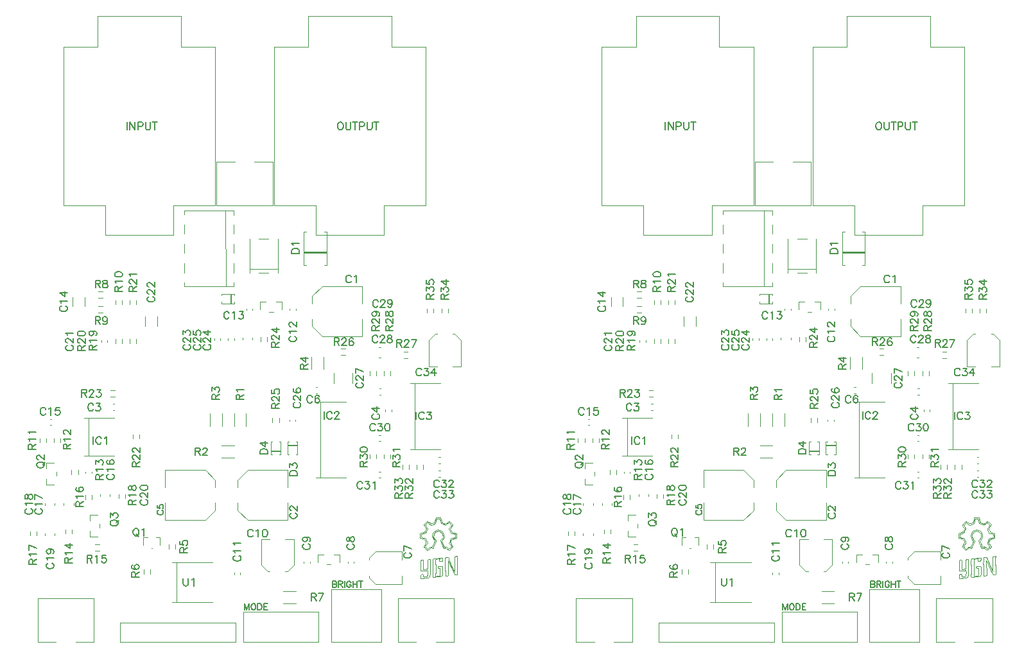
<source format=gto>
%FSLAX46Y46*%
%MOMM*%
%ADD11C,0.050000*%
%ADD12C,0.100000*%
%ADD10C,0.150000*%
G01*
G01*
%LPD*%
D10*
X26794048Y56029760D02*
X26889286Y56077380D01*
D10*
X26698810Y55934524D02*
X26794048Y56029760D01*
D10*
X26651190Y55839284D02*
X26698810Y55934524D01*
D10*
X26651190Y55648808D02*
X26651190Y55839284D01*
D10*
X26698810Y55553572D02*
X26651190Y55648808D01*
D10*
X26794048Y55458332D02*
X26698810Y55553572D01*
D10*
X26889286Y55410716D02*
X26794048Y55458332D01*
D10*
X27032142Y55363096D02*
X26889286Y55410716D01*
D10*
X27270238Y55363096D02*
X27032142Y55363096D01*
D10*
X27413096Y55410716D02*
X27270238Y55363096D01*
D10*
X27508334Y55458332D02*
X27413096Y55410716D01*
D10*
X27603572Y55553572D02*
X27508334Y55458332D01*
D10*
X27651190Y55648808D02*
X27603572Y55553572D01*
D10*
X27651190Y55839284D02*
X27651190Y55648808D01*
D10*
X27603572Y55934524D02*
X27651190Y55839284D01*
D10*
X27508334Y56029760D02*
X27603572Y55934524D01*
D10*
X27413096Y56077380D02*
X27508334Y56029760D01*
D10*
X26841666Y56410716D02*
X26889286Y56410716D01*
D10*
X26746428Y56458332D02*
X26841666Y56410716D01*
D10*
X26698810Y56505952D02*
X26746428Y56458332D01*
D10*
X26651190Y56601192D02*
X26698810Y56505952D01*
D10*
X26651190Y56791668D02*
X26651190Y56601192D01*
D10*
X26698810Y56886904D02*
X26651190Y56791668D01*
D10*
X26746428Y56934524D02*
X26698810Y56886904D01*
D10*
X26841666Y56982144D02*
X26746428Y56934524D01*
D10*
X26936904Y56982144D02*
X26841666Y56982144D01*
D10*
X27032142Y56934524D02*
X26936904Y56982144D01*
D10*
X27175000Y56839284D02*
X27032142Y56934524D01*
D10*
X27651190Y56363096D02*
X27175000Y56839284D01*
D10*
X27651190Y57029760D02*
X27651190Y56363096D01*
D10*
X26841666Y57363096D02*
X26889286Y57363096D01*
D10*
X26746428Y57410716D02*
X26841666Y57363096D01*
D10*
X26698810Y57458332D02*
X26746428Y57410716D01*
D10*
X26651190Y57553572D02*
X26698810Y57458332D01*
D10*
X26651190Y57744048D02*
X26651190Y57553572D01*
D10*
X26698810Y57839284D02*
X26651190Y57744048D01*
D10*
X26746428Y57886904D02*
X26698810Y57839284D01*
D10*
X26841666Y57934524D02*
X26746428Y57886904D01*
D10*
X26936904Y57934524D02*
X26841666Y57934524D01*
D10*
X27032142Y57886904D02*
X26936904Y57934524D01*
D10*
X27175000Y57791668D02*
X27032142Y57886904D01*
D10*
X27651190Y57315476D02*
X27175000Y57791668D01*
D10*
X27651190Y57982144D02*
X27651190Y57315476D01*
D10*
X47294048Y23409524D02*
X47389284Y23457142D01*
D10*
X47198808Y23314286D02*
X47294048Y23409524D01*
D10*
X47151192Y23219048D02*
X47198808Y23314286D01*
D10*
X47151192Y23028572D02*
X47151192Y23219048D01*
D10*
X47198808Y22933334D02*
X47151192Y23028572D01*
D10*
X47294048Y22838096D02*
X47198808Y22933334D01*
D10*
X47389284Y22790476D02*
X47294048Y22838096D01*
D10*
X47532144Y22742858D02*
X47389284Y22790476D01*
D10*
X47770240Y22742858D02*
X47532144Y22742858D01*
D10*
X47913096Y22790476D02*
X47770240Y22742858D01*
D10*
X48008332Y22838096D02*
X47913096Y22790476D01*
D10*
X48103572Y22933334D02*
X48008332Y22838096D01*
D10*
X48151192Y23028572D02*
X48103572Y22933334D01*
D10*
X48151192Y23219048D02*
X48151192Y23028572D01*
D10*
X48103572Y23314286D02*
X48151192Y23219048D01*
D10*
X48008332Y23409524D02*
X48103572Y23314286D01*
D10*
X47913096Y23457142D02*
X48008332Y23409524D01*
D10*
X47627380Y24314286D02*
X47484524Y24361904D01*
D10*
X47722620Y24219048D02*
X47627380Y24314286D01*
D10*
X47770240Y24076190D02*
X47722620Y24219048D01*
D10*
X47770240Y24028572D02*
X47770240Y24076190D01*
D10*
X47722620Y23885714D02*
X47770240Y24028572D01*
D10*
X47627380Y23790476D02*
X47722620Y23885714D01*
D10*
X47484524Y23742858D02*
X47627380Y23790476D01*
D10*
X47436904Y23742858D02*
X47484524Y23742858D01*
D10*
X47294048Y23790476D02*
X47436904Y23742858D01*
D10*
X47198808Y23885714D02*
X47294048Y23790476D01*
D10*
X47151192Y24028572D02*
X47198808Y23885714D01*
D10*
X47151192Y24076190D02*
X47151192Y24028572D01*
D10*
X47198808Y24219048D02*
X47151192Y24076190D01*
D10*
X47294048Y24314286D02*
X47198808Y24219048D01*
D10*
X47484524Y24361904D02*
X47294048Y24314286D01*
D10*
X47722620Y24361904D02*
X47484524Y24361904D01*
D10*
X47960716Y24314286D02*
X47722620Y24361904D01*
D10*
X48103572Y24219048D02*
X47960716Y24314286D01*
D10*
X48151192Y24076190D02*
X48103572Y24219048D01*
D10*
X48151192Y23980952D02*
X48151192Y24076190D01*
D10*
X48103572Y23838096D02*
X48151192Y23980952D01*
D10*
X48008332Y23790476D02*
X48103572Y23838096D01*
D10*
X65104760Y30355952D02*
X65152380Y30260714D01*
D10*
X65009524Y30451190D02*
X65104760Y30355952D01*
D10*
X64914284Y30498810D02*
X65009524Y30451190D01*
D10*
X64723808Y30498810D02*
X64914284Y30498810D01*
D10*
X64628572Y30451190D02*
X64723808Y30498810D01*
D10*
X64533332Y30355952D02*
X64628572Y30451190D01*
D10*
X64485716Y30260714D02*
X64533332Y30355952D01*
D10*
X64438096Y30117858D02*
X64485716Y30260714D01*
D10*
X64438096Y29879762D02*
X64438096Y30117858D01*
D10*
X64485716Y29736904D02*
X64438096Y29879762D01*
D10*
X64533332Y29641666D02*
X64485716Y29736904D01*
D10*
X64628572Y29546428D02*
X64533332Y29641666D01*
D10*
X64723808Y29498810D02*
X64628572Y29546428D01*
D10*
X64914284Y29498810D02*
X64723808Y29498810D01*
D10*
X65009524Y29546428D02*
X64914284Y29498810D01*
D10*
X65104760Y29641666D02*
X65009524Y29546428D01*
D10*
X65152380Y29736904D02*
X65104760Y29641666D01*
D10*
X66057144Y30498810D02*
X65533332Y30498810D01*
D10*
X65771428Y30117858D02*
X66057144Y30498810D01*
D10*
X65914284Y30117858D02*
X65771428Y30117858D01*
D10*
X66009524Y30070238D02*
X65914284Y30117858D01*
D10*
X66057144Y30022620D02*
X66009524Y30070238D01*
D10*
X66104760Y29879762D02*
X66057144Y30022620D01*
D10*
X66104760Y29784524D02*
X66104760Y29879762D01*
D10*
X66057144Y29641666D02*
X66104760Y29784524D01*
D10*
X65961904Y29546428D02*
X66057144Y29641666D01*
D10*
X65819048Y29498810D02*
X65961904Y29546428D01*
D10*
X65676192Y29498810D02*
X65819048Y29498810D01*
D10*
X65533332Y29546428D02*
X65676192Y29498810D01*
D10*
X65485716Y29594048D02*
X65533332Y29546428D01*
D10*
X65438096Y29689286D02*
X65485716Y29594048D01*
D10*
X67009524Y30498810D02*
X66485716Y30498810D01*
D10*
X66723808Y30117858D02*
X67009524Y30498810D01*
D10*
X66866668Y30117858D02*
X66723808Y30117858D01*
D10*
X66961904Y30070238D02*
X66866668Y30117858D01*
D10*
X67009524Y30022620D02*
X66961904Y30070238D01*
D10*
X67057144Y29879762D02*
X67009524Y30022620D01*
D10*
X67057144Y29784524D02*
X67057144Y29879762D01*
D10*
X67009524Y29641666D02*
X67057144Y29784524D01*
D10*
X66914284Y29546428D02*
X67009524Y29641666D01*
D10*
X66771428Y29498810D02*
X66914284Y29546428D01*
D10*
X66628572Y29498810D02*
X66771428Y29498810D01*
D10*
X66485716Y29546428D02*
X66628572Y29498810D01*
D10*
X66438096Y29594048D02*
X66485716Y29546428D01*
D10*
X66390476Y29689286D02*
X66438096Y29594048D01*
D10*
X60011192Y33620476D02*
X59011192Y33620476D01*
D10*
X59011192Y34049048D02*
X59011192Y33620476D01*
D10*
X59058808Y34191904D02*
X59011192Y34049048D01*
D10*
X59106428Y34239524D02*
X59058808Y34191904D01*
D10*
X59201668Y34287144D02*
X59106428Y34239524D01*
D10*
X59296904Y34287144D02*
X59201668Y34287144D01*
D10*
X59392144Y34239524D02*
X59296904Y34287144D01*
D10*
X59439760Y34191904D02*
X59392144Y34239524D01*
D10*
X59487380Y34049048D02*
X59439760Y34191904D01*
D10*
X59487380Y33620476D02*
X59487380Y34049048D01*
D10*
X60011192Y34287144D02*
X59487380Y33953808D01*
D10*
X59011192Y35191904D02*
X59011192Y34668096D01*
D10*
X59392144Y34906192D02*
X59011192Y35191904D01*
D10*
X59392144Y35049048D02*
X59392144Y34906192D01*
D10*
X59439760Y35144284D02*
X59392144Y35049048D01*
D10*
X59487380Y35191904D02*
X59439760Y35144284D01*
D10*
X59630240Y35239524D02*
X59487380Y35191904D01*
D10*
X59725476Y35239524D02*
X59630240Y35239524D01*
D10*
X59868332Y35191904D02*
X59725476Y35239524D01*
D10*
X59963572Y35096668D02*
X59868332Y35191904D01*
D10*
X60011192Y34953808D02*
X59963572Y35096668D01*
D10*
X60011192Y34810952D02*
X60011192Y34953808D01*
D10*
X59963572Y34668096D02*
X60011192Y34810952D01*
D10*
X59915952Y34620476D02*
X59963572Y34668096D01*
D10*
X59820716Y34572856D02*
X59915952Y34620476D01*
D10*
X59154048Y35763332D02*
X59201668Y35668096D01*
D10*
X59011192Y35906192D02*
X59154048Y35763332D01*
D10*
X60011192Y35906192D02*
X59011192Y35906192D01*
D10*
X56434048Y40539524D02*
X56529284Y40587144D01*
D10*
X56338808Y40444284D02*
X56434048Y40539524D01*
D10*
X56291192Y40349048D02*
X56338808Y40444284D01*
D10*
X56291192Y40158572D02*
X56291192Y40349048D01*
D10*
X56338808Y40063332D02*
X56291192Y40158572D01*
D10*
X56434048Y39968096D02*
X56338808Y40063332D01*
D10*
X56529284Y39920476D02*
X56434048Y39968096D01*
D10*
X56672144Y39872856D02*
X56529284Y39920476D01*
D10*
X56910240Y39872856D02*
X56672144Y39872856D01*
D10*
X57053096Y39920476D02*
X56910240Y39872856D01*
D10*
X57148332Y39968096D02*
X57053096Y39920476D01*
D10*
X57243572Y40063332D02*
X57148332Y39968096D01*
D10*
X57291192Y40158572D02*
X57243572Y40063332D01*
D10*
X57291192Y40349048D02*
X57291192Y40158572D01*
D10*
X57243572Y40444284D02*
X57291192Y40349048D01*
D10*
X57148332Y40539524D02*
X57243572Y40444284D01*
D10*
X57053096Y40587144D02*
X57148332Y40539524D01*
D10*
X56957856Y40872856D02*
X56291192Y41349048D01*
D10*
X56957856Y41587144D02*
X56957856Y40872856D01*
D10*
X57291192Y41349048D02*
X56291192Y41349048D01*
D10*
X24983334Y25476190D02*
X25078572Y25523810D01*
D10*
X24888096Y25380952D02*
X24983334Y25476190D01*
D10*
X24840476Y25285714D02*
X24888096Y25380952D01*
D10*
X24792858Y25142858D02*
X24840476Y25285714D01*
D10*
X24792858Y24904762D02*
X24792858Y25142858D01*
D10*
X24840476Y24761904D02*
X24792858Y24904762D01*
D10*
X24888096Y24666666D02*
X24840476Y24761904D01*
D10*
X24983334Y24571428D02*
X24888096Y24666666D01*
D10*
X25078572Y24523810D02*
X24983334Y24571428D01*
D10*
X25269048Y24523810D02*
X25078572Y24523810D01*
D10*
X25364286Y24571428D02*
X25269048Y24523810D01*
D10*
X25459524Y24666666D02*
X25364286Y24571428D01*
D10*
X25507142Y24761904D02*
X25459524Y24666666D01*
D10*
X25554762Y24904762D02*
X25507142Y24761904D01*
D10*
X25554762Y25142858D02*
X25554762Y24904762D01*
D10*
X25507142Y25285714D02*
X25554762Y25142858D01*
D10*
X25459524Y25380952D02*
X25507142Y25285714D01*
D10*
X25364286Y25476190D02*
X25459524Y25380952D01*
D10*
X25269048Y25523810D02*
X25364286Y25476190D01*
D10*
X25078572Y25523810D02*
X25269048Y25523810D01*
D10*
X25507142Y24428572D02*
X25221428Y24714286D01*
D10*
X26078572Y25380952D02*
X25983334Y25333334D01*
D10*
X26221428Y25523810D02*
X26078572Y25380952D01*
D10*
X26221428Y24523810D02*
X26221428Y25523810D01*
D10*
X19497142Y41855952D02*
X19544762Y41760716D01*
D10*
X19401904Y41951192D02*
X19497142Y41855952D01*
D10*
X19306666Y41998808D02*
X19401904Y41951192D01*
D10*
X19116190Y41998808D02*
X19306666Y41998808D01*
D10*
X19020952Y41951192D02*
X19116190Y41998808D01*
D10*
X18925714Y41855952D02*
X19020952Y41951192D01*
D10*
X18878096Y41760716D02*
X18925714Y41855952D01*
D10*
X18830476Y41617856D02*
X18878096Y41760716D01*
D10*
X18830476Y41379760D02*
X18830476Y41617856D01*
D10*
X18878096Y41236904D02*
X18830476Y41379760D01*
D10*
X18925714Y41141668D02*
X18878096Y41236904D01*
D10*
X19020952Y41046428D02*
X18925714Y41141668D01*
D10*
X19116190Y40998808D02*
X19020952Y41046428D01*
D10*
X19306666Y40998808D02*
X19116190Y40998808D01*
D10*
X19401904Y41046428D02*
X19306666Y40998808D01*
D10*
X19497142Y41141668D02*
X19401904Y41046428D01*
D10*
X19544762Y41236904D02*
X19497142Y41141668D01*
D10*
X20449524Y41998808D02*
X19925714Y41998808D01*
D10*
X20163810Y41617856D02*
X20449524Y41998808D01*
D10*
X20306666Y41617856D02*
X20163810Y41617856D01*
D10*
X20401904Y41570240D02*
X20306666Y41617856D01*
D10*
X20449524Y41522620D02*
X20401904Y41570240D01*
D10*
X20497142Y41379760D02*
X20449524Y41522620D01*
D10*
X20497142Y41284524D02*
X20497142Y41379760D01*
D10*
X20449524Y41141668D02*
X20497142Y41284524D01*
D10*
X20354286Y41046428D02*
X20449524Y41141668D01*
D10*
X20211428Y40998808D02*
X20354286Y41046428D01*
D10*
X20068572Y40998808D02*
X20211428Y40998808D01*
D10*
X19925714Y41046428D02*
X20068572Y40998808D01*
D10*
X19878096Y41094048D02*
X19925714Y41046428D01*
D10*
X19830476Y41189284D02*
X19878096Y41094048D01*
D10*
X31390476Y18209524D02*
X31390476Y18923810D01*
D10*
X31438096Y18066666D02*
X31390476Y18209524D01*
D10*
X31533334Y17971428D02*
X31438096Y18066666D01*
D10*
X31676190Y17923810D02*
X31533334Y17971428D01*
D10*
X31771428Y17923810D02*
X31676190Y17923810D01*
D10*
X31914286Y17971428D02*
X31771428Y17923810D01*
D10*
X32009524Y18066666D02*
X31914286Y17971428D01*
D10*
X32057142Y18209524D02*
X32009524Y18066666D01*
D10*
X32057142Y18923810D02*
X32057142Y18209524D01*
D10*
X32628572Y18780952D02*
X32533334Y18733334D01*
D10*
X32771428Y18923810D02*
X32628572Y18780952D01*
D10*
X32771428Y17923810D02*
X32771428Y18923810D01*
D10*
X42526192Y35340476D02*
X41526192Y35340476D01*
D10*
X41526192Y35673808D02*
X41526192Y35340476D01*
D10*
X41573808Y35816668D02*
X41526192Y35673808D01*
D10*
X41669048Y35911904D02*
X41573808Y35816668D01*
D10*
X41764284Y35959524D02*
X41669048Y35911904D01*
D10*
X41907144Y36007144D02*
X41764284Y35959524D01*
D10*
X42145240Y36007144D02*
X41907144Y36007144D01*
D10*
X42288096Y35959524D02*
X42145240Y36007144D01*
D10*
X42383332Y35911904D02*
X42288096Y35959524D01*
D10*
X42478572Y35816668D02*
X42383332Y35911904D01*
D10*
X42526192Y35673808D02*
X42478572Y35816668D01*
D10*
X42526192Y35340476D02*
X42526192Y35673808D01*
D10*
X42192856Y36292856D02*
X41526192Y36769048D01*
D10*
X42192856Y37007144D02*
X42192856Y36292856D01*
D10*
X42526192Y36769048D02*
X41526192Y36769048D01*
D10*
X19810476Y57218808D02*
X19810476Y58218808D01*
D10*
X20239048Y58218808D02*
X19810476Y58218808D01*
D10*
X20381904Y58171192D02*
X20239048Y58218808D01*
D10*
X20429524Y58123572D02*
X20381904Y58171192D01*
D10*
X20477142Y58028332D02*
X20429524Y58123572D01*
D10*
X20477142Y57933096D02*
X20477142Y58028332D01*
D10*
X20429524Y57837856D02*
X20477142Y57933096D01*
D10*
X20381904Y57790240D02*
X20429524Y57837856D01*
D10*
X20239048Y57742620D02*
X20381904Y57790240D01*
D10*
X19810476Y57742620D02*
X20239048Y57742620D01*
D10*
X20477142Y57218808D02*
X20143810Y57742620D01*
D10*
X20858096Y58171192D02*
X21000952Y58218808D01*
D10*
X20810476Y58075952D02*
X20858096Y58171192D01*
D10*
X20810476Y57980716D02*
X20810476Y58075952D01*
D10*
X20858096Y57885476D02*
X20810476Y57980716D01*
D10*
X20953334Y57837856D02*
X20858096Y57885476D01*
D10*
X21143810Y57790240D02*
X20953334Y57837856D01*
D10*
X21286666Y57742620D02*
X21143810Y57790240D01*
D10*
X21381904Y57647380D02*
X21286666Y57742620D01*
D10*
X21429524Y57552144D02*
X21381904Y57647380D01*
D10*
X21429524Y57409284D02*
X21429524Y57552144D01*
D10*
X21381904Y57314048D02*
X21429524Y57409284D01*
D10*
X21334286Y57266428D02*
X21381904Y57314048D01*
D10*
X21191428Y57218808D02*
X21334286Y57266428D01*
D10*
X21000952Y57218808D02*
X21191428Y57218808D01*
D10*
X20858096Y57266428D02*
X21000952Y57218808D01*
D10*
X20810476Y57314048D02*
X20858096Y57266428D01*
D10*
X20762858Y57409284D02*
X20810476Y57314048D01*
D10*
X20762858Y57552144D02*
X20762858Y57409284D01*
D10*
X20810476Y57647380D02*
X20762858Y57552144D01*
D10*
X20905714Y57742620D02*
X20810476Y57647380D01*
D10*
X21048572Y57790240D02*
X20905714Y57742620D01*
D10*
X21239048Y57837856D02*
X21048572Y57790240D01*
D10*
X21334286Y57885476D02*
X21239048Y57837856D01*
D10*
X21381904Y57980716D02*
X21334286Y57885476D01*
D10*
X21381904Y58075952D02*
X21381904Y57980716D01*
D10*
X21334286Y58171192D02*
X21381904Y58075952D01*
D10*
X21191428Y58218808D02*
X21334286Y58171192D01*
D10*
X21000952Y58218808D02*
X21191428Y58218808D01*
D10*
X18231190Y28380476D02*
X17231190Y28380476D01*
D10*
X17231190Y28809048D02*
X17231190Y28380476D01*
D10*
X17278810Y28951904D02*
X17231190Y28809048D01*
D10*
X17326428Y28999524D02*
X17278810Y28951904D01*
D10*
X17421666Y29047142D02*
X17326428Y28999524D01*
D10*
X17516904Y29047142D02*
X17421666Y29047142D01*
D10*
X17612142Y28999524D02*
X17516904Y29047142D01*
D10*
X17659762Y28951904D02*
X17612142Y28999524D01*
D10*
X17707380Y28809048D02*
X17659762Y28951904D01*
D10*
X17707380Y28380476D02*
X17707380Y28809048D01*
D10*
X18231190Y29047142D02*
X17707380Y28713810D01*
D10*
X17374048Y29570952D02*
X17421666Y29475714D01*
D10*
X17231190Y29713810D02*
X17374048Y29570952D01*
D10*
X18231190Y29713810D02*
X17231190Y29713810D01*
D10*
X17278810Y30856666D02*
X17374048Y30904286D01*
D10*
X17231190Y30713810D02*
X17278810Y30856666D01*
D10*
X17231190Y30618572D02*
X17231190Y30713810D01*
D10*
X17278810Y30475714D02*
X17231190Y30618572D01*
D10*
X17421666Y30380476D02*
X17278810Y30475714D01*
D10*
X17659762Y30332856D02*
X17421666Y30380476D01*
D10*
X17897858Y30332856D02*
X17659762Y30332856D01*
D10*
X18088334Y30380476D02*
X17897858Y30332856D01*
D10*
X18183572Y30475714D02*
X18088334Y30380476D01*
D10*
X18231190Y30618572D02*
X18183572Y30475714D01*
D10*
X18231190Y30666190D02*
X18231190Y30618572D01*
D10*
X18183572Y30809048D02*
X18231190Y30666190D01*
D10*
X18088334Y30904286D02*
X18183572Y30809048D01*
D10*
X17945476Y30951904D02*
X18088334Y30904286D01*
D10*
X17897858Y30951904D02*
X17945476Y30951904D01*
D10*
X17755000Y30904286D02*
X17897858Y30951904D01*
D10*
X17659762Y30809048D02*
X17755000Y30904286D01*
D10*
X17612142Y30666190D02*
X17659762Y30809048D01*
D10*
X17612142Y30618572D02*
X17612142Y30666190D01*
D10*
X17659762Y30475714D02*
X17612142Y30618572D01*
D10*
X17755000Y30380476D02*
X17659762Y30475714D01*
D10*
X17897858Y30332856D02*
X17755000Y30380476D01*
D10*
X57281192Y51570476D02*
X56281192Y51570476D01*
D10*
X56281192Y51999048D02*
X56281192Y51570476D01*
D10*
X56328808Y52141904D02*
X56281192Y51999048D01*
D10*
X56376428Y52189524D02*
X56328808Y52141904D01*
D10*
X56471668Y52237144D02*
X56376428Y52189524D01*
D10*
X56566904Y52237144D02*
X56471668Y52237144D01*
D10*
X56662144Y52189524D02*
X56566904Y52237144D01*
D10*
X56709760Y52141904D02*
X56662144Y52189524D01*
D10*
X56757380Y51999048D02*
X56709760Y52141904D01*
D10*
X56757380Y51570476D02*
X56757380Y51999048D01*
D10*
X57281192Y52237144D02*
X56757380Y51903808D01*
D10*
X56471668Y52570476D02*
X56519284Y52570476D01*
D10*
X56376428Y52618096D02*
X56471668Y52570476D01*
D10*
X56328808Y52665716D02*
X56376428Y52618096D01*
D10*
X56281192Y52760952D02*
X56328808Y52665716D01*
D10*
X56281192Y52951428D02*
X56281192Y52760952D01*
D10*
X56328808Y53046668D02*
X56281192Y52951428D01*
D10*
X56376428Y53094284D02*
X56328808Y53046668D01*
D10*
X56471668Y53141904D02*
X56376428Y53094284D01*
D10*
X56566904Y53141904D02*
X56471668Y53141904D01*
D10*
X56662144Y53094284D02*
X56566904Y53141904D01*
D10*
X56805000Y52999048D02*
X56662144Y53094284D01*
D10*
X57281192Y52522856D02*
X56805000Y52999048D01*
D10*
X57281192Y53189524D02*
X57281192Y52522856D01*
D10*
X56757380Y54046668D02*
X56614524Y54094284D01*
D10*
X56852620Y53951428D02*
X56757380Y54046668D01*
D10*
X56900240Y53808572D02*
X56852620Y53951428D01*
D10*
X56900240Y53760952D02*
X56900240Y53808572D01*
D10*
X56852620Y53618096D02*
X56900240Y53760952D01*
D10*
X56757380Y53522856D02*
X56852620Y53618096D01*
D10*
X56614524Y53475240D02*
X56757380Y53522856D01*
D10*
X56566904Y53475240D02*
X56614524Y53475240D01*
D10*
X56424048Y53522856D02*
X56566904Y53475240D01*
D10*
X56328808Y53618096D02*
X56424048Y53522856D01*
D10*
X56281192Y53760952D02*
X56328808Y53618096D01*
D10*
X56281192Y53808572D02*
X56281192Y53760952D01*
D10*
X56328808Y53951428D02*
X56281192Y53808572D01*
D10*
X56424048Y54046668D02*
X56328808Y53951428D01*
D10*
X56614524Y54094284D02*
X56424048Y54046668D01*
D10*
X56852620Y54094284D02*
X56614524Y54094284D01*
D10*
X57090716Y54046668D02*
X56852620Y54094284D01*
D10*
X57233572Y53951428D02*
X57090716Y54046668D01*
D10*
X57281192Y53808572D02*
X57233572Y53951428D01*
D10*
X57281192Y53713332D02*
X57281192Y53808572D01*
D10*
X57233572Y53570476D02*
X57281192Y53713332D01*
D10*
X57138332Y53522856D02*
X57233572Y53570476D01*
D10*
X59570476Y49418808D02*
X59570476Y50418808D01*
D10*
X59999048Y50418808D02*
X59570476Y50418808D01*
D10*
X60141904Y50371192D02*
X59999048Y50418808D01*
D10*
X60189524Y50323572D02*
X60141904Y50371192D01*
D10*
X60237144Y50228332D02*
X60189524Y50323572D01*
D10*
X60237144Y50133096D02*
X60237144Y50228332D01*
D10*
X60189524Y50037856D02*
X60237144Y50133096D01*
D10*
X60141904Y49990240D02*
X60189524Y50037856D01*
D10*
X59999048Y49942620D02*
X60141904Y49990240D01*
D10*
X59570476Y49942620D02*
X59999048Y49942620D01*
D10*
X60237144Y49418808D02*
X59903808Y49942620D01*
D10*
X60570476Y50228332D02*
X60570476Y50180716D01*
D10*
X60618096Y50323572D02*
X60570476Y50228332D01*
D10*
X60665716Y50371192D02*
X60618096Y50323572D01*
D10*
X60760952Y50418808D02*
X60665716Y50371192D01*
D10*
X60951428Y50418808D02*
X60760952Y50418808D01*
D10*
X61046668Y50371192D02*
X60951428Y50418808D01*
D10*
X61094284Y50323572D02*
X61046668Y50371192D01*
D10*
X61141904Y50228332D02*
X61094284Y50323572D01*
D10*
X61141904Y50133096D02*
X61141904Y50228332D01*
D10*
X61094284Y50037856D02*
X61141904Y50133096D01*
D10*
X60999048Y49895000D02*
X61094284Y50037856D01*
D10*
X60522856Y49418808D02*
X60999048Y49895000D01*
D10*
X61189524Y49418808D02*
X60522856Y49418808D01*
D10*
X61665716Y49418808D02*
X62141904Y50418808D01*
D10*
X62141904Y50418808D02*
X61475240Y50418808D01*
D10*
X39376192Y42488096D02*
X38376192Y42488096D01*
D10*
X38376192Y42916668D02*
X38376192Y42488096D01*
D10*
X38423808Y43059524D02*
X38376192Y42916668D01*
D10*
X38471428Y43107144D02*
X38423808Y43059524D01*
D10*
X38566668Y43154760D02*
X38471428Y43107144D01*
D10*
X38661904Y43154760D02*
X38566668Y43154760D01*
D10*
X38757144Y43107144D02*
X38661904Y43154760D01*
D10*
X38804760Y43059524D02*
X38757144Y43107144D01*
D10*
X38852380Y42916668D02*
X38804760Y43059524D01*
D10*
X38852380Y42488096D02*
X38852380Y42916668D01*
D10*
X39376192Y43154760D02*
X38852380Y42821428D01*
D10*
X38519048Y43678572D02*
X38566668Y43583332D01*
D10*
X38376192Y43821428D02*
X38519048Y43678572D01*
D10*
X39376192Y43821428D02*
X38376192Y43821428D01*
D10*
X19550476Y36593808D02*
X19550476Y37593808D01*
D10*
X20550476Y37450952D02*
X20598096Y37355716D01*
D10*
X20455238Y37546192D02*
X20550476Y37450952D01*
D10*
X20360000Y37593808D02*
X20455238Y37546192D01*
D10*
X20169524Y37593808D02*
X20360000Y37593808D01*
D10*
X20074286Y37546192D02*
X20169524Y37593808D01*
D10*
X19979048Y37450952D02*
X20074286Y37546192D01*
D10*
X19931428Y37355716D02*
X19979048Y37450952D01*
D10*
X19883810Y37212856D02*
X19931428Y37355716D01*
D10*
X19883810Y36974760D02*
X19883810Y37212856D01*
D10*
X19931428Y36831904D02*
X19883810Y36974760D01*
D10*
X19979048Y36736668D02*
X19931428Y36831904D01*
D10*
X20074286Y36641428D02*
X19979048Y36736668D01*
D10*
X20169524Y36593808D02*
X20074286Y36641428D01*
D10*
X20360000Y36593808D02*
X20169524Y36593808D01*
D10*
X20455238Y36641428D02*
X20360000Y36593808D01*
D10*
X20550476Y36736668D02*
X20455238Y36641428D01*
D10*
X20598096Y36831904D02*
X20550476Y36736668D01*
D10*
X21121904Y37450952D02*
X21026666Y37403332D01*
D10*
X21264762Y37593808D02*
X21121904Y37450952D01*
D10*
X21264762Y36593808D02*
X21264762Y37593808D01*
D10*
X57054760Y55530952D02*
X57102380Y55435716D01*
D10*
X56959524Y55626192D02*
X57054760Y55530952D01*
D10*
X56864284Y55673808D02*
X56959524Y55626192D01*
D10*
X56673808Y55673808D02*
X56864284Y55673808D01*
D10*
X56578572Y55626192D02*
X56673808Y55673808D01*
D10*
X56483332Y55530952D02*
X56578572Y55626192D01*
D10*
X56435716Y55435716D02*
X56483332Y55530952D01*
D10*
X56388096Y55292856D02*
X56435716Y55435716D01*
D10*
X56388096Y55054760D02*
X56388096Y55292856D01*
D10*
X56435716Y54911904D02*
X56388096Y55054760D01*
D10*
X56483332Y54816668D02*
X56435716Y54911904D01*
D10*
X56578572Y54721428D02*
X56483332Y54816668D01*
D10*
X56673808Y54673808D02*
X56578572Y54721428D01*
D10*
X56864284Y54673808D02*
X56673808Y54673808D01*
D10*
X56959524Y54721428D02*
X56864284Y54673808D01*
D10*
X57054760Y54816668D02*
X56959524Y54721428D01*
D10*
X57102380Y54911904D02*
X57054760Y54816668D01*
D10*
X57435716Y55483332D02*
X57435716Y55435716D01*
D10*
X57483332Y55578572D02*
X57435716Y55483332D01*
D10*
X57530952Y55626192D02*
X57483332Y55578572D01*
D10*
X57626192Y55673808D02*
X57530952Y55626192D01*
D10*
X57816668Y55673808D02*
X57626192Y55673808D01*
D10*
X57911904Y55626192D02*
X57816668Y55673808D01*
D10*
X57959524Y55578572D02*
X57911904Y55626192D01*
D10*
X58007144Y55483332D02*
X57959524Y55578572D01*
D10*
X58007144Y55388096D02*
X58007144Y55483332D01*
D10*
X57959524Y55292856D02*
X58007144Y55388096D01*
D10*
X57864284Y55150000D02*
X57959524Y55292856D01*
D10*
X57388096Y54673808D02*
X57864284Y55150000D01*
D10*
X58054760Y54673808D02*
X57388096Y54673808D01*
D10*
X58911904Y55197620D02*
X58959524Y55340476D01*
D10*
X58816668Y55102380D02*
X58911904Y55197620D01*
D10*
X58673808Y55054760D02*
X58816668Y55102380D01*
D10*
X58626192Y55054760D02*
X58673808Y55054760D01*
D10*
X58483332Y55102380D02*
X58626192Y55054760D01*
D10*
X58388096Y55197620D02*
X58483332Y55102380D01*
D10*
X58340476Y55340476D02*
X58388096Y55197620D01*
D10*
X58340476Y55388096D02*
X58340476Y55340476D01*
D10*
X58388096Y55530952D02*
X58340476Y55388096D01*
D10*
X58483332Y55626192D02*
X58388096Y55530952D01*
D10*
X58626192Y55673808D02*
X58483332Y55626192D01*
D10*
X58673808Y55673808D02*
X58626192Y55673808D01*
D10*
X58816668Y55626192D02*
X58673808Y55673808D01*
D10*
X58911904Y55530952D02*
X58816668Y55626192D01*
D10*
X58959524Y55340476D02*
X58911904Y55530952D01*
D10*
X58959524Y55102380D02*
X58959524Y55340476D01*
D10*
X58911904Y54864284D02*
X58959524Y55102380D01*
D10*
X58816668Y54721428D02*
X58911904Y54864284D01*
D10*
X58673808Y54673808D02*
X58816668Y54721428D01*
D10*
X58578572Y54673808D02*
X58673808Y54673808D01*
D10*
X58435716Y54721428D02*
X58578572Y54673808D01*
D10*
X58388096Y54816668D02*
X58435716Y54721428D01*
D10*
X21444048Y32604762D02*
X21539286Y32652380D01*
D10*
X21348810Y32509524D02*
X21444048Y32604762D01*
D10*
X21301190Y32414286D02*
X21348810Y32509524D01*
D10*
X21301190Y32223810D02*
X21301190Y32414286D01*
D10*
X21348810Y32128572D02*
X21301190Y32223810D01*
D10*
X21444048Y32033334D02*
X21348810Y32128572D01*
D10*
X21539286Y31985714D02*
X21444048Y32033334D01*
D10*
X21682142Y31938096D02*
X21539286Y31985714D01*
D10*
X21920238Y31938096D02*
X21682142Y31938096D01*
D10*
X22063096Y31985714D02*
X21920238Y31938096D01*
D10*
X22158334Y32033334D02*
X22063096Y31985714D01*
D10*
X22253572Y32128572D02*
X22158334Y32033334D01*
D10*
X22301190Y32223810D02*
X22253572Y32128572D01*
D10*
X22301190Y32414286D02*
X22301190Y32223810D01*
D10*
X22253572Y32509524D02*
X22301190Y32414286D01*
D10*
X22158334Y32604762D02*
X22253572Y32509524D01*
D10*
X22063096Y32652380D02*
X22158334Y32604762D01*
D10*
X21444048Y33176190D02*
X21491666Y33080952D01*
D10*
X21301190Y33319048D02*
X21444048Y33176190D01*
D10*
X22301190Y33319048D02*
X21301190Y33319048D01*
D10*
X21348810Y34461904D02*
X21444048Y34509524D01*
D10*
X21301190Y34319048D02*
X21348810Y34461904D01*
D10*
X21301190Y34223808D02*
X21301190Y34319048D01*
D10*
X21348810Y34080952D02*
X21301190Y34223808D01*
D10*
X21491666Y33985716D02*
X21348810Y34080952D01*
D10*
X21729762Y33938096D02*
X21491666Y33985716D01*
D10*
X21967858Y33938096D02*
X21729762Y33938096D01*
D10*
X22158334Y33985716D02*
X21967858Y33938096D01*
D10*
X22253572Y34080952D02*
X22158334Y33985716D01*
D10*
X22301190Y34223808D02*
X22253572Y34080952D01*
D10*
X22301190Y34271428D02*
X22301190Y34223808D01*
D10*
X22253572Y34414284D02*
X22301190Y34271428D01*
D10*
X22158334Y34509524D02*
X22253572Y34414284D01*
D10*
X22015476Y34557144D02*
X22158334Y34509524D01*
D10*
X21967858Y34557144D02*
X22015476Y34557144D01*
D10*
X21825000Y34509524D02*
X21967858Y34557144D01*
D10*
X21729762Y34414284D02*
X21825000Y34509524D01*
D10*
X21682142Y34271428D02*
X21729762Y34414284D01*
D10*
X21682142Y34223808D02*
X21682142Y34271428D01*
D10*
X21729762Y34080952D02*
X21682142Y34223808D01*
D10*
X21825000Y33985716D02*
X21729762Y34080952D01*
D10*
X21967858Y33938096D02*
X21825000Y33985716D01*
D10*
X65104760Y31755952D02*
X65152380Y31660714D01*
D10*
X65009524Y31851190D02*
X65104760Y31755952D01*
D10*
X64914284Y31898810D02*
X65009524Y31851190D01*
D10*
X64723808Y31898810D02*
X64914284Y31898810D01*
D10*
X64628572Y31851190D02*
X64723808Y31898810D01*
D10*
X64533332Y31755952D02*
X64628572Y31851190D01*
D10*
X64485716Y31660714D02*
X64533332Y31755952D01*
D10*
X64438096Y31517858D02*
X64485716Y31660714D01*
D10*
X64438096Y31279762D02*
X64438096Y31517858D01*
D10*
X64485716Y31136904D02*
X64438096Y31279762D01*
D10*
X64533332Y31041666D02*
X64485716Y31136904D01*
D10*
X64628572Y30946428D02*
X64533332Y31041666D01*
D10*
X64723808Y30898810D02*
X64628572Y30946428D01*
D10*
X64914284Y30898810D02*
X64723808Y30898810D01*
D10*
X65009524Y30946428D02*
X64914284Y30898810D01*
D10*
X65104760Y31041666D02*
X65009524Y30946428D01*
D10*
X65152380Y31136904D02*
X65104760Y31041666D01*
D10*
X66057144Y31898810D02*
X65533332Y31898810D01*
D10*
X65771428Y31517858D02*
X66057144Y31898810D01*
D10*
X65914284Y31517858D02*
X65771428Y31517858D01*
D10*
X66009524Y31470238D02*
X65914284Y31517858D01*
D10*
X66057144Y31422620D02*
X66009524Y31470238D01*
D10*
X66104760Y31279762D02*
X66057144Y31422620D01*
D10*
X66104760Y31184524D02*
X66104760Y31279762D01*
D10*
X66057144Y31041666D02*
X66104760Y31184524D01*
D10*
X65961904Y30946428D02*
X66057144Y31041666D01*
D10*
X65819048Y30898810D02*
X65961904Y30946428D01*
D10*
X65676192Y30898810D02*
X65819048Y30898810D01*
D10*
X65533332Y30946428D02*
X65676192Y30898810D01*
D10*
X65485716Y30994048D02*
X65533332Y30946428D01*
D10*
X65438096Y31089286D02*
X65485716Y30994048D01*
D10*
X66438096Y31708334D02*
X66438096Y31660714D01*
D10*
X66485716Y31803572D02*
X66438096Y31708334D01*
D10*
X66533332Y31851190D02*
X66485716Y31803572D01*
D10*
X66628572Y31898810D02*
X66533332Y31851190D01*
D10*
X66819048Y31898810D02*
X66628572Y31898810D01*
D10*
X66914284Y31851190D02*
X66819048Y31898810D01*
D10*
X66961904Y31803572D02*
X66914284Y31851190D01*
D10*
X67009524Y31708334D02*
X66961904Y31803572D01*
D10*
X67009524Y31613096D02*
X67009524Y31708334D01*
D10*
X66961904Y31517858D02*
X67009524Y31613096D01*
D10*
X66866668Y31375000D02*
X66961904Y31517858D01*
D10*
X66390476Y30898810D02*
X66866668Y31375000D01*
D10*
X67057144Y30898810D02*
X66390476Y30898810D01*
D10*
X28095238Y27847620D02*
X28171428Y27885714D01*
D10*
X28019048Y27771428D02*
X28095238Y27847620D01*
D10*
X27980952Y27695238D02*
X28019048Y27771428D01*
D10*
X27980952Y27542858D02*
X27980952Y27695238D01*
D10*
X28019048Y27466666D02*
X27980952Y27542858D01*
D10*
X28095238Y27390476D02*
X28019048Y27466666D01*
D10*
X28171428Y27352380D02*
X28095238Y27390476D01*
D10*
X28285714Y27314286D02*
X28171428Y27352380D01*
D10*
X28476190Y27314286D02*
X28285714Y27314286D01*
D10*
X28590476Y27352380D02*
X28476190Y27314286D01*
D10*
X28666666Y27390476D02*
X28590476Y27352380D01*
D10*
X28742858Y27466666D02*
X28666666Y27390476D01*
D10*
X28780952Y27542858D02*
X28742858Y27466666D01*
D10*
X28780952Y27695238D02*
X28780952Y27542858D01*
D10*
X28742858Y27771428D02*
X28780952Y27695238D01*
D10*
X28666666Y27847620D02*
X28742858Y27771428D01*
D10*
X28590476Y27885714D02*
X28666666Y27847620D01*
D10*
X27980952Y28190476D02*
X27980952Y28571428D01*
D10*
X28323810Y28152380D02*
X27980952Y28190476D01*
D10*
X28285714Y28190476D02*
X28323810Y28152380D01*
D10*
X28247620Y28304762D02*
X28285714Y28190476D01*
D10*
X28247620Y28419048D02*
X28247620Y28304762D01*
D10*
X28285714Y28533334D02*
X28247620Y28419048D01*
D10*
X28361904Y28609524D02*
X28285714Y28533334D01*
D10*
X28476190Y28647620D02*
X28361904Y28609524D01*
D10*
X28552380Y28647620D02*
X28476190Y28647620D01*
D10*
X28666666Y28609524D02*
X28552380Y28647620D01*
D10*
X28742858Y28533334D02*
X28666666Y28609524D01*
D10*
X28780952Y28419048D02*
X28742858Y28533334D01*
D10*
X28780952Y28304762D02*
X28780952Y28419048D01*
D10*
X28742858Y28190476D02*
X28780952Y28304762D01*
D10*
X28704762Y28152380D02*
X28742858Y28190476D01*
D10*
X28628572Y28114286D02*
X28704762Y28152380D01*
D10*
X46426192Y32488096D02*
X45426192Y32488096D01*
D10*
X45426192Y32821428D02*
X45426192Y32488096D01*
D10*
X45473808Y32964286D02*
X45426192Y32821428D01*
D10*
X45569048Y33059524D02*
X45473808Y32964286D01*
D10*
X45664284Y33107142D02*
X45569048Y33059524D01*
D10*
X45807144Y33154762D02*
X45664284Y33107142D01*
D10*
X46045240Y33154762D02*
X45807144Y33154762D01*
D10*
X46188096Y33107142D02*
X46045240Y33154762D01*
D10*
X46283332Y33059524D02*
X46188096Y33107142D01*
D10*
X46378572Y32964286D02*
X46283332Y33059524D01*
D10*
X46426192Y32821428D02*
X46378572Y32964286D01*
D10*
X46426192Y32488096D02*
X46426192Y32821428D01*
D10*
X45426192Y34059524D02*
X45426192Y33535714D01*
D10*
X45807144Y33773808D02*
X45426192Y34059524D01*
D10*
X45807144Y33916668D02*
X45807144Y33773808D01*
D10*
X45854760Y34011904D02*
X45807144Y33916668D01*
D10*
X45902380Y34059524D02*
X45854760Y34011904D01*
D10*
X46045240Y34107144D02*
X45902380Y34059524D01*
D10*
X46140476Y34107144D02*
X46045240Y34107144D01*
D10*
X46283332Y34059524D02*
X46140476Y34107144D01*
D10*
X46378572Y33964284D02*
X46283332Y34059524D01*
D10*
X46426192Y33821428D02*
X46378572Y33964284D01*
D10*
X46426192Y33678572D02*
X46426192Y33821428D01*
D10*
X46378572Y33535714D02*
X46426192Y33678572D01*
D10*
X46330952Y33488096D02*
X46378572Y33535714D01*
D10*
X46235716Y33440476D02*
X46330952Y33488096D01*
D10*
X32988096Y35123808D02*
X32988096Y36123808D01*
D10*
X33416666Y36123808D02*
X32988096Y36123808D01*
D10*
X33559524Y36076192D02*
X33416666Y36123808D01*
D10*
X33607144Y36028572D02*
X33559524Y36076192D01*
D10*
X33654760Y35933332D02*
X33607144Y36028572D01*
D10*
X33654760Y35838096D02*
X33654760Y35933332D01*
D10*
X33607144Y35742856D02*
X33654760Y35838096D01*
D10*
X33559524Y35695240D02*
X33607144Y35742856D01*
D10*
X33416666Y35647620D02*
X33559524Y35695240D01*
D10*
X32988096Y35647620D02*
X33416666Y35647620D01*
D10*
X33654760Y35123808D02*
X33321428Y35647620D01*
D10*
X33988096Y35933332D02*
X33988096Y35885716D01*
D10*
X34035716Y36028572D02*
X33988096Y35933332D01*
D10*
X34083332Y36076192D02*
X34035716Y36028572D01*
D10*
X34178572Y36123808D02*
X34083332Y36076192D01*
D10*
X34369048Y36123808D02*
X34178572Y36123808D01*
D10*
X34464284Y36076192D02*
X34369048Y36123808D01*
D10*
X34511904Y36028572D02*
X34464284Y36076192D01*
D10*
X34559524Y35933332D02*
X34511904Y36028572D01*
D10*
X34559524Y35838096D02*
X34559524Y35933332D01*
D10*
X34511904Y35742856D02*
X34559524Y35838096D01*
D10*
X34416668Y35600000D02*
X34511904Y35742856D01*
D10*
X33940476Y35123808D02*
X34416668Y35600000D01*
D10*
X34607144Y35123808D02*
X33940476Y35123808D01*
D10*
X48270476Y15923810D02*
X48270476Y16923810D01*
D10*
X48699048Y16923810D02*
X48270476Y16923810D01*
D10*
X48841904Y16876190D02*
X48699048Y16923810D01*
D10*
X48889524Y16828572D02*
X48841904Y16876190D01*
D10*
X48937144Y16733333D02*
X48889524Y16828572D01*
D10*
X48937144Y16638095D02*
X48937144Y16733333D01*
D10*
X48889524Y16542857D02*
X48937144Y16638095D01*
D10*
X48841904Y16495238D02*
X48889524Y16542857D01*
D10*
X48699048Y16447619D02*
X48841904Y16495238D01*
D10*
X48270476Y16447619D02*
X48699048Y16447619D01*
D10*
X48937144Y15923810D02*
X48603808Y16447619D01*
D10*
X49413332Y15923810D02*
X49889524Y16923810D01*
D10*
X49889524Y16923810D02*
X49222856Y16923810D01*
D10*
X47836192Y46488096D02*
X46836192Y46488096D01*
D10*
X46836192Y46916668D02*
X46836192Y46488096D01*
D10*
X46883808Y47059524D02*
X46836192Y46916668D01*
D10*
X46931428Y47107144D02*
X46883808Y47059524D01*
D10*
X47026668Y47154760D02*
X46931428Y47107144D01*
D10*
X47121904Y47154760D02*
X47026668Y47154760D01*
D10*
X47217144Y47107144D02*
X47121904Y47154760D01*
D10*
X47264760Y47059524D02*
X47217144Y47107144D01*
D10*
X47312380Y46916668D02*
X47264760Y47059524D01*
D10*
X47312380Y46488096D02*
X47312380Y46916668D01*
D10*
X47836192Y47154760D02*
X47312380Y46821428D01*
D10*
X47502856Y47440476D02*
X46836192Y47916668D01*
D10*
X47502856Y48154760D02*
X47502856Y47440476D01*
D10*
X47836192Y47916668D02*
X46836192Y47916668D01*
D10*
X11969048Y28054762D02*
X12064286Y28102380D01*
D10*
X11873810Y27959524D02*
X11969048Y28054762D01*
D10*
X11826190Y27864286D02*
X11873810Y27959524D01*
D10*
X11826190Y27673810D02*
X11826190Y27864286D01*
D10*
X11873810Y27578572D02*
X11826190Y27673810D01*
D10*
X11969048Y27483334D02*
X11873810Y27578572D01*
D10*
X12064286Y27435714D02*
X11969048Y27483334D01*
D10*
X12207143Y27388096D02*
X12064286Y27435714D01*
D10*
X12445238Y27388096D02*
X12207143Y27388096D01*
D10*
X12588095Y27435714D02*
X12445238Y27388096D01*
D10*
X12683333Y27483334D02*
X12588095Y27435714D01*
D10*
X12778571Y27578572D02*
X12683333Y27483334D01*
D10*
X12826190Y27673810D02*
X12778571Y27578572D01*
D10*
X12826190Y27864286D02*
X12826190Y27673810D01*
D10*
X12778571Y27959524D02*
X12826190Y27864286D01*
D10*
X12683333Y28054762D02*
X12778571Y27959524D01*
D10*
X12588095Y28102380D02*
X12683333Y28054762D01*
D10*
X11969048Y28626190D02*
X12016667Y28530952D01*
D10*
X11826190Y28769048D02*
X11969048Y28626190D01*
D10*
X12826190Y28769048D02*
X11826190Y28769048D01*
D10*
X12826190Y29530952D02*
X11826190Y30007142D01*
D10*
X11826190Y30007142D02*
X11826190Y29340476D01*
D10*
X20871190Y31965714D02*
X19871190Y31965714D01*
D10*
X19871190Y32394286D02*
X19871190Y31965714D01*
D10*
X19918810Y32537144D02*
X19871190Y32394286D01*
D10*
X19966428Y32584762D02*
X19918810Y32537144D01*
D10*
X20061666Y32632380D02*
X19966428Y32584762D01*
D10*
X20156904Y32632380D02*
X20061666Y32632380D01*
D10*
X20252142Y32584762D02*
X20156904Y32632380D01*
D10*
X20299762Y32537144D02*
X20252142Y32584762D01*
D10*
X20347380Y32394286D02*
X20299762Y32537144D01*
D10*
X20347380Y31965714D02*
X20347380Y32394286D01*
D10*
X20871190Y32632380D02*
X20347380Y32299048D01*
D10*
X20014048Y33156190D02*
X20061666Y33060952D01*
D10*
X19871190Y33299048D02*
X20014048Y33156190D01*
D10*
X20871190Y33299048D02*
X19871190Y33299048D01*
D10*
X19871190Y34489524D02*
X19871190Y33965716D01*
D10*
X20252142Y34203808D02*
X19871190Y34489524D01*
D10*
X20252142Y34346668D02*
X20252142Y34203808D01*
D10*
X20299762Y34441904D02*
X20252142Y34346668D01*
D10*
X20347380Y34489524D02*
X20299762Y34441904D01*
D10*
X20490238Y34537144D02*
X20347380Y34489524D01*
D10*
X20585476Y34537144D02*
X20490238Y34537144D01*
D10*
X20728334Y34489524D02*
X20585476Y34537144D01*
D10*
X20823572Y34394284D02*
X20728334Y34489524D01*
D10*
X20871190Y34251428D02*
X20823572Y34394284D01*
D10*
X20871190Y34108572D02*
X20871190Y34251428D01*
D10*
X20823572Y33965716D02*
X20871190Y34108572D01*
D10*
X20775952Y33918096D02*
X20823572Y33965716D01*
D10*
X20680714Y33870476D02*
X20775952Y33918096D01*
D10*
X16044048Y49604760D02*
X16139286Y49652380D01*
D10*
X15948810Y49509524D02*
X16044048Y49604760D01*
D10*
X15901190Y49414284D02*
X15948810Y49509524D01*
D10*
X15901190Y49223808D02*
X15901190Y49414284D01*
D10*
X15948810Y49128572D02*
X15901190Y49223808D01*
D10*
X16044048Y49033332D02*
X15948810Y49128572D01*
D10*
X16139286Y48985716D02*
X16044048Y49033332D01*
D10*
X16282143Y48938096D02*
X16139286Y48985716D01*
D10*
X16520238Y48938096D02*
X16282143Y48938096D01*
D10*
X16663095Y48985716D02*
X16520238Y48938096D01*
D10*
X16758333Y49033332D02*
X16663095Y48985716D01*
D10*
X16853572Y49128572D02*
X16758333Y49033332D01*
D10*
X16901190Y49223808D02*
X16853572Y49128572D01*
D10*
X16901190Y49414284D02*
X16901190Y49223808D01*
D10*
X16853572Y49509524D02*
X16901190Y49414284D01*
D10*
X16758333Y49604760D02*
X16853572Y49509524D01*
D10*
X16663095Y49652380D02*
X16758333Y49604760D01*
D10*
X16091667Y49985716D02*
X16139286Y49985716D01*
D10*
X15996429Y50033332D02*
X16091667Y49985716D01*
D10*
X15948810Y50080952D02*
X15996429Y50033332D01*
D10*
X15901190Y50176192D02*
X15948810Y50080952D01*
D10*
X15901190Y50366668D02*
X15901190Y50176192D01*
D10*
X15948810Y50461904D02*
X15901190Y50366668D01*
D10*
X15996429Y50509524D02*
X15948810Y50461904D01*
D10*
X16091667Y50557144D02*
X15996429Y50509524D01*
D10*
X16186905Y50557144D02*
X16091667Y50557144D01*
D10*
X16282143Y50509524D02*
X16186905Y50557144D01*
D10*
X16425000Y50414284D02*
X16282143Y50509524D01*
D10*
X16901190Y49938096D02*
X16425000Y50414284D01*
D10*
X16901190Y50604760D02*
X16901190Y49938096D01*
D10*
X16044048Y51128572D02*
X16091667Y51033332D01*
D10*
X15901190Y51271428D02*
X16044048Y51128572D01*
D10*
X16901190Y51271428D02*
X15901190Y51271428D01*
D10*
X19810476Y52418808D02*
X19810476Y53418808D01*
D10*
X20239048Y53418808D02*
X19810476Y53418808D01*
D10*
X20381904Y53371192D02*
X20239048Y53418808D01*
D10*
X20429524Y53323572D02*
X20381904Y53371192D01*
D10*
X20477142Y53228332D02*
X20429524Y53323572D01*
D10*
X20477142Y53133096D02*
X20477142Y53228332D01*
D10*
X20429524Y53037856D02*
X20477142Y53133096D01*
D10*
X20381904Y52990240D02*
X20429524Y53037856D01*
D10*
X20239048Y52942620D02*
X20381904Y52990240D01*
D10*
X19810476Y52942620D02*
X20239048Y52942620D01*
D10*
X20477142Y52418808D02*
X20143810Y52942620D01*
D10*
X21334286Y52942620D02*
X21381904Y53085476D01*
D10*
X21239048Y52847380D02*
X21334286Y52942620D01*
D10*
X21096190Y52799760D02*
X21239048Y52847380D01*
D10*
X21048572Y52799760D02*
X21096190Y52799760D01*
D10*
X20905714Y52847380D02*
X21048572Y52799760D01*
D10*
X20810476Y52942620D02*
X20905714Y52847380D01*
D10*
X20762858Y53085476D02*
X20810476Y52942620D01*
D10*
X20762858Y53133096D02*
X20762858Y53085476D01*
D10*
X20810476Y53275952D02*
X20762858Y53133096D01*
D10*
X20905714Y53371192D02*
X20810476Y53275952D01*
D10*
X21048572Y53418808D02*
X20905714Y53371192D01*
D10*
X21096190Y53418808D02*
X21048572Y53418808D01*
D10*
X21239048Y53371192D02*
X21096190Y53418808D01*
D10*
X21334286Y53275952D02*
X21239048Y53371192D01*
D10*
X21381904Y53085476D02*
X21334286Y53275952D01*
D10*
X21381904Y52847380D02*
X21381904Y53085476D01*
D10*
X21334286Y52609284D02*
X21381904Y52847380D01*
D10*
X21239048Y52466428D02*
X21334286Y52609284D01*
D10*
X21096190Y52418808D02*
X21239048Y52466428D01*
D10*
X21000952Y52418808D02*
X21096190Y52418808D01*
D10*
X20858096Y52466428D02*
X21000952Y52418808D01*
D10*
X20810476Y52561668D02*
X20858096Y52466428D01*
D10*
X19981190Y49010476D02*
X18981190Y49010476D01*
D10*
X18981190Y49439048D02*
X18981190Y49010476D01*
D10*
X19028810Y49581904D02*
X18981190Y49439048D01*
D10*
X19076428Y49629524D02*
X19028810Y49581904D01*
D10*
X19171666Y49677144D02*
X19076428Y49629524D01*
D10*
X19266904Y49677144D02*
X19171666Y49677144D01*
D10*
X19362142Y49629524D02*
X19266904Y49677144D01*
D10*
X19409762Y49581904D02*
X19362142Y49629524D01*
D10*
X19457380Y49439048D02*
X19409762Y49581904D01*
D10*
X19457380Y49010476D02*
X19457380Y49439048D01*
D10*
X19981190Y49677144D02*
X19457380Y49343808D01*
D10*
X19124048Y50200952D02*
X19171666Y50105716D01*
D10*
X18981190Y50343808D02*
X19124048Y50200952D01*
D10*
X19981190Y50343808D02*
X18981190Y50343808D01*
D10*
X19457380Y51486668D02*
X19314524Y51534284D01*
D10*
X19552620Y51391428D02*
X19457380Y51486668D01*
D10*
X19600238Y51248572D02*
X19552620Y51391428D01*
D10*
X19600238Y51200952D02*
X19600238Y51248572D01*
D10*
X19552620Y51058096D02*
X19600238Y51200952D01*
D10*
X19457380Y50962856D02*
X19552620Y51058096D01*
D10*
X19314524Y50915240D02*
X19457380Y50962856D01*
D10*
X19266904Y50915240D02*
X19314524Y50915240D01*
D10*
X19124048Y50962856D02*
X19266904Y50915240D01*
D10*
X19028810Y51058096D02*
X19124048Y50962856D01*
D10*
X18981190Y51200952D02*
X19028810Y51058096D01*
D10*
X18981190Y51248572D02*
X18981190Y51200952D01*
D10*
X19028810Y51391428D02*
X18981190Y51248572D01*
D10*
X19124048Y51486668D02*
X19028810Y51391428D01*
D10*
X19314524Y51534284D02*
X19124048Y51486668D01*
D10*
X19552620Y51534284D02*
X19314524Y51534284D01*
D10*
X19790714Y51486668D02*
X19552620Y51534284D01*
D10*
X19933572Y51391428D02*
X19790714Y51486668D01*
D10*
X19981190Y51248572D02*
X19933572Y51391428D01*
D10*
X19981190Y51153332D02*
X19981190Y51248572D01*
D10*
X19933572Y51010476D02*
X19981190Y51153332D01*
D10*
X19838334Y50962856D02*
X19933572Y51010476D01*
D10*
X53507144Y58755952D02*
X53554760Y58660716D01*
D10*
X53411904Y58851192D02*
X53507144Y58755952D01*
D10*
X53316668Y58898808D02*
X53411904Y58851192D01*
D10*
X53126192Y58898808D02*
X53316668Y58898808D01*
D10*
X53030952Y58851192D02*
X53126192Y58898808D01*
D10*
X52935716Y58755952D02*
X53030952Y58851192D01*
D10*
X52888096Y58660716D02*
X52935716Y58755952D01*
D10*
X52840476Y58517856D02*
X52888096Y58660716D01*
D10*
X52840476Y58279760D02*
X52840476Y58517856D01*
D10*
X52888096Y58136904D02*
X52840476Y58279760D01*
D10*
X52935716Y58041668D02*
X52888096Y58136904D01*
D10*
X53030952Y57946428D02*
X52935716Y58041668D01*
D10*
X53126192Y57898808D02*
X53030952Y57946428D01*
D10*
X53316668Y57898808D02*
X53126192Y57898808D01*
D10*
X53411904Y57946428D02*
X53316668Y57898808D01*
D10*
X53507144Y58041668D02*
X53411904Y57946428D01*
D10*
X53554760Y58136904D02*
X53507144Y58041668D01*
D10*
X54078572Y58755952D02*
X53983332Y58708332D01*
D10*
X54221428Y58898808D02*
X54078572Y58755952D01*
D10*
X54221428Y57898808D02*
X54221428Y58898808D01*
D10*
X37409524Y53980952D02*
X37457144Y53885716D01*
D10*
X37314284Y54076192D02*
X37409524Y53980952D01*
D10*
X37219048Y54123808D02*
X37314284Y54076192D01*
D10*
X37028572Y54123808D02*
X37219048Y54123808D01*
D10*
X36933332Y54076192D02*
X37028572Y54123808D01*
D10*
X36838096Y53980952D02*
X36933332Y54076192D01*
D10*
X36790476Y53885716D02*
X36838096Y53980952D01*
D10*
X36742856Y53742856D02*
X36790476Y53885716D01*
D10*
X36742856Y53504760D02*
X36742856Y53742856D01*
D10*
X36790476Y53361904D02*
X36742856Y53504760D01*
D10*
X36838096Y53266668D02*
X36790476Y53361904D01*
D10*
X36933332Y53171428D02*
X36838096Y53266668D01*
D10*
X37028572Y53123808D02*
X36933332Y53171428D01*
D10*
X37219048Y53123808D02*
X37028572Y53123808D01*
D10*
X37314284Y53171428D02*
X37219048Y53123808D01*
D10*
X37409524Y53266668D02*
X37314284Y53171428D01*
D10*
X37457144Y53361904D02*
X37409524Y53266668D01*
D10*
X37980952Y53980952D02*
X37885716Y53933332D01*
D10*
X38123808Y54123808D02*
X37980952Y53980952D01*
D10*
X38123808Y53123808D02*
X38123808Y54123808D01*
D10*
X39314284Y54123808D02*
X38790476Y54123808D01*
D10*
X39028572Y53742856D02*
X39314284Y54123808D01*
D10*
X39171428Y53742856D02*
X39028572Y53742856D01*
D10*
X39266668Y53695240D02*
X39171428Y53742856D01*
D10*
X39314284Y53647620D02*
X39266668Y53695240D01*
D10*
X39361904Y53504760D02*
X39314284Y53647620D01*
D10*
X39361904Y53409524D02*
X39361904Y53504760D01*
D10*
X39314284Y53266668D02*
X39361904Y53409524D01*
D10*
X39219048Y53171428D02*
X39314284Y53266668D01*
D10*
X39076192Y53123808D02*
X39219048Y53171428D01*
D10*
X38933332Y53123808D02*
X39076192Y53123808D01*
D10*
X38790476Y53171428D02*
X38933332Y53123808D01*
D10*
X38742856Y53219048D02*
X38790476Y53171428D01*
D10*
X38695240Y53314284D02*
X38742856Y53219048D01*
D10*
X66381192Y55710476D02*
X65381192Y55710476D01*
D10*
X65381192Y56139048D02*
X65381192Y55710476D01*
D10*
X65428808Y56281904D02*
X65381192Y56139048D01*
D10*
X65476428Y56329524D02*
X65428808Y56281904D01*
D10*
X65571668Y56377144D02*
X65476428Y56329524D01*
D10*
X65666904Y56377144D02*
X65571668Y56377144D01*
D10*
X65762144Y56329524D02*
X65666904Y56377144D01*
D10*
X65809760Y56281904D02*
X65762144Y56329524D01*
D10*
X65857380Y56139048D02*
X65809760Y56281904D01*
D10*
X65857380Y55710476D02*
X65857380Y56139048D01*
D10*
X66381192Y56377144D02*
X65857380Y56043808D01*
D10*
X65381192Y57281904D02*
X65381192Y56758096D01*
D10*
X65762144Y56996192D02*
X65381192Y57281904D01*
D10*
X65762144Y57139048D02*
X65762144Y56996192D01*
D10*
X65809760Y57234284D02*
X65762144Y57139048D01*
D10*
X65857380Y57281904D02*
X65809760Y57234284D01*
D10*
X66000240Y57329524D02*
X65857380Y57281904D01*
D10*
X66095476Y57329524D02*
X66000240Y57329524D01*
D10*
X66238332Y57281904D02*
X66095476Y57329524D01*
D10*
X66333572Y57186668D02*
X66238332Y57281904D01*
D10*
X66381192Y57043808D02*
X66333572Y57186668D01*
D10*
X66381192Y56900952D02*
X66381192Y57043808D01*
D10*
X66333572Y56758096D02*
X66381192Y56900952D01*
D10*
X66285952Y56710476D02*
X66333572Y56758096D01*
D10*
X66190716Y56662856D02*
X66285952Y56710476D01*
D10*
X66047856Y57615240D02*
X65381192Y58091428D01*
D10*
X66047856Y58329524D02*
X66047856Y57615240D01*
D10*
X66381192Y58091428D02*
X65381192Y58091428D01*
D10*
X60614048Y22242142D02*
X60709284Y22289762D01*
D10*
X60518808Y22146904D02*
X60614048Y22242142D01*
D10*
X60471192Y22051666D02*
X60518808Y22146904D01*
D10*
X60471192Y21861190D02*
X60471192Y22051666D01*
D10*
X60518808Y21765952D02*
X60471192Y21861190D01*
D10*
X60614048Y21670714D02*
X60518808Y21765952D01*
D10*
X60709284Y21623096D02*
X60614048Y21670714D01*
D10*
X60852144Y21575476D02*
X60709284Y21623096D01*
D10*
X61090240Y21575476D02*
X60852144Y21575476D01*
D10*
X61233096Y21623096D02*
X61090240Y21575476D01*
D10*
X61328332Y21670714D02*
X61233096Y21623096D01*
D10*
X61423572Y21765952D02*
X61328332Y21670714D01*
D10*
X61471192Y21861190D02*
X61423572Y21765952D01*
D10*
X61471192Y22051666D02*
X61471192Y21861190D01*
D10*
X61423572Y22146904D02*
X61471192Y22051666D01*
D10*
X61328332Y22242142D02*
X61423572Y22146904D01*
D10*
X61233096Y22289762D02*
X61328332Y22242142D01*
D10*
X61471192Y22765952D02*
X60471192Y23242142D01*
D10*
X60471192Y23242142D02*
X60471192Y22575476D01*
D10*
X18010476Y42818808D02*
X18010476Y43818808D01*
D10*
X18439048Y43818808D02*
X18010476Y43818808D01*
D10*
X18581904Y43771192D02*
X18439048Y43818808D01*
D10*
X18629524Y43723572D02*
X18581904Y43771192D01*
D10*
X18677142Y43628332D02*
X18629524Y43723572D01*
D10*
X18677142Y43533096D02*
X18677142Y43628332D01*
D10*
X18629524Y43437856D02*
X18677142Y43533096D01*
D10*
X18581904Y43390240D02*
X18629524Y43437856D01*
D10*
X18439048Y43342620D02*
X18581904Y43390240D01*
D10*
X18010476Y43342620D02*
X18439048Y43342620D01*
D10*
X18677142Y42818808D02*
X18343810Y43342620D01*
D10*
X19010476Y43628332D02*
X19010476Y43580716D01*
D10*
X19058096Y43723572D02*
X19010476Y43628332D01*
D10*
X19105714Y43771192D02*
X19058096Y43723572D01*
D10*
X19200952Y43818808D02*
X19105714Y43771192D01*
D10*
X19391428Y43818808D02*
X19200952Y43818808D01*
D10*
X19486666Y43771192D02*
X19391428Y43818808D01*
D10*
X19534286Y43723572D02*
X19486666Y43771192D01*
D10*
X19581904Y43628332D02*
X19534286Y43723572D01*
D10*
X19581904Y43533096D02*
X19581904Y43628332D01*
D10*
X19534286Y43437856D02*
X19581904Y43533096D01*
D10*
X19439048Y43295000D02*
X19534286Y43437856D01*
D10*
X18962858Y42818808D02*
X19439048Y43295000D01*
D10*
X19629524Y42818808D02*
X18962858Y42818808D01*
D10*
X20534286Y43818808D02*
X20010476Y43818808D01*
D10*
X20248572Y43437856D02*
X20534286Y43818808D01*
D10*
X20391428Y43437856D02*
X20248572Y43437856D01*
D10*
X20486666Y43390240D02*
X20391428Y43437856D01*
D10*
X20534286Y43342620D02*
X20486666Y43390240D01*
D10*
X20581904Y43199760D02*
X20534286Y43342620D01*
D10*
X20581904Y43104524D02*
X20581904Y43199760D01*
D10*
X20534286Y42961668D02*
X20581904Y43104524D01*
D10*
X20439048Y42866428D02*
X20534286Y42961668D01*
D10*
X20296190Y42818808D02*
X20439048Y42866428D01*
D10*
X20153334Y42818808D02*
X20296190Y42818808D01*
D10*
X20010476Y42866428D02*
X20153334Y42818808D01*
D10*
X19962856Y42914048D02*
X20010476Y42866428D01*
D10*
X19915238Y43009284D02*
X19962856Y42914048D01*
D10*
X62140476Y39873808D02*
X62140476Y40873808D01*
D10*
X63140476Y40730952D02*
X63188096Y40635716D01*
D10*
X63045240Y40826192D02*
X63140476Y40730952D01*
D10*
X62950000Y40873808D02*
X63045240Y40826192D01*
D10*
X62759524Y40873808D02*
X62950000Y40873808D01*
D10*
X62664284Y40826192D02*
X62759524Y40873808D01*
D10*
X62569048Y40730952D02*
X62664284Y40826192D01*
D10*
X62521428Y40635716D02*
X62569048Y40730952D01*
D10*
X62473808Y40492856D02*
X62521428Y40635716D01*
D10*
X62473808Y40254760D02*
X62473808Y40492856D01*
D10*
X62521428Y40111904D02*
X62473808Y40254760D01*
D10*
X62569048Y40016668D02*
X62521428Y40111904D01*
D10*
X62664284Y39921428D02*
X62569048Y40016668D01*
D10*
X62759524Y39873808D02*
X62664284Y39921428D01*
D10*
X62950000Y39873808D02*
X62759524Y39873808D01*
D10*
X63045240Y39921428D02*
X62950000Y39873808D01*
D10*
X63140476Y40016668D02*
X63045240Y39921428D01*
D10*
X63188096Y40111904D02*
X63140476Y40016668D01*
D10*
X64092856Y40873808D02*
X63569048Y40873808D01*
D10*
X63807144Y40492856D02*
X64092856Y40873808D01*
D10*
X63950000Y40492856D02*
X63807144Y40492856D01*
D10*
X64045240Y40445240D02*
X63950000Y40492856D01*
D10*
X64092856Y40397620D02*
X64045240Y40445240D01*
D10*
X64140476Y40254760D02*
X64092856Y40397620D01*
D10*
X64140476Y40159524D02*
X64140476Y40254760D01*
D10*
X64092856Y40016668D02*
X64140476Y40159524D01*
D10*
X63997620Y39921428D02*
X64092856Y40016668D01*
D10*
X63854760Y39873808D02*
X63997620Y39921428D01*
D10*
X63711904Y39873808D02*
X63854760Y39873808D01*
D10*
X63569048Y39921428D02*
X63711904Y39873808D01*
D10*
X63521428Y39969048D02*
X63569048Y39921428D01*
D10*
X63473808Y40064284D02*
X63521428Y39969048D01*
D10*
X44041192Y49415708D02*
X43041192Y49415708D01*
D10*
X43041192Y49844276D02*
X43041192Y49415708D01*
D10*
X43088808Y49987136D02*
X43041192Y49844276D01*
D10*
X43136428Y50034752D02*
X43088808Y49987136D01*
D10*
X43231668Y50082372D02*
X43136428Y50034752D01*
D10*
X43326904Y50082372D02*
X43231668Y50082372D01*
D10*
X43422144Y50034752D02*
X43326904Y50082372D01*
D10*
X43469760Y49987136D02*
X43422144Y50034752D01*
D10*
X43517380Y49844276D02*
X43469760Y49987136D01*
D10*
X43517380Y49415708D02*
X43517380Y49844276D01*
D10*
X44041192Y50082372D02*
X43517380Y49749040D01*
D10*
X43231668Y50415708D02*
X43279284Y50415708D01*
D10*
X43136428Y50463324D02*
X43231668Y50415708D01*
D10*
X43088808Y50510944D02*
X43136428Y50463324D01*
D10*
X43041192Y50606184D02*
X43088808Y50510944D01*
D10*
X43041192Y50796660D02*
X43041192Y50606184D01*
D10*
X43088808Y50891896D02*
X43041192Y50796660D01*
D10*
X43136428Y50939516D02*
X43088808Y50891896D01*
D10*
X43231668Y50987136D02*
X43136428Y50939516D01*
D10*
X43326904Y50987136D02*
X43231668Y50987136D01*
D10*
X43422144Y50939516D02*
X43326904Y50987136D01*
D10*
X43565000Y50844276D02*
X43422144Y50939516D01*
D10*
X44041192Y50368088D02*
X43565000Y50844276D01*
D10*
X44041192Y51034752D02*
X44041192Y50368088D01*
D10*
X43707856Y51320468D02*
X43041192Y51796660D01*
D10*
X43707856Y52034752D02*
X43707856Y51320468D01*
D10*
X44041192Y51796660D02*
X43041192Y51796660D01*
D10*
X45479048Y50789524D02*
X45574284Y50837144D01*
D10*
X45383808Y50694284D02*
X45479048Y50789524D01*
D10*
X45336192Y50599048D02*
X45383808Y50694284D01*
D10*
X45336192Y50408572D02*
X45336192Y50599048D01*
D10*
X45383808Y50313332D02*
X45336192Y50408572D01*
D10*
X45479048Y50218096D02*
X45383808Y50313332D01*
D10*
X45574284Y50170476D02*
X45479048Y50218096D01*
D10*
X45717144Y50122856D02*
X45574284Y50170476D01*
D10*
X45955240Y50122856D02*
X45717144Y50122856D01*
D10*
X46098096Y50170476D02*
X45955240Y50122856D01*
D10*
X46193332Y50218096D02*
X46098096Y50170476D01*
D10*
X46288572Y50313332D02*
X46193332Y50218096D01*
D10*
X46336192Y50408572D02*
X46288572Y50313332D01*
D10*
X46336192Y50599048D02*
X46336192Y50408572D01*
D10*
X46288572Y50694284D02*
X46336192Y50599048D01*
D10*
X46193332Y50789524D02*
X46288572Y50694284D01*
D10*
X46098096Y50837144D02*
X46193332Y50789524D01*
D10*
X45479048Y51360952D02*
X45526668Y51265716D01*
D10*
X45336192Y51503808D02*
X45479048Y51360952D01*
D10*
X46336192Y51503808D02*
X45336192Y51503808D01*
D10*
X45526668Y52122856D02*
X45574284Y52122856D01*
D10*
X45431428Y52170476D02*
X45526668Y52122856D01*
D10*
X45383808Y52218096D02*
X45431428Y52170476D01*
D10*
X45336192Y52313332D02*
X45383808Y52218096D01*
D10*
X45336192Y52503808D02*
X45336192Y52313332D01*
D10*
X45383808Y52599048D02*
X45336192Y52503808D01*
D10*
X45431428Y52646668D02*
X45383808Y52599048D01*
D10*
X45526668Y52694284D02*
X45431428Y52646668D01*
D10*
X45621904Y52694284D02*
X45526668Y52694284D01*
D10*
X45717144Y52646668D02*
X45621904Y52694284D01*
D10*
X45860000Y52551428D02*
X45717144Y52646668D01*
D10*
X46336192Y52075240D02*
X45860000Y52551428D01*
D10*
X46336192Y52741904D02*
X46336192Y52075240D01*
D10*
X51310476Y49618808D02*
X51310476Y50618808D01*
D10*
X51739048Y50618808D02*
X51310476Y50618808D01*
D10*
X51881904Y50571192D02*
X51739048Y50618808D01*
D10*
X51929524Y50523572D02*
X51881904Y50571192D01*
D10*
X51977144Y50428332D02*
X51929524Y50523572D01*
D10*
X51977144Y50333096D02*
X51977144Y50428332D01*
D10*
X51929524Y50237856D02*
X51977144Y50333096D01*
D10*
X51881904Y50190240D02*
X51929524Y50237856D01*
D10*
X51739048Y50142620D02*
X51881904Y50190240D01*
D10*
X51310476Y50142620D02*
X51739048Y50142620D01*
D10*
X51977144Y49618808D02*
X51643808Y50142620D01*
D10*
X52310476Y50428332D02*
X52310476Y50380716D01*
D10*
X52358096Y50523572D02*
X52310476Y50428332D01*
D10*
X52405716Y50571192D02*
X52358096Y50523572D01*
D10*
X52500952Y50618808D02*
X52405716Y50571192D01*
D10*
X52691428Y50618808D02*
X52500952Y50618808D01*
D10*
X52786668Y50571192D02*
X52691428Y50618808D01*
D10*
X52834284Y50523572D02*
X52786668Y50571192D01*
D10*
X52881904Y50428332D02*
X52834284Y50523572D01*
D10*
X52881904Y50333096D02*
X52881904Y50428332D01*
D10*
X52834284Y50237856D02*
X52881904Y50333096D01*
D10*
X52739048Y50095000D02*
X52834284Y50237856D01*
D10*
X52262856Y49618808D02*
X52739048Y50095000D01*
D10*
X52929524Y49618808D02*
X52262856Y49618808D01*
D10*
X53786668Y50571192D02*
X53834284Y50475952D01*
D10*
X53643808Y50618808D02*
X53786668Y50571192D01*
D10*
X53548572Y50618808D02*
X53643808Y50618808D01*
D10*
X53405716Y50571192D02*
X53548572Y50618808D01*
D10*
X53310476Y50428332D02*
X53405716Y50571192D01*
D10*
X53262856Y50190240D02*
X53310476Y50428332D01*
D10*
X53262856Y49952144D02*
X53262856Y50190240D01*
D10*
X53310476Y49761668D02*
X53262856Y49952144D01*
D10*
X53405716Y49666428D02*
X53310476Y49761668D01*
D10*
X53548572Y49618808D02*
X53405716Y49666428D01*
D10*
X53596192Y49618808D02*
X53548572Y49618808D01*
D10*
X53739048Y49666428D02*
X53596192Y49618808D01*
D10*
X53834284Y49761668D02*
X53739048Y49666428D01*
D10*
X53881904Y49904524D02*
X53834284Y49761668D01*
D10*
X53881904Y49952144D02*
X53881904Y49904524D01*
D10*
X53834284Y50095000D02*
X53881904Y49952144D01*
D10*
X53739048Y50190240D02*
X53834284Y50095000D01*
D10*
X53596192Y50237856D02*
X53739048Y50190240D01*
D10*
X53548572Y50237856D02*
X53596192Y50237856D01*
D10*
X53405716Y50190240D02*
X53548572Y50237856D01*
D10*
X53310476Y50095000D02*
X53405716Y50190240D01*
D10*
X53262856Y49952144D02*
X53310476Y50095000D01*
D10*
X31981190Y22310476D02*
X30981190Y22310476D01*
D10*
X30981190Y22739048D02*
X30981190Y22310476D01*
D10*
X31028810Y22881904D02*
X30981190Y22739048D01*
D10*
X31076428Y22929524D02*
X31028810Y22881904D01*
D10*
X31171666Y22977142D02*
X31076428Y22929524D01*
D10*
X31266904Y22977142D02*
X31171666Y22977142D01*
D10*
X31362142Y22929524D02*
X31266904Y22977142D01*
D10*
X31409762Y22881904D02*
X31362142Y22929524D01*
D10*
X31457380Y22739048D02*
X31409762Y22881904D01*
D10*
X31457380Y22310476D02*
X31457380Y22739048D01*
D10*
X31981190Y22977142D02*
X31457380Y22643810D01*
D10*
X30981190Y23358096D02*
X30981190Y23834286D01*
D10*
X31409762Y23310476D02*
X30981190Y23358096D01*
D10*
X31362142Y23358096D02*
X31409762Y23310476D01*
D10*
X31314524Y23500952D02*
X31362142Y23358096D01*
D10*
X31314524Y23643810D02*
X31314524Y23500952D01*
D10*
X31362142Y23786666D02*
X31314524Y23643810D01*
D10*
X31457380Y23881904D02*
X31362142Y23786666D01*
D10*
X31600238Y23929524D02*
X31457380Y23881904D01*
D10*
X31695476Y23929524D02*
X31600238Y23929524D01*
D10*
X31838334Y23881904D02*
X31695476Y23929524D01*
D10*
X31933572Y23786666D02*
X31838334Y23881904D01*
D10*
X31981190Y23643810D02*
X31933572Y23786666D01*
D10*
X31981190Y23500952D02*
X31981190Y23643810D01*
D10*
X31933572Y23358096D02*
X31981190Y23500952D01*
D10*
X31885952Y23310476D02*
X31933572Y23358096D01*
D10*
X31790714Y23262858D02*
X31885952Y23310476D01*
D10*
X13209524Y41305952D02*
X13257143Y41210716D01*
D10*
X13114286Y41401192D02*
X13209524Y41305952D01*
D10*
X13019048Y41448808D02*
X13114286Y41401192D01*
D10*
X12828571Y41448808D02*
X13019048Y41448808D01*
D10*
X12733333Y41401192D02*
X12828571Y41448808D01*
D10*
X12638095Y41305952D02*
X12733333Y41401192D01*
D10*
X12590476Y41210716D02*
X12638095Y41305952D01*
D10*
X12542857Y41067856D02*
X12590476Y41210716D01*
D10*
X12542857Y40829760D02*
X12542857Y41067856D01*
D10*
X12590476Y40686904D02*
X12542857Y40829760D01*
D10*
X12638095Y40591668D02*
X12590476Y40686904D01*
D10*
X12733333Y40496428D02*
X12638095Y40591668D01*
D10*
X12828571Y40448808D02*
X12733333Y40496428D01*
D10*
X13019048Y40448808D02*
X12828571Y40448808D01*
D10*
X13114286Y40496428D02*
X13019048Y40448808D01*
D10*
X13209524Y40591668D02*
X13114286Y40496428D01*
D10*
X13257143Y40686904D02*
X13209524Y40591668D01*
D10*
X13780952Y41305952D02*
X13685714Y41258332D01*
D10*
X13923810Y41448808D02*
X13780952Y41305952D01*
D10*
X13923810Y40448808D02*
X13923810Y41448808D01*
D10*
X14590476Y41448808D02*
X15066666Y41448808D01*
D10*
X14542857Y41020240D02*
X14590476Y41448808D01*
D10*
X14590476Y41067856D02*
X14542857Y41020240D01*
D10*
X14733333Y41115476D02*
X14590476Y41067856D01*
D10*
X14876190Y41115476D02*
X14733333Y41115476D01*
D10*
X15019048Y41067856D02*
X14876190Y41115476D01*
D10*
X15114286Y40972620D02*
X15019048Y41067856D01*
D10*
X15161905Y40829760D02*
X15114286Y40972620D01*
D10*
X15161905Y40734524D02*
X15161905Y40829760D01*
D10*
X15114286Y40591668D02*
X15161905Y40734524D01*
D10*
X15019048Y40496428D02*
X15114286Y40591668D01*
D10*
X14876190Y40448808D02*
X15019048Y40496428D01*
D10*
X14733333Y40448808D02*
X14876190Y40448808D01*
D10*
X14590476Y40496428D02*
X14733333Y40448808D01*
D10*
X14542857Y40544048D02*
X14590476Y40496428D01*
D10*
X14495238Y40639284D02*
X14542857Y40544048D01*
D10*
X46044048Y42064760D02*
X46139284Y42112380D01*
D10*
X45948808Y41969524D02*
X46044048Y42064760D01*
D10*
X45901192Y41874284D02*
X45948808Y41969524D01*
D10*
X45901192Y41683808D02*
X45901192Y41874284D01*
D10*
X45948808Y41588572D02*
X45901192Y41683808D01*
D10*
X46044048Y41493332D02*
X45948808Y41588572D01*
D10*
X46139284Y41445716D02*
X46044048Y41493332D01*
D10*
X46282144Y41398096D02*
X46139284Y41445716D01*
D10*
X46520240Y41398096D02*
X46282144Y41398096D01*
D10*
X46663096Y41445716D02*
X46520240Y41398096D01*
D10*
X46758332Y41493332D02*
X46663096Y41445716D01*
D10*
X46853572Y41588572D02*
X46758332Y41493332D01*
D10*
X46901192Y41683808D02*
X46853572Y41588572D01*
D10*
X46901192Y41874284D02*
X46901192Y41683808D01*
D10*
X46853572Y41969524D02*
X46901192Y41874284D01*
D10*
X46758332Y42064760D02*
X46853572Y41969524D01*
D10*
X46663096Y42112380D02*
X46758332Y42064760D01*
D10*
X46091668Y42445716D02*
X46139284Y42445716D01*
D10*
X45996428Y42493332D02*
X46091668Y42445716D01*
D10*
X45948808Y42540952D02*
X45996428Y42493332D01*
D10*
X45901192Y42636192D02*
X45948808Y42540952D01*
D10*
X45901192Y42826668D02*
X45901192Y42636192D01*
D10*
X45948808Y42921904D02*
X45901192Y42826668D01*
D10*
X45996428Y42969524D02*
X45948808Y42921904D01*
D10*
X46091668Y43017144D02*
X45996428Y42969524D01*
D10*
X46186904Y43017144D02*
X46091668Y43017144D01*
D10*
X46282144Y42969524D02*
X46186904Y43017144D01*
D10*
X46425000Y42874284D02*
X46282144Y42969524D01*
D10*
X46901192Y42398096D02*
X46425000Y42874284D01*
D10*
X46901192Y43064760D02*
X46901192Y42398096D01*
D10*
X45948808Y43921904D02*
X46044048Y43969524D01*
D10*
X45901192Y43779048D02*
X45948808Y43921904D01*
D10*
X45901192Y43683808D02*
X45901192Y43779048D01*
D10*
X45948808Y43540952D02*
X45901192Y43683808D01*
D10*
X46091668Y43445716D02*
X45948808Y43540952D01*
D10*
X46329760Y43398096D02*
X46091668Y43445716D01*
D10*
X46567856Y43398096D02*
X46329760Y43398096D01*
D10*
X46758332Y43445716D02*
X46567856Y43398096D01*
D10*
X46853572Y43540952D02*
X46758332Y43445716D01*
D10*
X46901192Y43683808D02*
X46853572Y43540952D01*
D10*
X46901192Y43731428D02*
X46901192Y43683808D01*
D10*
X46853572Y43874284D02*
X46901192Y43731428D01*
D10*
X46758332Y43969524D02*
X46853572Y43874284D01*
D10*
X46615476Y44017144D02*
X46758332Y43969524D01*
D10*
X46567856Y44017144D02*
X46615476Y44017144D01*
D10*
X46425000Y43969524D02*
X46567856Y44017144D01*
D10*
X46329760Y43874284D02*
X46425000Y43969524D01*
D10*
X46282144Y43731428D02*
X46329760Y43874284D01*
D10*
X46282144Y43683808D02*
X46282144Y43731428D01*
D10*
X46329760Y43540952D02*
X46282144Y43683808D01*
D10*
X46425000Y43445716D02*
X46329760Y43540952D01*
D10*
X46567856Y43398096D02*
X46425000Y43445716D01*
D10*
X25681190Y33610476D02*
X24681190Y33610476D01*
D10*
X24681190Y34039048D02*
X24681190Y33610476D01*
D10*
X24728810Y34181904D02*
X24681190Y34039048D01*
D10*
X24776428Y34229524D02*
X24728810Y34181904D01*
D10*
X24871666Y34277144D02*
X24776428Y34229524D01*
D10*
X24966904Y34277144D02*
X24871666Y34277144D01*
D10*
X25062142Y34229524D02*
X24966904Y34277144D01*
D10*
X25109762Y34181904D02*
X25062142Y34229524D01*
D10*
X25157380Y34039048D02*
X25109762Y34181904D01*
D10*
X25157380Y33610476D02*
X25157380Y34039048D01*
D10*
X25681190Y34277144D02*
X25157380Y33943808D01*
D10*
X24871666Y34610476D02*
X24919286Y34610476D01*
D10*
X24776428Y34658096D02*
X24871666Y34610476D01*
D10*
X24728810Y34705716D02*
X24776428Y34658096D01*
D10*
X24681190Y34800952D02*
X24728810Y34705716D01*
D10*
X24681190Y34991428D02*
X24681190Y34800952D01*
D10*
X24728810Y35086668D02*
X24681190Y34991428D01*
D10*
X24776428Y35134284D02*
X24728810Y35086668D01*
D10*
X24871666Y35181904D02*
X24776428Y35134284D01*
D10*
X24966904Y35181904D02*
X24871666Y35181904D01*
D10*
X25062142Y35134284D02*
X24966904Y35181904D01*
D10*
X25205000Y35039048D02*
X25062142Y35134284D01*
D10*
X25681190Y34562856D02*
X25205000Y35039048D01*
D10*
X25681190Y35229524D02*
X25681190Y34562856D01*
D10*
X24871666Y35562856D02*
X24919286Y35562856D01*
D10*
X24776428Y35610476D02*
X24871666Y35562856D01*
D10*
X24728810Y35658096D02*
X24776428Y35610476D01*
D10*
X24681190Y35753332D02*
X24728810Y35658096D01*
D10*
X24681190Y35943808D02*
X24681190Y35753332D01*
D10*
X24728810Y36039048D02*
X24681190Y35943808D01*
D10*
X24776428Y36086668D02*
X24728810Y36039048D01*
D10*
X24871666Y36134284D02*
X24776428Y36086668D01*
D10*
X24966904Y36134284D02*
X24871666Y36134284D01*
D10*
X25062142Y36086668D02*
X24966904Y36134284D01*
D10*
X25205000Y35991428D02*
X25062142Y36086668D01*
D10*
X25681190Y35515240D02*
X25205000Y35991428D01*
D10*
X25681190Y36181904D02*
X25681190Y35515240D01*
D10*
X23371190Y56765716D02*
X22371190Y56765716D01*
D10*
X22371190Y57194284D02*
X22371190Y56765716D01*
D10*
X22418810Y57337144D02*
X22371190Y57194284D01*
D10*
X22466428Y57384760D02*
X22418810Y57337144D01*
D10*
X22561666Y57432380D02*
X22466428Y57384760D01*
D10*
X22656904Y57432380D02*
X22561666Y57432380D01*
D10*
X22752142Y57384760D02*
X22656904Y57432380D01*
D10*
X22799762Y57337144D02*
X22752142Y57384760D01*
D10*
X22847380Y57194284D02*
X22799762Y57337144D01*
D10*
X22847380Y56765716D02*
X22847380Y57194284D01*
D10*
X23371190Y57432380D02*
X22847380Y57099048D01*
D10*
X22514048Y57956192D02*
X22561666Y57860952D01*
D10*
X22371190Y58099048D02*
X22514048Y57956192D01*
D10*
X23371190Y58099048D02*
X22371190Y58099048D01*
D10*
X22418810Y58813332D02*
X22371190Y58956192D01*
D10*
X22561666Y58718096D02*
X22418810Y58813332D01*
D10*
X22799762Y58670476D02*
X22561666Y58718096D01*
D10*
X22942620Y58670476D02*
X22799762Y58670476D01*
D10*
X23180714Y58718096D02*
X22942620Y58670476D01*
D10*
X23323572Y58813332D02*
X23180714Y58718096D01*
D10*
X23371190Y58956192D02*
X23323572Y58813332D01*
D10*
X23371190Y59051428D02*
X23371190Y58956192D01*
D10*
X23323572Y59194284D02*
X23371190Y59051428D01*
D10*
X23180714Y59289524D02*
X23323572Y59194284D01*
D10*
X22942620Y59337144D02*
X23180714Y59289524D01*
D10*
X22799762Y59337144D02*
X22942620Y59337144D01*
D10*
X22561666Y59289524D02*
X22799762Y59337144D01*
D10*
X22418810Y59194284D02*
X22561666Y59289524D01*
D10*
X22371190Y59051428D02*
X22418810Y59194284D01*
D10*
X22371190Y58956192D02*
X22371190Y59051428D01*
D10*
X60331192Y29510476D02*
X59331192Y29510476D01*
D10*
X59331192Y29939048D02*
X59331192Y29510476D01*
D10*
X59378808Y30081904D02*
X59331192Y29939048D01*
D10*
X59426428Y30129524D02*
X59378808Y30081904D01*
D10*
X59521668Y30177142D02*
X59426428Y30129524D01*
D10*
X59616904Y30177142D02*
X59521668Y30177142D01*
D10*
X59712144Y30129524D02*
X59616904Y30177142D01*
D10*
X59759760Y30081904D02*
X59712144Y30129524D01*
D10*
X59807380Y29939048D02*
X59759760Y30081904D01*
D10*
X59807380Y29510476D02*
X59807380Y29939048D01*
D10*
X60331192Y30177142D02*
X59807380Y29843810D01*
D10*
X59331192Y31081904D02*
X59331192Y30558096D01*
D10*
X59712144Y30796190D02*
X59331192Y31081904D01*
D10*
X59712144Y30939048D02*
X59712144Y30796190D01*
D10*
X59759760Y31034286D02*
X59712144Y30939048D01*
D10*
X59807380Y31081904D02*
X59759760Y31034286D01*
D10*
X59950240Y31129524D02*
X59807380Y31081904D01*
D10*
X60045476Y31129524D02*
X59950240Y31129524D01*
D10*
X60188332Y31081904D02*
X60045476Y31129524D01*
D10*
X60283572Y30986666D02*
X60188332Y31081904D01*
D10*
X60331192Y30843810D02*
X60283572Y30986666D01*
D10*
X60331192Y30700952D02*
X60331192Y30843810D01*
D10*
X60283572Y30558096D02*
X60331192Y30700952D01*
D10*
X60235952Y30510476D02*
X60283572Y30558096D01*
D10*
X60140716Y30462858D02*
X60235952Y30510476D01*
D10*
X59331192Y32034286D02*
X59331192Y31510476D01*
D10*
X59712144Y31748572D02*
X59331192Y32034286D01*
D10*
X59712144Y31891428D02*
X59712144Y31748572D01*
D10*
X59759760Y31986666D02*
X59712144Y31891428D01*
D10*
X59807380Y32034286D02*
X59759760Y31986666D01*
D10*
X59950240Y32081904D02*
X59807380Y32034286D01*
D10*
X60045476Y32081904D02*
X59950240Y32081904D01*
D10*
X60188332Y32034286D02*
X60045476Y32081904D01*
D10*
X60283572Y31939048D02*
X60188332Y32034286D01*
D10*
X60331192Y31796190D02*
X60283572Y31939048D01*
D10*
X60331192Y31653334D02*
X60331192Y31796190D01*
D10*
X60283572Y31510476D02*
X60331192Y31653334D01*
D10*
X60235952Y31462856D02*
X60283572Y31510476D01*
D10*
X60140716Y31415238D02*
X60235952Y31462856D01*
D10*
X62794524Y46485952D02*
X62842144Y46390716D01*
D10*
X62699284Y46581192D02*
X62794524Y46485952D01*
D10*
X62604048Y46628808D02*
X62699284Y46581192D01*
D10*
X62413572Y46628808D02*
X62604048Y46628808D01*
D10*
X62318332Y46581192D02*
X62413572Y46628808D01*
D10*
X62223096Y46485952D02*
X62318332Y46581192D01*
D10*
X62175476Y46390716D02*
X62223096Y46485952D01*
D10*
X62127856Y46247856D02*
X62175476Y46390716D01*
D10*
X62127856Y46009760D02*
X62127856Y46247856D01*
D10*
X62175476Y45866904D02*
X62127856Y46009760D01*
D10*
X62223096Y45771668D02*
X62175476Y45866904D01*
D10*
X62318332Y45676428D02*
X62223096Y45771668D01*
D10*
X62413572Y45628808D02*
X62318332Y45676428D01*
D10*
X62604048Y45628808D02*
X62413572Y45628808D01*
D10*
X62699284Y45676428D02*
X62604048Y45628808D01*
D10*
X62794524Y45771668D02*
X62699284Y45676428D01*
D10*
X62842144Y45866904D02*
X62794524Y45771668D01*
D10*
X63746904Y46628808D02*
X63223096Y46628808D01*
D10*
X63461192Y46247856D02*
X63746904Y46628808D01*
D10*
X63604048Y46247856D02*
X63461192Y46247856D01*
D10*
X63699284Y46200240D02*
X63604048Y46247856D01*
D10*
X63746904Y46152620D02*
X63699284Y46200240D01*
D10*
X63794524Y46009760D02*
X63746904Y46152620D01*
D10*
X63794524Y45914524D02*
X63794524Y46009760D01*
D10*
X63746904Y45771668D02*
X63794524Y45914524D01*
D10*
X63651668Y45676428D02*
X63746904Y45771668D01*
D10*
X63508808Y45628808D02*
X63651668Y45676428D01*
D10*
X63365952Y45628808D02*
X63508808Y45628808D01*
D10*
X63223096Y45676428D02*
X63365952Y45628808D01*
D10*
X63175476Y45724048D02*
X63223096Y45676428D01*
D10*
X63127856Y45819284D02*
X63175476Y45724048D01*
D10*
X64080240Y45962144D02*
X64556428Y46628808D01*
D10*
X64794524Y45962144D02*
X64080240Y45962144D01*
D10*
X64556428Y45628808D02*
X64556428Y46628808D01*
D10*
X40554524Y25225952D02*
X40602144Y25130714D01*
D10*
X40459284Y25321190D02*
X40554524Y25225952D01*
D10*
X40364048Y25368810D02*
X40459284Y25321190D01*
D10*
X40173572Y25368810D02*
X40364048Y25368810D01*
D10*
X40078332Y25321190D02*
X40173572Y25368810D01*
D10*
X39983096Y25225952D02*
X40078332Y25321190D01*
D10*
X39935476Y25130714D02*
X39983096Y25225952D01*
D10*
X39887856Y24987858D02*
X39935476Y25130714D01*
D10*
X39887856Y24749762D02*
X39887856Y24987858D01*
D10*
X39935476Y24606904D02*
X39887856Y24749762D01*
D10*
X39983096Y24511666D02*
X39935476Y24606904D01*
D10*
X40078332Y24416428D02*
X39983096Y24511666D01*
D10*
X40173572Y24368810D02*
X40078332Y24416428D01*
D10*
X40364048Y24368810D02*
X40173572Y24368810D01*
D10*
X40459284Y24416428D02*
X40364048Y24368810D01*
D10*
X40554524Y24511666D02*
X40459284Y24416428D01*
D10*
X40602144Y24606904D02*
X40554524Y24511666D01*
D10*
X41125952Y25225952D02*
X41030716Y25178334D01*
D10*
X41268808Y25368810D02*
X41125952Y25225952D01*
D10*
X41268808Y24368810D02*
X41268808Y25368810D01*
D10*
X41983096Y25321190D02*
X42125952Y25368810D01*
D10*
X41887856Y25178334D02*
X41983096Y25321190D01*
D10*
X41840240Y24940238D02*
X41887856Y25178334D01*
D10*
X41840240Y24797380D02*
X41840240Y24940238D01*
D10*
X41887856Y24559286D02*
X41840240Y24797380D01*
D10*
X41983096Y24416428D02*
X41887856Y24559286D01*
D10*
X42125952Y24368810D02*
X41983096Y24416428D01*
D10*
X42221192Y24368810D02*
X42125952Y24368810D01*
D10*
X42364048Y24416428D02*
X42221192Y24368810D01*
D10*
X42459284Y24559286D02*
X42364048Y24416428D01*
D10*
X42506904Y24797380D02*
X42459284Y24559286D01*
D10*
X42506904Y24940238D02*
X42506904Y24797380D01*
D10*
X42459284Y25178334D02*
X42506904Y24940238D01*
D10*
X42364048Y25321190D02*
X42459284Y25178334D01*
D10*
X42221192Y25368810D02*
X42364048Y25321190D01*
D10*
X42125952Y25368810D02*
X42221192Y25368810D01*
D10*
X39476192Y14769048D02*
X39476192Y15569048D01*
D10*
X39780952Y14769048D02*
X39476192Y15569048D01*
D10*
X39780952Y14769048D02*
X40085716Y15569048D01*
D10*
X40085716Y14769048D02*
X40085716Y15569048D01*
D10*
X40504760Y15530952D02*
X40580952Y15569048D01*
D10*
X40428572Y15454762D02*
X40504760Y15530952D01*
D10*
X40390476Y15378571D02*
X40428572Y15454762D01*
D10*
X40352380Y15264286D02*
X40390476Y15378571D01*
D10*
X40352380Y15073810D02*
X40352380Y15264286D01*
D10*
X40390476Y14959524D02*
X40352380Y15073810D01*
D10*
X40428572Y14883333D02*
X40390476Y14959524D01*
D10*
X40504760Y14807143D02*
X40428572Y14883333D01*
D10*
X40580952Y14769048D02*
X40504760Y14807143D01*
D10*
X40733332Y14769048D02*
X40580952Y14769048D01*
D10*
X40809524Y14807143D02*
X40733332Y14769048D01*
D10*
X40885716Y14883333D02*
X40809524Y14807143D01*
D10*
X40923808Y14959524D02*
X40885716Y14883333D01*
D10*
X40961904Y15073810D02*
X40923808Y14959524D01*
D10*
X40961904Y15264286D02*
X40961904Y15073810D01*
D10*
X40923808Y15378571D02*
X40961904Y15264286D01*
D10*
X40885716Y15454762D02*
X40923808Y15378571D01*
D10*
X40809524Y15530952D02*
X40885716Y15454762D01*
D10*
X40733332Y15569048D02*
X40809524Y15530952D01*
D10*
X40580952Y15569048D02*
X40733332Y15569048D01*
D10*
X41228572Y14769048D02*
X41228572Y15569048D01*
D10*
X41495240Y15569048D02*
X41228572Y15569048D01*
D10*
X41609524Y15530952D02*
X41495240Y15569048D01*
D10*
X41685716Y15454762D02*
X41609524Y15530952D01*
D10*
X41723808Y15378571D02*
X41685716Y15454762D01*
D10*
X41761904Y15264286D02*
X41723808Y15378571D01*
D10*
X41761904Y15073810D02*
X41761904Y15264286D01*
D10*
X41723808Y14959524D02*
X41761904Y15073810D01*
D10*
X41685716Y14883333D02*
X41723808Y14959524D01*
D10*
X41609524Y14807143D02*
X41685716Y14883333D01*
D10*
X41495240Y14769048D02*
X41609524Y14807143D01*
D10*
X41228572Y14769048D02*
X41495240Y14769048D01*
D10*
X42028572Y14769048D02*
X42028572Y15569048D01*
D10*
X42523808Y15569048D02*
X42028572Y15569048D01*
D10*
X42333332Y15188095D02*
X42028572Y15188095D01*
D10*
X42523808Y14769048D02*
X42028572Y14769048D01*
D10*
X18471190Y48965716D02*
X17471190Y48965716D01*
D10*
X17471190Y49394284D02*
X17471190Y48965716D01*
D10*
X17518810Y49537144D02*
X17471190Y49394284D01*
D10*
X17566428Y49584760D02*
X17518810Y49537144D01*
D10*
X17661666Y49632380D02*
X17566428Y49584760D01*
D10*
X17756904Y49632380D02*
X17661666Y49632380D01*
D10*
X17852142Y49584760D02*
X17756904Y49632380D01*
D10*
X17899762Y49537144D02*
X17852142Y49584760D01*
D10*
X17947380Y49394284D02*
X17899762Y49537144D01*
D10*
X17947380Y48965716D02*
X17947380Y49394284D01*
D10*
X18471190Y49632380D02*
X17947380Y49299048D01*
D10*
X17661666Y49965716D02*
X17709286Y49965716D01*
D10*
X17566428Y50013332D02*
X17661666Y49965716D01*
D10*
X17518810Y50060952D02*
X17566428Y50013332D01*
D10*
X17471190Y50156192D02*
X17518810Y50060952D01*
D10*
X17471190Y50346668D02*
X17471190Y50156192D01*
D10*
X17518810Y50441904D02*
X17471190Y50346668D01*
D10*
X17566428Y50489524D02*
X17518810Y50441904D01*
D10*
X17661666Y50537144D02*
X17566428Y50489524D01*
D10*
X17756904Y50537144D02*
X17661666Y50537144D01*
D10*
X17852142Y50489524D02*
X17756904Y50537144D01*
D10*
X17995000Y50394284D02*
X17852142Y50489524D01*
D10*
X18471190Y49918096D02*
X17995000Y50394284D01*
D10*
X18471190Y50584760D02*
X18471190Y49918096D01*
D10*
X17518810Y51013332D02*
X17471190Y51156192D01*
D10*
X17661666Y50918096D02*
X17518810Y51013332D01*
D10*
X17899762Y50870476D02*
X17661666Y50918096D01*
D10*
X18042620Y50870476D02*
X17899762Y50870476D01*
D10*
X18280714Y50918096D02*
X18042620Y50870476D01*
D10*
X18423572Y51013332D02*
X18280714Y50918096D01*
D10*
X18471190Y51156192D02*
X18423572Y51013332D01*
D10*
X18471190Y51251428D02*
X18471190Y51156192D01*
D10*
X18423572Y51394284D02*
X18471190Y51251428D01*
D10*
X18280714Y51489524D02*
X18423572Y51394284D01*
D10*
X18042620Y51537144D02*
X18280714Y51489524D01*
D10*
X17899762Y51537144D02*
X18042620Y51537144D01*
D10*
X17661666Y51489524D02*
X17899762Y51537144D01*
D10*
X17518810Y51394284D02*
X17661666Y51489524D01*
D10*
X17471190Y51251428D02*
X17518810Y51394284D01*
D10*
X17471190Y51156192D02*
X17471190Y51251428D01*
D10*
X49990476Y39923808D02*
X49990476Y40923808D01*
D10*
X50990476Y40780952D02*
X51038096Y40685716D01*
D10*
X50895240Y40876192D02*
X50990476Y40780952D01*
D10*
X50800000Y40923808D02*
X50895240Y40876192D01*
D10*
X50609524Y40923808D02*
X50800000Y40923808D01*
D10*
X50514284Y40876192D02*
X50609524Y40923808D01*
D10*
X50419048Y40780952D02*
X50514284Y40876192D01*
D10*
X50371428Y40685716D02*
X50419048Y40780952D01*
D10*
X50323808Y40542856D02*
X50371428Y40685716D01*
D10*
X50323808Y40304760D02*
X50323808Y40542856D01*
D10*
X50371428Y40161904D02*
X50323808Y40304760D01*
D10*
X50419048Y40066668D02*
X50371428Y40161904D01*
D10*
X50514284Y39971428D02*
X50419048Y40066668D01*
D10*
X50609524Y39923808D02*
X50514284Y39971428D01*
D10*
X50800000Y39923808D02*
X50609524Y39923808D01*
D10*
X50895240Y39971428D02*
X50800000Y39923808D01*
D10*
X50990476Y40066668D02*
X50895240Y39971428D01*
D10*
X51038096Y40161904D02*
X50990476Y40066668D01*
D10*
X51371428Y40733332D02*
X51371428Y40685716D01*
D10*
X51419048Y40828572D02*
X51371428Y40733332D01*
D10*
X51466668Y40876192D02*
X51419048Y40828572D01*
D10*
X51561904Y40923808D02*
X51466668Y40876192D01*
D10*
X51752380Y40923808D02*
X51561904Y40923808D01*
D10*
X51847620Y40876192D02*
X51752380Y40923808D01*
D10*
X51895240Y40828572D02*
X51847620Y40876192D01*
D10*
X51942856Y40733332D02*
X51895240Y40828572D01*
D10*
X51942856Y40638096D02*
X51942856Y40733332D01*
D10*
X51895240Y40542856D02*
X51942856Y40638096D01*
D10*
X51800000Y40400000D02*
X51895240Y40542856D01*
D10*
X51323808Y39923808D02*
X51800000Y40400000D01*
D10*
X51990476Y39923808D02*
X51323808Y39923808D01*
D10*
X25869048Y29254762D02*
X25964286Y29302380D01*
D10*
X25773810Y29159524D02*
X25869048Y29254762D01*
D10*
X25726190Y29064286D02*
X25773810Y29159524D01*
D10*
X25726190Y28873810D02*
X25726190Y29064286D01*
D10*
X25773810Y28778572D02*
X25726190Y28873810D01*
D10*
X25869048Y28683334D02*
X25773810Y28778572D01*
D10*
X25964286Y28635714D02*
X25869048Y28683334D01*
D10*
X26107142Y28588096D02*
X25964286Y28635714D01*
D10*
X26345238Y28588096D02*
X26107142Y28588096D01*
D10*
X26488096Y28635714D02*
X26345238Y28588096D01*
D10*
X26583334Y28683334D02*
X26488096Y28635714D01*
D10*
X26678572Y28778572D02*
X26583334Y28683334D01*
D10*
X26726190Y28873810D02*
X26678572Y28778572D01*
D10*
X26726190Y29064286D02*
X26726190Y28873810D01*
D10*
X26678572Y29159524D02*
X26726190Y29064286D01*
D10*
X26583334Y29254762D02*
X26678572Y29159524D01*
D10*
X26488096Y29302380D02*
X26583334Y29254762D01*
D10*
X25916666Y29635714D02*
X25964286Y29635714D01*
D10*
X25821428Y29683334D02*
X25916666Y29635714D01*
D10*
X25773810Y29730952D02*
X25821428Y29683334D01*
D10*
X25726190Y29826190D02*
X25773810Y29730952D01*
D10*
X25726190Y30016666D02*
X25726190Y29826190D01*
D10*
X25773810Y30111904D02*
X25726190Y30016666D01*
D10*
X25821428Y30159524D02*
X25773810Y30111904D01*
D10*
X25916666Y30207142D02*
X25821428Y30159524D01*
D10*
X26011904Y30207142D02*
X25916666Y30207142D01*
D10*
X26107142Y30159524D02*
X26011904Y30207142D01*
D10*
X26250000Y30064286D02*
X26107142Y30159524D01*
D10*
X26726190Y29588096D02*
X26250000Y30064286D01*
D10*
X26726190Y30254762D02*
X26726190Y29588096D01*
D10*
X25773810Y30683334D02*
X25726190Y30826190D01*
D10*
X25916666Y30588096D02*
X25773810Y30683334D01*
D10*
X26154762Y30540476D02*
X25916666Y30588096D01*
D10*
X26297620Y30540476D02*
X26154762Y30540476D01*
D10*
X26535714Y30588096D02*
X26297620Y30540476D01*
D10*
X26678572Y30683334D02*
X26535714Y30588096D01*
D10*
X26726190Y30826190D02*
X26678572Y30683334D01*
D10*
X26726190Y30921428D02*
X26726190Y30826190D01*
D10*
X26678572Y31064286D02*
X26726190Y30921428D01*
D10*
X26535714Y31159524D02*
X26678572Y31064286D01*
D10*
X26297620Y31207142D02*
X26535714Y31159524D01*
D10*
X26154762Y31207142D02*
X26297620Y31207142D01*
D10*
X25916666Y31159524D02*
X26154762Y31207142D01*
D10*
X25773810Y31064286D02*
X25916666Y31159524D01*
D10*
X25726190Y30921428D02*
X25773810Y31064286D01*
D10*
X25726190Y30826190D02*
X25726190Y30921428D01*
D10*
X55691192Y33675716D02*
X54691192Y33675716D01*
D10*
X54691192Y34104284D02*
X54691192Y33675716D01*
D10*
X54738808Y34247144D02*
X54691192Y34104284D01*
D10*
X54786428Y34294760D02*
X54738808Y34247144D01*
D10*
X54881668Y34342380D02*
X54786428Y34294760D01*
D10*
X54976904Y34342380D02*
X54881668Y34342380D01*
D10*
X55072144Y34294760D02*
X54976904Y34342380D01*
D10*
X55119760Y34247144D02*
X55072144Y34294760D01*
D10*
X55167380Y34104284D02*
X55119760Y34247144D01*
D10*
X55167380Y33675716D02*
X55167380Y34104284D01*
D10*
X55691192Y34342380D02*
X55167380Y34009048D01*
D10*
X54691192Y35247144D02*
X54691192Y34723332D01*
D10*
X55072144Y34961428D02*
X54691192Y35247144D01*
D10*
X55072144Y35104284D02*
X55072144Y34961428D01*
D10*
X55119760Y35199524D02*
X55072144Y35104284D01*
D10*
X55167380Y35247144D02*
X55119760Y35199524D01*
D10*
X55310240Y35294760D02*
X55167380Y35247144D01*
D10*
X55405476Y35294760D02*
X55310240Y35294760D01*
D10*
X55548332Y35247144D02*
X55405476Y35294760D01*
D10*
X55643572Y35151904D02*
X55548332Y35247144D01*
D10*
X55691192Y35009048D02*
X55643572Y35151904D01*
D10*
X55691192Y34866192D02*
X55691192Y35009048D01*
D10*
X55643572Y34723332D02*
X55691192Y34866192D01*
D10*
X55595952Y34675716D02*
X55643572Y34723332D01*
D10*
X55500716Y34628096D02*
X55595952Y34675716D01*
D10*
X54738808Y35723332D02*
X54691192Y35866192D01*
D10*
X54881668Y35628096D02*
X54738808Y35723332D01*
D10*
X55119760Y35580476D02*
X54881668Y35628096D01*
D10*
X55262620Y35580476D02*
X55119760Y35580476D01*
D10*
X55500716Y35628096D02*
X55262620Y35580476D01*
D10*
X55643572Y35723332D02*
X55500716Y35628096D01*
D10*
X55691192Y35866192D02*
X55643572Y35723332D01*
D10*
X55691192Y35961428D02*
X55691192Y35866192D01*
D10*
X55643572Y36104284D02*
X55691192Y35961428D01*
D10*
X55500716Y36199524D02*
X55643572Y36104284D01*
D10*
X55262620Y36247144D02*
X55500716Y36199524D01*
D10*
X55119760Y36247144D02*
X55262620Y36247144D01*
D10*
X54881668Y36199524D02*
X55119760Y36247144D01*
D10*
X54738808Y36104284D02*
X54881668Y36199524D01*
D10*
X54691192Y35961428D02*
X54738808Y36104284D01*
D10*
X54691192Y35866192D02*
X54691192Y35961428D01*
D10*
X38144048Y21854762D02*
X38239284Y21902380D01*
D10*
X38048808Y21759524D02*
X38144048Y21854762D01*
D10*
X38001192Y21664286D02*
X38048808Y21759524D01*
D10*
X38001192Y21473810D02*
X38001192Y21664286D01*
D10*
X38048808Y21378572D02*
X38001192Y21473810D01*
D10*
X38144048Y21283334D02*
X38048808Y21378572D01*
D10*
X38239284Y21235714D02*
X38144048Y21283334D01*
D10*
X38382144Y21188096D02*
X38239284Y21235714D01*
D10*
X38620240Y21188096D02*
X38382144Y21188096D01*
D10*
X38763096Y21235714D02*
X38620240Y21188096D01*
D10*
X38858332Y21283334D02*
X38763096Y21235714D01*
D10*
X38953572Y21378572D02*
X38858332Y21283334D01*
D10*
X39001192Y21473810D02*
X38953572Y21378572D01*
D10*
X39001192Y21664286D02*
X39001192Y21473810D01*
D10*
X38953572Y21759524D02*
X39001192Y21664286D01*
D10*
X38858332Y21854762D02*
X38953572Y21759524D01*
D10*
X38763096Y21902380D02*
X38858332Y21854762D01*
D10*
X38144048Y22426190D02*
X38191668Y22330952D01*
D10*
X38001192Y22569048D02*
X38144048Y22426190D01*
D10*
X39001192Y22569048D02*
X38001192Y22569048D01*
D10*
X38144048Y23378572D02*
X38191668Y23283334D01*
D10*
X38001192Y23521428D02*
X38144048Y23378572D01*
D10*
X39001192Y23521428D02*
X38001192Y23521428D01*
D10*
X32864048Y49694752D02*
X32959286Y49742372D01*
D10*
X32768810Y49599516D02*
X32864048Y49694752D01*
D10*
X32721190Y49504276D02*
X32768810Y49599516D01*
D10*
X32721190Y49313800D02*
X32721190Y49504276D01*
D10*
X32768810Y49218564D02*
X32721190Y49313800D01*
D10*
X32864048Y49123324D02*
X32768810Y49218564D01*
D10*
X32959286Y49075708D02*
X32864048Y49123324D01*
D10*
X33102142Y49028088D02*
X32959286Y49075708D01*
D10*
X33340238Y49028088D02*
X33102142Y49028088D01*
D10*
X33483096Y49075708D02*
X33340238Y49028088D01*
D10*
X33578332Y49123324D02*
X33483096Y49075708D01*
D10*
X33673572Y49218564D02*
X33578332Y49123324D01*
D10*
X33721192Y49313800D02*
X33673572Y49218564D01*
D10*
X33721192Y49504276D02*
X33721192Y49313800D01*
D10*
X33673572Y49599516D02*
X33721192Y49504276D01*
D10*
X33578332Y49694752D02*
X33673572Y49599516D01*
D10*
X33483096Y49742372D02*
X33578332Y49694752D01*
D10*
X32911666Y50075708D02*
X32959286Y50075708D01*
D10*
X32816428Y50123324D02*
X32911666Y50075708D01*
D10*
X32768810Y50170944D02*
X32816428Y50123324D01*
D10*
X32721190Y50266184D02*
X32768810Y50170944D01*
D10*
X32721190Y50456660D02*
X32721190Y50266184D01*
D10*
X32768810Y50551896D02*
X32721190Y50456660D01*
D10*
X32816428Y50599516D02*
X32768810Y50551896D01*
D10*
X32911666Y50647136D02*
X32816428Y50599516D01*
D10*
X33006904Y50647136D02*
X32911666Y50647136D01*
D10*
X33102142Y50599516D02*
X33006904Y50647136D01*
D10*
X33245000Y50504276D02*
X33102142Y50599516D01*
D10*
X33721192Y50028088D02*
X33245000Y50504276D01*
D10*
X33721192Y50694752D02*
X33721192Y50028088D01*
D10*
X32721190Y51075708D02*
X32721190Y51551896D01*
D10*
X33149762Y51028088D02*
X32721190Y51075708D01*
D10*
X33102142Y51075708D02*
X33149762Y51028088D01*
D10*
X33054524Y51218564D02*
X33102142Y51075708D01*
D10*
X33054524Y51361420D02*
X33054524Y51218564D01*
D10*
X33102142Y51504276D02*
X33054524Y51361420D01*
D10*
X33197380Y51599516D02*
X33102142Y51504276D01*
D10*
X33340238Y51647136D02*
X33197380Y51599516D01*
D10*
X33435476Y51647136D02*
X33340238Y51647136D01*
D10*
X33578332Y51599516D02*
X33435476Y51647136D01*
D10*
X33673572Y51504276D02*
X33578332Y51599516D01*
D10*
X33721192Y51361420D02*
X33673572Y51504276D01*
D10*
X33721192Y51218564D02*
X33721192Y51361420D01*
D10*
X33673572Y51075708D02*
X33721192Y51218564D01*
D10*
X33625952Y51028088D02*
X33673572Y51075708D01*
D10*
X33530714Y50980468D02*
X33625952Y51028088D01*
D10*
X18715714Y20978810D02*
X18715714Y21978810D01*
D10*
X19144286Y21978810D02*
X18715714Y21978810D01*
D10*
X19287144Y21931190D02*
X19144286Y21978810D01*
D10*
X19334762Y21883572D02*
X19287144Y21931190D01*
D10*
X19382380Y21788334D02*
X19334762Y21883572D01*
D10*
X19382380Y21693096D02*
X19382380Y21788334D01*
D10*
X19334762Y21597858D02*
X19382380Y21693096D01*
D10*
X19287144Y21550238D02*
X19334762Y21597858D01*
D10*
X19144286Y21502620D02*
X19287144Y21550238D01*
D10*
X18715714Y21502620D02*
X19144286Y21502620D01*
D10*
X19382380Y20978810D02*
X19049048Y21502620D01*
D10*
X19906190Y21835952D02*
X19810952Y21788334D01*
D10*
X20049048Y21978810D02*
X19906190Y21835952D01*
D10*
X20049048Y20978810D02*
X20049048Y21978810D01*
D10*
X20715714Y21978810D02*
X21191904Y21978810D01*
D10*
X20668096Y21550238D02*
X20715714Y21978810D01*
D10*
X20715714Y21597858D02*
X20668096Y21550238D01*
D10*
X20858572Y21645476D02*
X20715714Y21597858D01*
D10*
X21001428Y21645476D02*
X20858572Y21645476D01*
D10*
X21144286Y21597858D02*
X21001428Y21645476D01*
D10*
X21239524Y21502620D02*
X21144286Y21597858D01*
D10*
X21287142Y21359762D02*
X21239524Y21502620D01*
D10*
X21287142Y21264524D02*
X21287142Y21359762D01*
D10*
X21239524Y21121666D02*
X21287142Y21264524D01*
D10*
X21144286Y21026428D02*
X21239524Y21121666D01*
D10*
X21001428Y20978810D02*
X21144286Y21026428D01*
D10*
X20858572Y20978810D02*
X21001428Y20978810D01*
D10*
X20715714Y21026428D02*
X20858572Y20978810D01*
D10*
X20668096Y21074048D02*
X20715714Y21026428D01*
D10*
X20620476Y21169286D02*
X20668096Y21074048D01*
D10*
X16771190Y20965714D02*
X15771190Y20965714D01*
D10*
X15771190Y21394286D02*
X15771190Y20965714D01*
D10*
X15818810Y21537144D02*
X15771190Y21394286D01*
D10*
X15866429Y21584762D02*
X15818810Y21537144D01*
D10*
X15961667Y21632380D02*
X15866429Y21584762D01*
D10*
X16056905Y21632380D02*
X15961667Y21632380D01*
D10*
X16152143Y21584762D02*
X16056905Y21632380D01*
D10*
X16199762Y21537144D02*
X16152143Y21584762D01*
D10*
X16247381Y21394286D02*
X16199762Y21537144D01*
D10*
X16247381Y20965714D02*
X16247381Y21394286D01*
D10*
X16771190Y21632380D02*
X16247381Y21299048D01*
D10*
X15914048Y22156190D02*
X15961667Y22060952D01*
D10*
X15771190Y22299048D02*
X15914048Y22156190D01*
D10*
X16771190Y22299048D02*
X15771190Y22299048D01*
D10*
X16437857Y22870476D02*
X15771190Y23346666D01*
D10*
X16437857Y23584762D02*
X16437857Y22870476D01*
D10*
X16771190Y23346666D02*
X15771190Y23346666D01*
D10*
X53094048Y23409524D02*
X53189284Y23457142D01*
D10*
X52998808Y23314286D02*
X53094048Y23409524D01*
D10*
X52951192Y23219048D02*
X52998808Y23314286D01*
D10*
X52951192Y23028572D02*
X52951192Y23219048D01*
D10*
X52998808Y22933334D02*
X52951192Y23028572D01*
D10*
X53094048Y22838096D02*
X52998808Y22933334D01*
D10*
X53189284Y22790476D02*
X53094048Y22838096D01*
D10*
X53332144Y22742858D02*
X53189284Y22790476D01*
D10*
X53570240Y22742858D02*
X53332144Y22742858D01*
D10*
X53713096Y22790476D02*
X53570240Y22742858D01*
D10*
X53808332Y22838096D02*
X53713096Y22790476D01*
D10*
X53903572Y22933334D02*
X53808332Y22838096D01*
D10*
X53951192Y23028572D02*
X53903572Y22933334D01*
D10*
X53951192Y23219048D02*
X53951192Y23028572D01*
D10*
X53903572Y23314286D02*
X53951192Y23219048D01*
D10*
X53808332Y23409524D02*
X53903572Y23314286D01*
D10*
X53713096Y23457142D02*
X53808332Y23409524D01*
D10*
X52998808Y23838096D02*
X52951192Y23980952D01*
D10*
X53094048Y23790476D02*
X52998808Y23838096D01*
D10*
X53189284Y23790476D02*
X53094048Y23790476D01*
D10*
X53284524Y23838096D02*
X53189284Y23790476D01*
D10*
X53332144Y23933334D02*
X53284524Y23838096D01*
D10*
X53379760Y24123810D02*
X53332144Y23933334D01*
D10*
X53427380Y24266666D02*
X53379760Y24123810D01*
D10*
X53522620Y24361904D02*
X53427380Y24266666D01*
D10*
X53617856Y24409524D02*
X53522620Y24361904D01*
D10*
X53760716Y24409524D02*
X53617856Y24409524D01*
D10*
X53855952Y24361904D02*
X53760716Y24409524D01*
D10*
X53903572Y24314286D02*
X53855952Y24361904D01*
D10*
X53951192Y24171428D02*
X53903572Y24314286D01*
D10*
X53951192Y23980952D02*
X53951192Y24171428D01*
D10*
X53903572Y23838096D02*
X53951192Y23980952D01*
D10*
X53855952Y23790476D02*
X53903572Y23838096D01*
D10*
X53760716Y23742858D02*
X53855952Y23790476D01*
D10*
X53617856Y23742858D02*
X53760716Y23742858D01*
D10*
X53522620Y23790476D02*
X53617856Y23742858D01*
D10*
X53427380Y23885714D02*
X53522620Y23790476D01*
D10*
X53379760Y24028572D02*
X53427380Y23885714D01*
D10*
X53332144Y24219048D02*
X53379760Y24028572D01*
D10*
X53284524Y24314286D02*
X53332144Y24219048D01*
D10*
X53189284Y24361904D02*
X53284524Y24314286D01*
D10*
X53094048Y24361904D02*
X53189284Y24361904D01*
D10*
X52998808Y24314286D02*
X53094048Y24361904D01*
D10*
X52951192Y24171428D02*
X52998808Y24314286D01*
D10*
X52951192Y23980952D02*
X52951192Y24171428D01*
D10*
X56999524Y50835952D02*
X57047144Y50740716D01*
D10*
X56904284Y50931192D02*
X56999524Y50835952D01*
D10*
X56809048Y50978808D02*
X56904284Y50931192D01*
D10*
X56618572Y50978808D02*
X56809048Y50978808D01*
D10*
X56523332Y50931192D02*
X56618572Y50978808D01*
D10*
X56428096Y50835952D02*
X56523332Y50931192D01*
D10*
X56380476Y50740716D02*
X56428096Y50835952D01*
D10*
X56332856Y50597856D02*
X56380476Y50740716D01*
D10*
X56332856Y50359760D02*
X56332856Y50597856D01*
D10*
X56380476Y50216904D02*
X56332856Y50359760D01*
D10*
X56428096Y50121668D02*
X56380476Y50216904D01*
D10*
X56523332Y50026428D02*
X56428096Y50121668D01*
D10*
X56618572Y49978808D02*
X56523332Y50026428D01*
D10*
X56809048Y49978808D02*
X56618572Y49978808D01*
D10*
X56904284Y50026428D02*
X56809048Y49978808D01*
D10*
X56999524Y50121668D02*
X56904284Y50026428D01*
D10*
X57047144Y50216904D02*
X56999524Y50121668D01*
D10*
X57380476Y50788332D02*
X57380476Y50740716D01*
D10*
X57428096Y50883572D02*
X57380476Y50788332D01*
D10*
X57475716Y50931192D02*
X57428096Y50883572D01*
D10*
X57570952Y50978808D02*
X57475716Y50931192D01*
D10*
X57761428Y50978808D02*
X57570952Y50978808D01*
D10*
X57856668Y50931192D02*
X57761428Y50978808D01*
D10*
X57904284Y50883572D02*
X57856668Y50931192D01*
D10*
X57951904Y50788332D02*
X57904284Y50883572D01*
D10*
X57951904Y50693096D02*
X57951904Y50788332D01*
D10*
X57904284Y50597856D02*
X57951904Y50693096D01*
D10*
X57809048Y50455000D02*
X57904284Y50597856D01*
D10*
X57332856Y49978808D02*
X57809048Y50455000D01*
D10*
X57999524Y49978808D02*
X57332856Y49978808D01*
D10*
X58380476Y50931192D02*
X58523332Y50978808D01*
D10*
X58332856Y50835952D02*
X58380476Y50931192D01*
D10*
X58332856Y50740716D02*
X58332856Y50835952D01*
D10*
X58380476Y50645476D02*
X58332856Y50740716D01*
D10*
X58475716Y50597856D02*
X58380476Y50645476D01*
D10*
X58666192Y50550240D02*
X58475716Y50597856D01*
D10*
X58809048Y50502620D02*
X58666192Y50550240D01*
D10*
X58904284Y50407380D02*
X58809048Y50502620D01*
D10*
X58951904Y50312144D02*
X58904284Y50407380D01*
D10*
X58951904Y50169284D02*
X58951904Y50312144D01*
D10*
X58904284Y50074048D02*
X58951904Y50169284D01*
D10*
X58856668Y50026428D02*
X58904284Y50074048D01*
D10*
X58713808Y49978808D02*
X58856668Y50026428D01*
D10*
X58523332Y49978808D02*
X58713808Y49978808D01*
D10*
X58380476Y50026428D02*
X58523332Y49978808D01*
D10*
X58332856Y50074048D02*
X58380476Y50026428D01*
D10*
X58285240Y50169284D02*
X58332856Y50074048D01*
D10*
X58285240Y50312144D02*
X58285240Y50169284D01*
D10*
X58332856Y50407380D02*
X58285240Y50312144D01*
D10*
X58428096Y50502620D02*
X58332856Y50407380D01*
D10*
X58570952Y50550240D02*
X58428096Y50502620D01*
D10*
X58761428Y50597856D02*
X58570952Y50550240D01*
D10*
X58856668Y50645476D02*
X58761428Y50597856D01*
D10*
X58904284Y50740716D02*
X58856668Y50645476D01*
D10*
X58904284Y50835952D02*
X58904284Y50740716D01*
D10*
X58856668Y50931192D02*
X58904284Y50835952D01*
D10*
X58713808Y50978808D02*
X58856668Y50931192D01*
D10*
X58523332Y50978808D02*
X58713808Y50978808D01*
D10*
X64471192Y55765716D02*
X63471192Y55765716D01*
D10*
X63471192Y56194284D02*
X63471192Y55765716D01*
D10*
X63518808Y56337144D02*
X63471192Y56194284D01*
D10*
X63566428Y56384760D02*
X63518808Y56337144D01*
D10*
X63661668Y56432380D02*
X63566428Y56384760D01*
D10*
X63756904Y56432380D02*
X63661668Y56432380D01*
D10*
X63852144Y56384760D02*
X63756904Y56432380D01*
D10*
X63899760Y56337144D02*
X63852144Y56384760D01*
D10*
X63947380Y56194284D02*
X63899760Y56337144D01*
D10*
X63947380Y55765716D02*
X63947380Y56194284D01*
D10*
X64471192Y56432380D02*
X63947380Y56099048D01*
D10*
X63471192Y57337144D02*
X63471192Y56813332D01*
D10*
X63852144Y57051428D02*
X63471192Y57337144D01*
D10*
X63852144Y57194284D02*
X63852144Y57051428D01*
D10*
X63899760Y57289524D02*
X63852144Y57194284D01*
D10*
X63947380Y57337144D02*
X63899760Y57289524D01*
D10*
X64090240Y57384760D02*
X63947380Y57337144D01*
D10*
X64185476Y57384760D02*
X64090240Y57384760D01*
D10*
X64328332Y57337144D02*
X64185476Y57384760D01*
D10*
X64423572Y57241904D02*
X64328332Y57337144D01*
D10*
X64471192Y57099048D02*
X64423572Y57241904D01*
D10*
X64471192Y56956192D02*
X64471192Y57099048D01*
D10*
X64423572Y56813332D02*
X64471192Y56956192D01*
D10*
X64375952Y56765716D02*
X64423572Y56813332D01*
D10*
X64280716Y56718096D02*
X64375952Y56765716D01*
D10*
X63471192Y57765716D02*
X63471192Y58241904D01*
D10*
X63899760Y57718096D02*
X63471192Y57765716D01*
D10*
X63852144Y57765716D02*
X63899760Y57718096D01*
D10*
X63804524Y57908572D02*
X63852144Y57765716D01*
D10*
X63804524Y58051428D02*
X63804524Y57908572D01*
D10*
X63852144Y58194284D02*
X63804524Y58051428D01*
D10*
X63947380Y58289524D02*
X63852144Y58194284D01*
D10*
X64090240Y58337144D02*
X63947380Y58289524D01*
D10*
X64185476Y58337144D02*
X64090240Y58337144D01*
D10*
X64328332Y58289524D02*
X64185476Y58337144D01*
D10*
X64423572Y58194284D02*
X64328332Y58289524D01*
D10*
X64471192Y58051428D02*
X64423572Y58194284D01*
D10*
X64471192Y57908572D02*
X64471192Y58051428D01*
D10*
X64423572Y57765716D02*
X64471192Y57908572D01*
D10*
X64375952Y57718096D02*
X64423572Y57765716D01*
D10*
X64280716Y57670476D02*
X64375952Y57718096D01*
D10*
X25271190Y56765716D02*
X24271190Y56765716D01*
D10*
X24271190Y57194284D02*
X24271190Y56765716D01*
D10*
X24318810Y57337144D02*
X24271190Y57194284D01*
D10*
X24366428Y57384760D02*
X24318810Y57337144D01*
D10*
X24461666Y57432380D02*
X24366428Y57384760D01*
D10*
X24556904Y57432380D02*
X24461666Y57432380D01*
D10*
X24652142Y57384760D02*
X24556904Y57432380D01*
D10*
X24699762Y57337144D02*
X24652142Y57384760D01*
D10*
X24747380Y57194284D02*
X24699762Y57337144D01*
D10*
X24747380Y56765716D02*
X24747380Y57194284D01*
D10*
X25271190Y57432380D02*
X24747380Y57099048D01*
D10*
X24461666Y57765716D02*
X24509286Y57765716D01*
D10*
X24366428Y57813332D02*
X24461666Y57765716D01*
D10*
X24318810Y57860952D02*
X24366428Y57813332D01*
D10*
X24271190Y57956192D02*
X24318810Y57860952D01*
D10*
X24271190Y58146668D02*
X24271190Y57956192D01*
D10*
X24318810Y58241904D02*
X24271190Y58146668D01*
D10*
X24366428Y58289524D02*
X24318810Y58241904D01*
D10*
X24461666Y58337144D02*
X24366428Y58289524D01*
D10*
X24556904Y58337144D02*
X24461666Y58337144D01*
D10*
X24652142Y58289524D02*
X24556904Y58337144D01*
D10*
X24795000Y58194284D02*
X24652142Y58289524D01*
D10*
X25271190Y57718096D02*
X24795000Y58194284D01*
D10*
X25271190Y58384760D02*
X25271190Y57718096D01*
D10*
X24414048Y58908572D02*
X24461666Y58813332D01*
D10*
X24271190Y59051428D02*
X24414048Y58908572D01*
D10*
X25271190Y59051428D02*
X24271190Y59051428D01*
D10*
X12071190Y20765714D02*
X11071190Y20765714D01*
D10*
X11071190Y21194286D02*
X11071190Y20765714D01*
D10*
X11118810Y21337144D02*
X11071190Y21194286D01*
D10*
X11166429Y21384762D02*
X11118810Y21337144D01*
D10*
X11261667Y21432380D02*
X11166429Y21384762D01*
D10*
X11356905Y21432380D02*
X11261667Y21432380D01*
D10*
X11452143Y21384762D02*
X11356905Y21432380D01*
D10*
X11499762Y21337144D02*
X11452143Y21384762D01*
D10*
X11547381Y21194286D02*
X11499762Y21337144D01*
D10*
X11547381Y20765714D02*
X11547381Y21194286D01*
D10*
X12071190Y21432380D02*
X11547381Y21099048D01*
D10*
X11214048Y21956190D02*
X11261667Y21860952D01*
D10*
X11071190Y22099048D02*
X11214048Y21956190D01*
D10*
X12071190Y22099048D02*
X11071190Y22099048D01*
D10*
X12071190Y22860952D02*
X11071190Y23337142D01*
D10*
X11071190Y23337142D02*
X11071190Y22670476D01*
D10*
X36176192Y42540476D02*
X35176192Y42540476D01*
D10*
X35176192Y42969048D02*
X35176192Y42540476D01*
D10*
X35223808Y43111904D02*
X35176192Y42969048D01*
D10*
X35271428Y43159524D02*
X35223808Y43111904D01*
D10*
X35366668Y43207144D02*
X35271428Y43159524D01*
D10*
X35461904Y43207144D02*
X35366668Y43207144D01*
D10*
X35557144Y43159524D02*
X35461904Y43207144D01*
D10*
X35604760Y43111904D02*
X35557144Y43159524D01*
D10*
X35652380Y42969048D02*
X35604760Y43111904D01*
D10*
X35652380Y42540476D02*
X35652380Y42969048D01*
D10*
X36176192Y43207144D02*
X35652380Y42873808D01*
D10*
X35176192Y44111904D02*
X35176192Y43588096D01*
D10*
X35557144Y43826192D02*
X35176192Y44111904D01*
D10*
X35557144Y43969048D02*
X35557144Y43826192D01*
D10*
X35604760Y44064284D02*
X35557144Y43969048D01*
D10*
X35652380Y44111904D02*
X35604760Y44064284D01*
D10*
X35795240Y44159524D02*
X35652380Y44111904D01*
D10*
X35890476Y44159524D02*
X35795240Y44159524D01*
D10*
X36033332Y44111904D02*
X35890476Y44159524D01*
D10*
X36128572Y44016668D02*
X36033332Y44111904D01*
D10*
X36176192Y43873808D02*
X36128572Y44016668D01*
D10*
X36176192Y43730952D02*
X36176192Y43873808D01*
D10*
X36128572Y43588096D02*
X36176192Y43730952D01*
D10*
X36080952Y43540476D02*
X36128572Y43588096D01*
D10*
X35985716Y43492856D02*
X36080952Y43540476D01*
D10*
X21823810Y26033334D02*
X21776190Y26128572D01*
D10*
X21919048Y25938096D02*
X21823810Y26033334D01*
D10*
X22014286Y25890476D02*
X21919048Y25938096D01*
D10*
X22157142Y25842858D02*
X22014286Y25890476D01*
D10*
X22395238Y25842858D02*
X22157142Y25842858D01*
D10*
X22538096Y25890476D02*
X22395238Y25842858D01*
D10*
X22633334Y25938096D02*
X22538096Y25890476D01*
D10*
X22728572Y26033334D02*
X22633334Y25938096D01*
D10*
X22776190Y26128572D02*
X22728572Y26033334D01*
D10*
X22776190Y26319048D02*
X22776190Y26128572D01*
D10*
X22728572Y26414286D02*
X22776190Y26319048D01*
D10*
X22633334Y26509524D02*
X22728572Y26414286D01*
D10*
X22538096Y26557142D02*
X22633334Y26509524D01*
D10*
X22395238Y26604762D02*
X22538096Y26557142D01*
D10*
X22157142Y26604762D02*
X22395238Y26604762D01*
D10*
X22014286Y26557142D02*
X22157142Y26604762D01*
D10*
X21919048Y26509524D02*
X22014286Y26557142D01*
D10*
X21823810Y26414286D02*
X21919048Y26509524D01*
D10*
X21776190Y26319048D02*
X21823810Y26414286D01*
D10*
X21776190Y26128572D02*
X21776190Y26319048D01*
D10*
X22871428Y26557142D02*
X22585714Y26271428D01*
D10*
X21776190Y27509524D02*
X21776190Y26985714D01*
D10*
X22157142Y27223810D02*
X21776190Y27509524D01*
D10*
X22157142Y27366666D02*
X22157142Y27223810D01*
D10*
X22204762Y27461904D02*
X22157142Y27366666D01*
D10*
X22252380Y27509524D02*
X22204762Y27461904D01*
D10*
X22395238Y27557142D02*
X22252380Y27509524D01*
D10*
X22490476Y27557142D02*
X22395238Y27557142D01*
D10*
X22633334Y27509524D02*
X22490476Y27557142D01*
D10*
X22728572Y27414286D02*
X22633334Y27509524D01*
D10*
X22776190Y27271428D02*
X22728572Y27414286D01*
D10*
X22776190Y27128572D02*
X22776190Y27271428D01*
D10*
X22728572Y26985714D02*
X22776190Y27128572D01*
D10*
X22680952Y26938096D02*
X22728572Y26985714D01*
D10*
X22585714Y26890476D02*
X22680952Y26938096D01*
D10*
X44081192Y41330476D02*
X43081192Y41330476D01*
D10*
X43081192Y41759048D02*
X43081192Y41330476D01*
D10*
X43128808Y41901904D02*
X43081192Y41759048D01*
D10*
X43176428Y41949524D02*
X43128808Y41901904D01*
D10*
X43271668Y41997144D02*
X43176428Y41949524D01*
D10*
X43366904Y41997144D02*
X43271668Y41997144D01*
D10*
X43462144Y41949524D02*
X43366904Y41997144D01*
D10*
X43509760Y41901904D02*
X43462144Y41949524D01*
D10*
X43557380Y41759048D02*
X43509760Y41901904D01*
D10*
X43557380Y41330476D02*
X43557380Y41759048D01*
D10*
X44081192Y41997144D02*
X43557380Y41663808D01*
D10*
X43271668Y42330476D02*
X43319284Y42330476D01*
D10*
X43176428Y42378096D02*
X43271668Y42330476D01*
D10*
X43128808Y42425716D02*
X43176428Y42378096D01*
D10*
X43081192Y42520952D02*
X43128808Y42425716D01*
D10*
X43081192Y42711428D02*
X43081192Y42520952D01*
D10*
X43128808Y42806668D02*
X43081192Y42711428D01*
D10*
X43176428Y42854284D02*
X43128808Y42806668D01*
D10*
X43271668Y42901904D02*
X43176428Y42854284D01*
D10*
X43366904Y42901904D02*
X43271668Y42901904D01*
D10*
X43462144Y42854284D02*
X43366904Y42901904D01*
D10*
X43605000Y42759048D02*
X43462144Y42854284D01*
D10*
X44081192Y42282856D02*
X43605000Y42759048D01*
D10*
X44081192Y42949524D02*
X44081192Y42282856D01*
D10*
X43081192Y43330476D02*
X43081192Y43806668D01*
D10*
X43509760Y43282856D02*
X43081192Y43330476D01*
D10*
X43462144Y43330476D02*
X43509760Y43282856D01*
D10*
X43414524Y43473332D02*
X43462144Y43330476D01*
D10*
X43414524Y43616192D02*
X43414524Y43473332D01*
D10*
X43462144Y43759048D02*
X43414524Y43616192D01*
D10*
X43557380Y43854284D02*
X43462144Y43759048D01*
D10*
X43700240Y43901904D02*
X43557380Y43854284D01*
D10*
X43795476Y43901904D02*
X43700240Y43901904D01*
D10*
X43938332Y43854284D02*
X43795476Y43901904D01*
D10*
X44033572Y43759048D02*
X43938332Y43854284D01*
D10*
X44081192Y43616192D02*
X44033572Y43759048D01*
D10*
X44081192Y43473332D02*
X44081192Y43616192D01*
D10*
X44033572Y43330476D02*
X44081192Y43473332D01*
D10*
X43985952Y43282856D02*
X44033572Y43330476D01*
D10*
X43890716Y43235240D02*
X43985952Y43282856D01*
D10*
X45569048Y27482142D02*
X45664284Y27529762D01*
D10*
X45473808Y27386904D02*
X45569048Y27482142D01*
D10*
X45426192Y27291666D02*
X45473808Y27386904D01*
D10*
X45426192Y27101190D02*
X45426192Y27291666D01*
D10*
X45473808Y27005952D02*
X45426192Y27101190D01*
D10*
X45569048Y26910714D02*
X45473808Y27005952D01*
D10*
X45664284Y26863096D02*
X45569048Y26910714D01*
D10*
X45807144Y26815476D02*
X45664284Y26863096D01*
D10*
X46045240Y26815476D02*
X45807144Y26815476D01*
D10*
X46188096Y26863096D02*
X46045240Y26815476D01*
D10*
X46283332Y26910714D02*
X46188096Y26863096D01*
D10*
X46378572Y27005952D02*
X46283332Y26910714D01*
D10*
X46426192Y27101190D02*
X46378572Y27005952D01*
D10*
X46426192Y27291666D02*
X46426192Y27101190D01*
D10*
X46378572Y27386904D02*
X46426192Y27291666D01*
D10*
X46283332Y27482142D02*
X46378572Y27386904D01*
D10*
X46188096Y27529762D02*
X46283332Y27482142D01*
D10*
X45616668Y27863096D02*
X45664284Y27863096D01*
D10*
X45521428Y27910714D02*
X45616668Y27863096D01*
D10*
X45473808Y27958334D02*
X45521428Y27910714D01*
D10*
X45426192Y28053572D02*
X45473808Y27958334D01*
D10*
X45426192Y28244048D02*
X45426192Y28053572D01*
D10*
X45473808Y28339286D02*
X45426192Y28244048D01*
D10*
X45521428Y28386904D02*
X45473808Y28339286D01*
D10*
X45616668Y28434524D02*
X45521428Y28386904D01*
D10*
X45711904Y28434524D02*
X45616668Y28434524D01*
D10*
X45807144Y28386904D02*
X45711904Y28434524D01*
D10*
X45950000Y28291666D02*
X45807144Y28386904D01*
D10*
X46426192Y27815476D02*
X45950000Y28291666D01*
D10*
X46426192Y28482142D02*
X46426192Y27815476D01*
D10*
X15244048Y54784524D02*
X15339286Y54832144D01*
D10*
X15148810Y54689284D02*
X15244048Y54784524D01*
D10*
X15101190Y54594048D02*
X15148810Y54689284D01*
D10*
X15101190Y54403572D02*
X15101190Y54594048D01*
D10*
X15148810Y54308332D02*
X15101190Y54403572D01*
D10*
X15244048Y54213096D02*
X15148810Y54308332D01*
D10*
X15339286Y54165476D02*
X15244048Y54213096D01*
D10*
X15482143Y54117856D02*
X15339286Y54165476D01*
D10*
X15720238Y54117856D02*
X15482143Y54117856D01*
D10*
X15863095Y54165476D02*
X15720238Y54117856D01*
D10*
X15958333Y54213096D02*
X15863095Y54165476D01*
D10*
X16053571Y54308332D02*
X15958333Y54213096D01*
D10*
X16101190Y54403572D02*
X16053571Y54308332D01*
D10*
X16101190Y54594048D02*
X16101190Y54403572D01*
D10*
X16053571Y54689284D02*
X16101190Y54594048D01*
D10*
X15958333Y54784524D02*
X16053571Y54689284D01*
D10*
X15863095Y54832144D02*
X15958333Y54784524D01*
D10*
X15244048Y55355952D02*
X15291667Y55260716D01*
D10*
X15101190Y55498808D02*
X15244048Y55355952D01*
D10*
X16101190Y55498808D02*
X15101190Y55498808D01*
D10*
X15767857Y56070240D02*
X15101190Y56546428D01*
D10*
X15767857Y56784524D02*
X15767857Y56070240D01*
D10*
X16101190Y56546428D02*
X15101190Y56546428D01*
D10*
X12123810Y33683332D02*
X12076190Y33778572D01*
D10*
X12219048Y33588096D02*
X12123810Y33683332D01*
D10*
X12314286Y33540476D02*
X12219048Y33588096D01*
D10*
X12457143Y33492858D02*
X12314286Y33540476D01*
D10*
X12695238Y33492858D02*
X12457143Y33492858D01*
D10*
X12838095Y33540476D02*
X12695238Y33492858D01*
D10*
X12933333Y33588096D02*
X12838095Y33540476D01*
D10*
X13028571Y33683332D02*
X12933333Y33588096D01*
D10*
X13076190Y33778572D02*
X13028571Y33683332D01*
D10*
X13076190Y33969048D02*
X13076190Y33778572D01*
D10*
X13028571Y34064284D02*
X13076190Y33969048D01*
D10*
X12933333Y34159524D02*
X13028571Y34064284D01*
D10*
X12838095Y34207144D02*
X12933333Y34159524D01*
D10*
X12695238Y34254760D02*
X12838095Y34207144D01*
D10*
X12457143Y34254760D02*
X12695238Y34254760D01*
D10*
X12314286Y34207144D02*
X12457143Y34254760D01*
D10*
X12219048Y34159524D02*
X12314286Y34207144D01*
D10*
X12123810Y34064284D02*
X12219048Y34159524D01*
D10*
X12076190Y33969048D02*
X12123810Y34064284D01*
D10*
X12076190Y33778572D02*
X12076190Y33969048D01*
D10*
X13171429Y34207144D02*
X12885714Y33921428D01*
D10*
X12266667Y34588096D02*
X12314286Y34588096D01*
D10*
X12171429Y34635716D02*
X12266667Y34588096D01*
D10*
X12123810Y34683332D02*
X12171429Y34635716D01*
D10*
X12076190Y34778572D02*
X12123810Y34683332D01*
D10*
X12076190Y34969048D02*
X12076190Y34778572D01*
D10*
X12123810Y35064284D02*
X12076190Y34969048D01*
D10*
X12171429Y35111904D02*
X12123810Y35064284D01*
D10*
X12266667Y35159524D02*
X12171429Y35111904D01*
D10*
X12361905Y35159524D02*
X12266667Y35159524D01*
D10*
X12457143Y35111904D02*
X12361905Y35159524D01*
D10*
X12600000Y35016668D02*
X12457143Y35111904D01*
D10*
X13076190Y34540476D02*
X12600000Y35016668D01*
D10*
X13076190Y35207144D02*
X13076190Y34540476D01*
D10*
X23990476Y78073808D02*
X23990476Y79073808D01*
D10*
X24371428Y78073808D02*
X24371428Y79073808D01*
D10*
X25038096Y78073808D02*
X24371428Y79073808D01*
D10*
X25038096Y78073808D02*
X25038096Y79073808D01*
D10*
X25419048Y78073808D02*
X25419048Y79073808D01*
D10*
X25847620Y79073808D02*
X25419048Y79073808D01*
D10*
X25990476Y79026192D02*
X25847620Y79073808D01*
D10*
X26038096Y78978568D02*
X25990476Y79026192D01*
D10*
X26085714Y78883336D02*
X26038096Y78978568D01*
D10*
X26085714Y78740480D02*
X26085714Y78883336D01*
D10*
X26038096Y78645240D02*
X26085714Y78740480D01*
D10*
X25990476Y78597616D02*
X26038096Y78645240D01*
D10*
X25847620Y78550000D02*
X25990476Y78597616D01*
D10*
X25419048Y78550000D02*
X25847620Y78550000D01*
D10*
X26419048Y78359520D02*
X26419048Y79073808D01*
D10*
X26466666Y78216664D02*
X26419048Y78359520D01*
D10*
X26561904Y78121432D02*
X26466666Y78216664D01*
D10*
X26704762Y78073808D02*
X26561904Y78121432D01*
D10*
X26800000Y78073808D02*
X26704762Y78073808D01*
D10*
X26942856Y78121432D02*
X26800000Y78073808D01*
D10*
X27038096Y78216664D02*
X26942856Y78121432D01*
D10*
X27085714Y78359520D02*
X27038096Y78216664D01*
D10*
X27085714Y79073808D02*
X27085714Y78359520D01*
D10*
X27657142Y78073808D02*
X27657142Y79073808D01*
D10*
X27990476Y79073808D02*
X27323810Y79073808D01*
D10*
X25581190Y19110476D02*
X24581190Y19110476D01*
D10*
X24581190Y19539048D02*
X24581190Y19110476D01*
D10*
X24628810Y19681904D02*
X24581190Y19539048D01*
D10*
X24676428Y19729524D02*
X24628810Y19681904D01*
D10*
X24771666Y19777142D02*
X24676428Y19729524D01*
D10*
X24866904Y19777142D02*
X24771666Y19777142D01*
D10*
X24962142Y19729524D02*
X24866904Y19777142D01*
D10*
X25009762Y19681904D02*
X24962142Y19729524D01*
D10*
X25057380Y19539048D02*
X25009762Y19681904D01*
D10*
X25057380Y19110476D02*
X25057380Y19539048D01*
D10*
X25581190Y19777142D02*
X25057380Y19443810D01*
D10*
X24628810Y20634286D02*
X24724048Y20681904D01*
D10*
X24581190Y20491428D02*
X24628810Y20634286D01*
D10*
X24581190Y20396190D02*
X24581190Y20491428D01*
D10*
X24628810Y20253334D02*
X24581190Y20396190D01*
D10*
X24771666Y20158096D02*
X24628810Y20253334D01*
D10*
X25009762Y20110476D02*
X24771666Y20158096D01*
D10*
X25247858Y20110476D02*
X25009762Y20110476D01*
D10*
X25438334Y20158096D02*
X25247858Y20110476D01*
D10*
X25533572Y20253334D02*
X25438334Y20158096D01*
D10*
X25581190Y20396190D02*
X25533572Y20253334D01*
D10*
X25581190Y20443810D02*
X25581190Y20396190D01*
D10*
X25533572Y20586666D02*
X25581190Y20443810D01*
D10*
X25438334Y20681904D02*
X25533572Y20586666D01*
D10*
X25295476Y20729524D02*
X25438334Y20681904D01*
D10*
X25247858Y20729524D02*
X25295476Y20729524D01*
D10*
X25105000Y20681904D02*
X25247858Y20729524D01*
D10*
X25009762Y20586666D02*
X25105000Y20681904D01*
D10*
X24962142Y20443810D02*
X25009762Y20586666D01*
D10*
X24962142Y20396190D02*
X24962142Y20443810D01*
D10*
X25009762Y20253334D02*
X24962142Y20396190D01*
D10*
X25105000Y20158096D02*
X25009762Y20253334D01*
D10*
X25247858Y20110476D02*
X25105000Y20158096D01*
D10*
X11971190Y35965716D02*
X10971190Y35965716D01*
D10*
X10971190Y36394284D02*
X10971190Y35965716D01*
D10*
X11018810Y36537144D02*
X10971190Y36394284D01*
D10*
X11066429Y36584760D02*
X11018810Y36537144D01*
D10*
X11161667Y36632380D02*
X11066429Y36584760D01*
D10*
X11256905Y36632380D02*
X11161667Y36632380D01*
D10*
X11352143Y36584760D02*
X11256905Y36632380D01*
D10*
X11399762Y36537144D02*
X11352143Y36584760D01*
D10*
X11447381Y36394284D02*
X11399762Y36537144D01*
D10*
X11447381Y35965716D02*
X11447381Y36394284D01*
D10*
X11971190Y36632380D02*
X11447381Y36299048D01*
D10*
X11114048Y37156192D02*
X11161667Y37060952D01*
D10*
X10971190Y37299048D02*
X11114048Y37156192D01*
D10*
X11971190Y37299048D02*
X10971190Y37299048D01*
D10*
X11114048Y38108572D02*
X11161667Y38013332D01*
D10*
X10971190Y38251428D02*
X11114048Y38108572D01*
D10*
X11971190Y38251428D02*
X10971190Y38251428D01*
D10*
X59081192Y51570476D02*
X58081192Y51570476D01*
D10*
X58081192Y51999048D02*
X58081192Y51570476D01*
D10*
X58128808Y52141904D02*
X58081192Y51999048D01*
D10*
X58176428Y52189524D02*
X58128808Y52141904D01*
D10*
X58271668Y52237144D02*
X58176428Y52189524D01*
D10*
X58366904Y52237144D02*
X58271668Y52237144D01*
D10*
X58462144Y52189524D02*
X58366904Y52237144D01*
D10*
X58509760Y52141904D02*
X58462144Y52189524D01*
D10*
X58557380Y51999048D02*
X58509760Y52141904D01*
D10*
X58557380Y51570476D02*
X58557380Y51999048D01*
D10*
X59081192Y52237144D02*
X58557380Y51903808D01*
D10*
X58271668Y52570476D02*
X58319284Y52570476D01*
D10*
X58176428Y52618096D02*
X58271668Y52570476D01*
D10*
X58128808Y52665716D02*
X58176428Y52618096D01*
D10*
X58081192Y52760952D02*
X58128808Y52665716D01*
D10*
X58081192Y52951428D02*
X58081192Y52760952D01*
D10*
X58128808Y53046668D02*
X58081192Y52951428D01*
D10*
X58176428Y53094284D02*
X58128808Y53046668D01*
D10*
X58271668Y53141904D02*
X58176428Y53094284D01*
D10*
X58366904Y53141904D02*
X58271668Y53141904D01*
D10*
X58462144Y53094284D02*
X58366904Y53141904D01*
D10*
X58605000Y52999048D02*
X58462144Y53094284D01*
D10*
X59081192Y52522856D02*
X58605000Y52999048D01*
D10*
X59081192Y53189524D02*
X59081192Y52522856D01*
D10*
X58128808Y53570476D02*
X58081192Y53713332D01*
D10*
X58224048Y53522856D02*
X58128808Y53570476D01*
D10*
X58319284Y53522856D02*
X58224048Y53522856D01*
D10*
X58414524Y53570476D02*
X58319284Y53522856D01*
D10*
X58462144Y53665716D02*
X58414524Y53570476D01*
D10*
X58509760Y53856192D02*
X58462144Y53665716D01*
D10*
X58557380Y53999048D02*
X58509760Y53856192D01*
D10*
X58652620Y54094284D02*
X58557380Y53999048D01*
D10*
X58747856Y54141904D02*
X58652620Y54094284D01*
D10*
X58890716Y54141904D02*
X58747856Y54141904D01*
D10*
X58985952Y54094284D02*
X58890716Y54141904D01*
D10*
X59033572Y54046668D02*
X58985952Y54094284D01*
D10*
X59081192Y53903808D02*
X59033572Y54046668D01*
D10*
X59081192Y53713332D02*
X59081192Y53903808D01*
D10*
X59033572Y53570476D02*
X59081192Y53713332D01*
D10*
X58985952Y53522856D02*
X59033572Y53570476D01*
D10*
X58890716Y53475240D02*
X58985952Y53522856D01*
D10*
X58747856Y53475240D02*
X58890716Y53475240D01*
D10*
X58652620Y53522856D02*
X58747856Y53475240D01*
D10*
X58557380Y53618096D02*
X58652620Y53522856D01*
D10*
X58509760Y53760952D02*
X58557380Y53618096D01*
D10*
X58462144Y53951428D02*
X58509760Y53760952D01*
D10*
X58414524Y54046668D02*
X58462144Y53951428D01*
D10*
X58319284Y54094284D02*
X58414524Y54046668D01*
D10*
X58224048Y54094284D02*
X58319284Y54094284D01*
D10*
X58128808Y54046668D02*
X58224048Y54094284D01*
D10*
X58081192Y53903808D02*
X58128808Y54046668D01*
D10*
X58081192Y53713332D02*
X58081192Y53903808D01*
D10*
X61691192Y29515714D02*
X60691192Y29515714D01*
D10*
X60691192Y29944286D02*
X60691192Y29515714D01*
D10*
X60738808Y30087144D02*
X60691192Y29944286D01*
D10*
X60786428Y30134762D02*
X60738808Y30087144D01*
D10*
X60881668Y30182380D02*
X60786428Y30134762D01*
D10*
X60976904Y30182380D02*
X60881668Y30182380D01*
D10*
X61072144Y30134762D02*
X60976904Y30182380D01*
D10*
X61119760Y30087144D02*
X61072144Y30134762D01*
D10*
X61167380Y29944286D02*
X61119760Y30087144D01*
D10*
X61167380Y29515714D02*
X61167380Y29944286D01*
D10*
X61691192Y30182380D02*
X61167380Y29849048D01*
D10*
X60691192Y31087142D02*
X60691192Y30563334D01*
D10*
X61072144Y30801428D02*
X60691192Y31087142D01*
D10*
X61072144Y30944286D02*
X61072144Y30801428D01*
D10*
X61119760Y31039524D02*
X61072144Y30944286D01*
D10*
X61167380Y31087142D02*
X61119760Y31039524D01*
D10*
X61310240Y31134762D02*
X61167380Y31087142D01*
D10*
X61405476Y31134762D02*
X61310240Y31134762D01*
D10*
X61548332Y31087142D02*
X61405476Y31134762D01*
D10*
X61643572Y30991904D02*
X61548332Y31087142D01*
D10*
X61691192Y30849048D02*
X61643572Y30991904D01*
D10*
X61691192Y30706190D02*
X61691192Y30849048D01*
D10*
X61643572Y30563334D02*
X61691192Y30706190D01*
D10*
X61595952Y30515714D02*
X61643572Y30563334D01*
D10*
X61500716Y30468096D02*
X61595952Y30515714D01*
D10*
X60881668Y31468096D02*
X60929284Y31468096D01*
D10*
X60786428Y31515714D02*
X60881668Y31468096D01*
D10*
X60738808Y31563334D02*
X60786428Y31515714D01*
D10*
X60691192Y31658572D02*
X60738808Y31563334D01*
D10*
X60691192Y31849048D02*
X60691192Y31658572D01*
D10*
X60738808Y31944286D02*
X60691192Y31849048D01*
D10*
X60786428Y31991904D02*
X60738808Y31944286D01*
D10*
X60881668Y32039524D02*
X60786428Y31991904D01*
D10*
X60976904Y32039524D02*
X60881668Y32039524D01*
D10*
X61072144Y31991904D02*
X60976904Y32039524D01*
D10*
X61215000Y31896666D02*
X61072144Y31991904D01*
D10*
X61691192Y31420476D02*
X61215000Y31896666D01*
D10*
X61691192Y32087142D02*
X61691192Y31420476D01*
D10*
X56699524Y39205952D02*
X56747144Y39110716D01*
D10*
X56604284Y39301192D02*
X56699524Y39205952D01*
D10*
X56509048Y39348808D02*
X56604284Y39301192D01*
D10*
X56318572Y39348808D02*
X56509048Y39348808D01*
D10*
X56223332Y39301192D02*
X56318572Y39348808D01*
D10*
X56128096Y39205952D02*
X56223332Y39301192D01*
D10*
X56080476Y39110716D02*
X56128096Y39205952D01*
D10*
X56032856Y38967856D02*
X56080476Y39110716D01*
D10*
X56032856Y38729760D02*
X56032856Y38967856D01*
D10*
X56080476Y38586904D02*
X56032856Y38729760D01*
D10*
X56128096Y38491668D02*
X56080476Y38586904D01*
D10*
X56223332Y38396428D02*
X56128096Y38491668D01*
D10*
X56318572Y38348808D02*
X56223332Y38396428D01*
D10*
X56509048Y38348808D02*
X56318572Y38348808D01*
D10*
X56604284Y38396428D02*
X56509048Y38348808D01*
D10*
X56699524Y38491668D02*
X56604284Y38396428D01*
D10*
X56747144Y38586904D02*
X56699524Y38491668D01*
D10*
X57651904Y39348808D02*
X57128096Y39348808D01*
D10*
X57366192Y38967856D02*
X57651904Y39348808D01*
D10*
X57509048Y38967856D02*
X57366192Y38967856D01*
D10*
X57604284Y38920240D02*
X57509048Y38967856D01*
D10*
X57651904Y38872620D02*
X57604284Y38920240D01*
D10*
X57699524Y38729760D02*
X57651904Y38872620D01*
D10*
X57699524Y38634524D02*
X57699524Y38729760D01*
D10*
X57651904Y38491668D02*
X57699524Y38634524D01*
D10*
X57556668Y38396428D02*
X57651904Y38491668D01*
D10*
X57413808Y38348808D02*
X57556668Y38396428D01*
D10*
X57270952Y38348808D02*
X57413808Y38348808D01*
D10*
X57128096Y38396428D02*
X57270952Y38348808D01*
D10*
X57080476Y38444048D02*
X57128096Y38396428D01*
D10*
X57032856Y38539284D02*
X57080476Y38444048D01*
D10*
X58128096Y39301192D02*
X58270952Y39348808D01*
D10*
X58032856Y39158332D02*
X58128096Y39301192D01*
D10*
X57985240Y38920240D02*
X58032856Y39158332D01*
D10*
X57985240Y38777380D02*
X57985240Y38920240D01*
D10*
X58032856Y38539284D02*
X57985240Y38777380D01*
D10*
X58128096Y38396428D02*
X58032856Y38539284D01*
D10*
X58270952Y38348808D02*
X58128096Y38396428D01*
D10*
X58366192Y38348808D02*
X58270952Y38348808D01*
D10*
X58509048Y38396428D02*
X58366192Y38348808D01*
D10*
X58604284Y38539284D02*
X58509048Y38396428D01*
D10*
X58651904Y38777380D02*
X58604284Y38539284D01*
D10*
X58651904Y38920240D02*
X58651904Y38777380D01*
D10*
X58604284Y39158332D02*
X58651904Y38920240D01*
D10*
X58509048Y39301192D02*
X58604284Y39158332D01*
D10*
X58366192Y39348808D02*
X58509048Y39301192D01*
D10*
X58270952Y39348808D02*
X58366192Y39348808D01*
D10*
X31504048Y49694752D02*
X31599286Y49742372D01*
D10*
X31408810Y49599516D02*
X31504048Y49694752D01*
D10*
X31361190Y49504276D02*
X31408810Y49599516D01*
D10*
X31361190Y49313800D02*
X31361190Y49504276D01*
D10*
X31408810Y49218564D02*
X31361190Y49313800D01*
D10*
X31504048Y49123324D02*
X31408810Y49218564D01*
D10*
X31599286Y49075708D02*
X31504048Y49123324D01*
D10*
X31742142Y49028088D02*
X31599286Y49075708D01*
D10*
X31980238Y49028088D02*
X31742142Y49028088D01*
D10*
X32123096Y49075708D02*
X31980238Y49028088D01*
D10*
X32218334Y49123324D02*
X32123096Y49075708D01*
D10*
X32313572Y49218564D02*
X32218334Y49123324D01*
D10*
X32361190Y49313800D02*
X32313572Y49218564D01*
D10*
X32361190Y49504276D02*
X32361190Y49313800D01*
D10*
X32313572Y49599516D02*
X32361190Y49504276D01*
D10*
X32218334Y49694752D02*
X32313572Y49599516D01*
D10*
X32123096Y49742372D02*
X32218334Y49694752D01*
D10*
X31551666Y50075708D02*
X31599286Y50075708D01*
D10*
X31456428Y50123324D02*
X31551666Y50075708D01*
D10*
X31408810Y50170944D02*
X31456428Y50123324D01*
D10*
X31361190Y50266184D02*
X31408810Y50170944D01*
D10*
X31361190Y50456660D02*
X31361190Y50266184D01*
D10*
X31408810Y50551896D02*
X31361190Y50456660D01*
D10*
X31456428Y50599516D02*
X31408810Y50551896D01*
D10*
X31551666Y50647136D02*
X31456428Y50599516D01*
D10*
X31646904Y50647136D02*
X31551666Y50647136D01*
D10*
X31742142Y50599516D02*
X31646904Y50647136D01*
D10*
X31885000Y50504276D02*
X31742142Y50599516D01*
D10*
X32361190Y50028088D02*
X31885000Y50504276D01*
D10*
X32361190Y50694752D02*
X32361190Y50028088D01*
D10*
X31361190Y51599516D02*
X31361190Y51075708D01*
D10*
X31742142Y51313800D02*
X31361190Y51599516D01*
D10*
X31742142Y51456660D02*
X31742142Y51313800D01*
D10*
X31789762Y51551896D02*
X31742142Y51456660D01*
D10*
X31837380Y51599516D02*
X31789762Y51551896D01*
D10*
X31980238Y51647136D02*
X31837380Y51599516D01*
D10*
X32075476Y51647136D02*
X31980238Y51647136D01*
D10*
X32218334Y51599516D02*
X32075476Y51647136D01*
D10*
X32313572Y51504276D02*
X32218334Y51599516D01*
D10*
X32361190Y51361420D02*
X32313572Y51504276D01*
D10*
X32361190Y51218564D02*
X32361190Y51361420D01*
D10*
X32313572Y51075708D02*
X32361190Y51218564D01*
D10*
X32265952Y51028088D02*
X32313572Y51075708D01*
D10*
X32170714Y50980468D02*
X32265952Y51028088D01*
D10*
X51082380Y17737048D02*
X51082380Y18537048D01*
D10*
X51425240Y18537048D02*
X51082380Y18537048D01*
D10*
X51539524Y18498952D02*
X51425240Y18537048D01*
D10*
X51577620Y18460858D02*
X51539524Y18498952D01*
D10*
X51615716Y18384666D02*
X51577620Y18460858D01*
D10*
X51615716Y18308476D02*
X51615716Y18384666D01*
D10*
X51577620Y18232286D02*
X51615716Y18308476D01*
D10*
X51539524Y18194190D02*
X51577620Y18232286D01*
D10*
X51425240Y18156096D02*
X51539524Y18194190D01*
D10*
X51425240Y18156096D02*
X51082380Y18156096D01*
D10*
X51539524Y18118000D02*
X51425240Y18156096D01*
D10*
X51577620Y18079904D02*
X51539524Y18118000D01*
D10*
X51615716Y18003714D02*
X51577620Y18079904D01*
D10*
X51615716Y17889428D02*
X51615716Y18003714D01*
D10*
X51577620Y17813238D02*
X51615716Y17889428D01*
D10*
X51539524Y17775142D02*
X51577620Y17813238D01*
D10*
X51425240Y17737048D02*
X51539524Y17775142D01*
D10*
X51082380Y17737048D02*
X51425240Y17737048D01*
D10*
X51882380Y17737048D02*
X51882380Y18537048D01*
D10*
X52225240Y18537048D02*
X51882380Y18537048D01*
D10*
X52339524Y18498952D02*
X52225240Y18537048D01*
D10*
X52377620Y18460858D02*
X52339524Y18498952D01*
D10*
X52415716Y18384666D02*
X52377620Y18460858D01*
D10*
X52415716Y18308476D02*
X52415716Y18384666D01*
D10*
X52377620Y18232286D02*
X52415716Y18308476D01*
D10*
X52339524Y18194190D02*
X52377620Y18232286D01*
D10*
X52225240Y18156096D02*
X52339524Y18194190D01*
D10*
X51882380Y18156096D02*
X52225240Y18156096D01*
D10*
X52415716Y17737048D02*
X52149048Y18156096D01*
D10*
X52682380Y17737048D02*
X52682380Y18537048D01*
D10*
X53482380Y18422762D02*
X53520476Y18346572D01*
D10*
X53406192Y18498952D02*
X53482380Y18422762D01*
D10*
X53330000Y18537048D02*
X53406192Y18498952D01*
D10*
X53177620Y18537048D02*
X53330000Y18537048D01*
D10*
X53101428Y18498952D02*
X53177620Y18537048D01*
D10*
X53025240Y18422762D02*
X53101428Y18498952D01*
D10*
X52987144Y18346572D02*
X53025240Y18422762D01*
D10*
X52949048Y18232286D02*
X52987144Y18346572D01*
D10*
X52949048Y18041810D02*
X52949048Y18232286D01*
D10*
X52987144Y17927524D02*
X52949048Y18041810D01*
D10*
X53025240Y17851334D02*
X52987144Y17927524D01*
D10*
X53101428Y17775142D02*
X53025240Y17851334D01*
D10*
X53177620Y17737048D02*
X53101428Y17775142D01*
D10*
X53330000Y17737048D02*
X53177620Y17737048D01*
D10*
X53406192Y17775142D02*
X53330000Y17737048D01*
D10*
X53482380Y17851334D02*
X53406192Y17775142D01*
D10*
X53520476Y17927524D02*
X53482380Y17851334D01*
D10*
X53520476Y18041810D02*
X53520476Y17927524D01*
D10*
X53520476Y18041810D02*
X53330000Y18041810D01*
D10*
X53787144Y17737048D02*
X53787144Y18537048D01*
D10*
X54320476Y17737048D02*
X54320476Y18537048D01*
D10*
X54320476Y18156096D02*
X53787144Y18156096D01*
D10*
X54777620Y17737048D02*
X54777620Y18537048D01*
D10*
X55044284Y18537048D02*
X54510952Y18537048D01*
D10*
X34169048Y49694768D02*
X34264284Y49742388D01*
D10*
X34073808Y49599532D02*
X34169048Y49694768D01*
D10*
X34026192Y49504292D02*
X34073808Y49599532D01*
D10*
X34026192Y49313816D02*
X34026192Y49504292D01*
D10*
X34073808Y49218580D02*
X34026192Y49313816D01*
D10*
X34169048Y49123340D02*
X34073808Y49218580D01*
D10*
X34264284Y49075724D02*
X34169048Y49123340D01*
D10*
X34407144Y49028104D02*
X34264284Y49075724D01*
D10*
X34645240Y49028104D02*
X34407144Y49028104D01*
D10*
X34788096Y49075724D02*
X34645240Y49028104D01*
D10*
X34883332Y49123340D02*
X34788096Y49075724D01*
D10*
X34978572Y49218580D02*
X34883332Y49123340D01*
D10*
X35026192Y49313816D02*
X34978572Y49218580D01*
D10*
X35026192Y49504292D02*
X35026192Y49313816D01*
D10*
X34978572Y49599532D02*
X35026192Y49504292D01*
D10*
X34883332Y49694768D02*
X34978572Y49599532D01*
D10*
X34788096Y49742388D02*
X34883332Y49694768D01*
D10*
X34216668Y50075724D02*
X34264284Y50075724D01*
D10*
X34121428Y50123340D02*
X34216668Y50075724D01*
D10*
X34073808Y50170960D02*
X34121428Y50123340D01*
D10*
X34026192Y50266200D02*
X34073808Y50170960D01*
D10*
X34026192Y50456676D02*
X34026192Y50266200D01*
D10*
X34073808Y50551912D02*
X34026192Y50456676D01*
D10*
X34121428Y50599532D02*
X34073808Y50551912D01*
D10*
X34216668Y50647152D02*
X34121428Y50599532D01*
D10*
X34311904Y50647152D02*
X34216668Y50647152D01*
D10*
X34407144Y50599532D02*
X34311904Y50647152D01*
D10*
X34550000Y50504292D02*
X34407144Y50599532D01*
D10*
X35026192Y50028104D02*
X34550000Y50504292D01*
D10*
X35026192Y50694768D02*
X35026192Y50028104D01*
D10*
X34692856Y50980484D02*
X34026192Y51456676D01*
D10*
X34692856Y51694768D02*
X34692856Y50980484D01*
D10*
X35026192Y51456676D02*
X34026192Y51456676D01*
D10*
X10669048Y28059524D02*
X10764286Y28107142D01*
D10*
X10573810Y27964286D02*
X10669048Y28059524D01*
D10*
X10526190Y27869048D02*
X10573810Y27964286D01*
D10*
X10526190Y27678572D02*
X10526190Y27869048D01*
D10*
X10573810Y27583334D02*
X10526190Y27678572D01*
D10*
X10669048Y27488096D02*
X10573810Y27583334D01*
D10*
X10764286Y27440476D02*
X10669048Y27488096D01*
D10*
X10907143Y27392858D02*
X10764286Y27440476D01*
D10*
X11145238Y27392858D02*
X10907143Y27392858D01*
D10*
X11288095Y27440476D02*
X11145238Y27392858D01*
D10*
X11383333Y27488096D02*
X11288095Y27440476D01*
D10*
X11478571Y27583334D02*
X11383333Y27488096D01*
D10*
X11526190Y27678572D02*
X11478571Y27583334D01*
D10*
X11526190Y27869048D02*
X11526190Y27678572D01*
D10*
X11478571Y27964286D02*
X11526190Y27869048D01*
D10*
X11383333Y28059524D02*
X11478571Y27964286D01*
D10*
X11288095Y28107142D02*
X11383333Y28059524D01*
D10*
X10669048Y28630952D02*
X10716667Y28535714D01*
D10*
X10526190Y28773810D02*
X10669048Y28630952D01*
D10*
X11526190Y28773810D02*
X10526190Y28773810D01*
D10*
X10573810Y29440476D02*
X10526190Y29583334D01*
D10*
X10669048Y29392856D02*
X10573810Y29440476D01*
D10*
X10764286Y29392856D02*
X10669048Y29392856D01*
D10*
X10859524Y29440476D02*
X10764286Y29392856D01*
D10*
X10907143Y29535714D02*
X10859524Y29440476D01*
D10*
X10954762Y29726190D02*
X10907143Y29535714D01*
D10*
X11002381Y29869048D02*
X10954762Y29726190D01*
D10*
X11097619Y29964286D02*
X11002381Y29869048D01*
D10*
X11192857Y30011904D02*
X11097619Y29964286D01*
D10*
X11335714Y30011904D02*
X11192857Y30011904D01*
D10*
X11430952Y29964286D02*
X11335714Y30011904D01*
D10*
X11478571Y29916666D02*
X11430952Y29964286D01*
D10*
X11526190Y29773810D02*
X11478571Y29916666D01*
D10*
X11526190Y29583334D02*
X11526190Y29773810D01*
D10*
X11478571Y29440476D02*
X11526190Y29583334D01*
D10*
X11430952Y29392856D02*
X11478571Y29440476D01*
D10*
X11335714Y29345238D02*
X11430952Y29392856D01*
D10*
X11192857Y29345238D02*
X11335714Y29345238D01*
D10*
X11097619Y29392856D02*
X11192857Y29345238D01*
D10*
X11002381Y29488096D02*
X11097619Y29392856D01*
D10*
X10954762Y29630952D02*
X11002381Y29488096D01*
D10*
X10907143Y29821428D02*
X10954762Y29630952D01*
D10*
X10859524Y29916666D02*
X10907143Y29821428D01*
D10*
X10764286Y29964286D02*
X10859524Y29916666D01*
D10*
X10669048Y29964286D02*
X10764286Y29964286D01*
D10*
X10573810Y29916666D02*
X10669048Y29964286D01*
D10*
X10526190Y29773810D02*
X10573810Y29916666D01*
D10*
X10526190Y29583334D02*
X10526190Y29773810D01*
D10*
X51933332Y79026192D02*
X52028572Y79073808D01*
D10*
X51838096Y78930952D02*
X51933332Y79026192D01*
D10*
X51790476Y78835712D02*
X51838096Y78930952D01*
D10*
X51742856Y78692856D02*
X51790476Y78835712D01*
D10*
X51742856Y78454760D02*
X51742856Y78692856D01*
D10*
X51790476Y78311904D02*
X51742856Y78454760D01*
D10*
X51838096Y78216664D02*
X51790476Y78311904D01*
D10*
X51933332Y78121432D02*
X51838096Y78216664D01*
D10*
X52028572Y78073808D02*
X51933332Y78121432D01*
D10*
X52219048Y78073808D02*
X52028572Y78073808D01*
D10*
X52314284Y78121432D02*
X52219048Y78073808D01*
D10*
X52409524Y78216664D02*
X52314284Y78121432D01*
D10*
X52457144Y78311904D02*
X52409524Y78216664D01*
D10*
X52504760Y78454760D02*
X52457144Y78311904D01*
D10*
X52504760Y78692856D02*
X52504760Y78454760D01*
D10*
X52457144Y78835712D02*
X52504760Y78692856D01*
D10*
X52409524Y78930952D02*
X52457144Y78835712D01*
D10*
X52314284Y79026192D02*
X52409524Y78930952D01*
D10*
X52219048Y79073808D02*
X52314284Y79026192D01*
D10*
X52028572Y79073808D02*
X52219048Y79073808D01*
D10*
X52838096Y78359520D02*
X52838096Y79073808D01*
D10*
X52885716Y78216664D02*
X52838096Y78359520D01*
D10*
X52980952Y78121432D02*
X52885716Y78216664D01*
D10*
X53123808Y78073808D02*
X52980952Y78121432D01*
D10*
X53219048Y78073808D02*
X53123808Y78073808D01*
D10*
X53361904Y78121432D02*
X53219048Y78073808D01*
D10*
X53457144Y78216664D02*
X53361904Y78121432D01*
D10*
X53504760Y78359520D02*
X53457144Y78216664D01*
D10*
X53504760Y79073808D02*
X53504760Y78359520D01*
D10*
X54076192Y78073808D02*
X54076192Y79073808D01*
D10*
X54409524Y79073808D02*
X53742856Y79073808D01*
D10*
X54647620Y78073808D02*
X54647620Y79073808D01*
D10*
X55076192Y79073808D02*
X54647620Y79073808D01*
D10*
X55219048Y79026192D02*
X55076192Y79073808D01*
D10*
X55266668Y78978568D02*
X55219048Y79026192D01*
D10*
X55314284Y78883336D02*
X55266668Y78978568D01*
D10*
X55314284Y78740480D02*
X55314284Y78883336D01*
D10*
X55266668Y78645240D02*
X55314284Y78740480D01*
D10*
X55219048Y78597616D02*
X55266668Y78645240D01*
D10*
X55076192Y78550000D02*
X55219048Y78597616D01*
D10*
X54647620Y78550000D02*
X55076192Y78550000D01*
D10*
X55647620Y78359520D02*
X55647620Y79073808D01*
D10*
X55695240Y78216664D02*
X55647620Y78359520D01*
D10*
X55790476Y78121432D02*
X55695240Y78216664D01*
D10*
X55933332Y78073808D02*
X55790476Y78121432D01*
D10*
X56028572Y78073808D02*
X55933332Y78073808D01*
D10*
X56171428Y78121432D02*
X56028572Y78073808D01*
D10*
X56266668Y78216664D02*
X56171428Y78121432D01*
D10*
X56314284Y78359520D02*
X56266668Y78216664D01*
D10*
X56314284Y79073808D02*
X56314284Y78359520D01*
D10*
X56885712Y78073808D02*
X56885712Y79073808D01*
D10*
X57219048Y79073808D02*
X56552380Y79073808D01*
D10*
X48389524Y42905952D02*
X48437144Y42810716D01*
D10*
X48294284Y43001192D02*
X48389524Y42905952D01*
D10*
X48199048Y43048808D02*
X48294284Y43001192D01*
D10*
X48008572Y43048808D02*
X48199048Y43048808D01*
D10*
X47913332Y43001192D02*
X48008572Y43048808D01*
D10*
X47818096Y42905952D02*
X47913332Y43001192D01*
D10*
X47770476Y42810716D02*
X47818096Y42905952D01*
D10*
X47722856Y42667856D02*
X47770476Y42810716D01*
D10*
X47722856Y42429760D02*
X47722856Y42667856D01*
D10*
X47770476Y42286904D02*
X47722856Y42429760D01*
D10*
X47818096Y42191668D02*
X47770476Y42286904D01*
D10*
X47913332Y42096428D02*
X47818096Y42191668D01*
D10*
X48008572Y42048808D02*
X47913332Y42096428D01*
D10*
X48199048Y42048808D02*
X48008572Y42048808D01*
D10*
X48294284Y42096428D02*
X48199048Y42048808D01*
D10*
X48389524Y42191668D02*
X48294284Y42096428D01*
D10*
X48437144Y42286904D02*
X48389524Y42191668D01*
D10*
X49294284Y43001192D02*
X49341904Y42905952D01*
D10*
X49151428Y43048808D02*
X49294284Y43001192D01*
D10*
X49056192Y43048808D02*
X49151428Y43048808D01*
D10*
X48913332Y43001192D02*
X49056192Y43048808D01*
D10*
X48818096Y42858332D02*
X48913332Y43001192D01*
D10*
X48770476Y42620240D02*
X48818096Y42858332D01*
D10*
X48770476Y42382144D02*
X48770476Y42620240D01*
D10*
X48818096Y42191668D02*
X48770476Y42382144D01*
D10*
X48913332Y42096428D02*
X48818096Y42191668D01*
D10*
X49056192Y42048808D02*
X48913332Y42096428D01*
D10*
X49103808Y42048808D02*
X49056192Y42048808D01*
D10*
X49246668Y42096428D02*
X49103808Y42048808D01*
D10*
X49341904Y42191668D02*
X49246668Y42096428D01*
D10*
X49389524Y42334524D02*
X49341904Y42191668D01*
D10*
X49389524Y42382144D02*
X49389524Y42334524D01*
D10*
X49341904Y42525000D02*
X49389524Y42382144D01*
D10*
X49246668Y42620240D02*
X49341904Y42525000D01*
D10*
X49103808Y42667856D02*
X49246668Y42620240D01*
D10*
X49056192Y42667856D02*
X49103808Y42667856D01*
D10*
X48913332Y42620240D02*
X49056192Y42667856D01*
D10*
X48818096Y42525000D02*
X48913332Y42620240D01*
D10*
X48770476Y42382144D02*
X48818096Y42525000D01*
D10*
X13469048Y20859524D02*
X13564286Y20907142D01*
D10*
X13373810Y20764286D02*
X13469048Y20859524D01*
D10*
X13326190Y20669048D02*
X13373810Y20764286D01*
D10*
X13326190Y20478572D02*
X13326190Y20669048D01*
D10*
X13373810Y20383334D02*
X13326190Y20478572D01*
D10*
X13469048Y20288096D02*
X13373810Y20383334D01*
D10*
X13564286Y20240476D02*
X13469048Y20288096D01*
D10*
X13707143Y20192858D02*
X13564286Y20240476D01*
D10*
X13945238Y20192858D02*
X13707143Y20192858D01*
D10*
X14088095Y20240476D02*
X13945238Y20192858D01*
D10*
X14183333Y20288096D02*
X14088095Y20240476D01*
D10*
X14278571Y20383334D02*
X14183333Y20288096D01*
D10*
X14326190Y20478572D02*
X14278571Y20383334D01*
D10*
X14326190Y20669048D02*
X14326190Y20478572D01*
D10*
X14278571Y20764286D02*
X14326190Y20669048D01*
D10*
X14183333Y20859524D02*
X14278571Y20764286D01*
D10*
X14088095Y20907142D02*
X14183333Y20859524D01*
D10*
X13469048Y21430952D02*
X13516667Y21335714D01*
D10*
X13326190Y21573810D02*
X13469048Y21430952D01*
D10*
X14326190Y21573810D02*
X13326190Y21573810D01*
D10*
X13802381Y22716666D02*
X13659524Y22764286D01*
D10*
X13897619Y22621428D02*
X13802381Y22716666D01*
D10*
X13945238Y22478572D02*
X13897619Y22621428D01*
D10*
X13945238Y22430952D02*
X13945238Y22478572D01*
D10*
X13897619Y22288096D02*
X13945238Y22430952D01*
D10*
X13802381Y22192856D02*
X13897619Y22288096D01*
D10*
X13659524Y22145238D02*
X13802381Y22192856D01*
D10*
X13611905Y22145238D02*
X13659524Y22145238D01*
D10*
X13469048Y22192856D02*
X13611905Y22145238D01*
D10*
X13373810Y22288096D02*
X13469048Y22192856D01*
D10*
X13326190Y22430952D02*
X13373810Y22288096D01*
D10*
X13326190Y22478572D02*
X13326190Y22430952D01*
D10*
X13373810Y22621428D02*
X13326190Y22478572D01*
D10*
X13469048Y22716666D02*
X13373810Y22621428D01*
D10*
X13659524Y22764286D02*
X13469048Y22716666D01*
D10*
X13897619Y22764286D02*
X13659524Y22764286D01*
D10*
X14135714Y22716666D02*
X13897619Y22764286D01*
D10*
X14278571Y22621428D02*
X14135714Y22716666D01*
D10*
X14326190Y22478572D02*
X14278571Y22621428D01*
D10*
X14326190Y22383334D02*
X14326190Y22478572D01*
D10*
X14278571Y22240476D02*
X14326190Y22383334D01*
D10*
X14183333Y22192856D02*
X14278571Y22240476D01*
D10*
X55004760Y31555952D02*
X55052380Y31460714D01*
D10*
X54909524Y31651190D02*
X55004760Y31555952D01*
D10*
X54814284Y31698810D02*
X54909524Y31651190D01*
D10*
X54623808Y31698810D02*
X54814284Y31698810D01*
D10*
X54528572Y31651190D02*
X54623808Y31698810D01*
D10*
X54433332Y31555952D02*
X54528572Y31651190D01*
D10*
X54385716Y31460714D02*
X54433332Y31555952D01*
D10*
X54338096Y31317858D02*
X54385716Y31460714D01*
D10*
X54338096Y31079762D02*
X54338096Y31317858D01*
D10*
X54385716Y30936904D02*
X54338096Y31079762D01*
D10*
X54433332Y30841666D02*
X54385716Y30936904D01*
D10*
X54528572Y30746428D02*
X54433332Y30841666D01*
D10*
X54623808Y30698810D02*
X54528572Y30746428D01*
D10*
X54814284Y30698810D02*
X54623808Y30698810D01*
D10*
X54909524Y30746428D02*
X54814284Y30698810D01*
D10*
X55004760Y30841666D02*
X54909524Y30746428D01*
D10*
X55052380Y30936904D02*
X55004760Y30841666D01*
D10*
X55957144Y31698810D02*
X55433332Y31698810D01*
D10*
X55671428Y31317858D02*
X55957144Y31698810D01*
D10*
X55814284Y31317858D02*
X55671428Y31317858D01*
D10*
X55909524Y31270238D02*
X55814284Y31317858D01*
D10*
X55957144Y31222620D02*
X55909524Y31270238D01*
D10*
X56004760Y31079762D02*
X55957144Y31222620D01*
D10*
X56004760Y30984524D02*
X56004760Y31079762D01*
D10*
X55957144Y30841666D02*
X56004760Y30984524D01*
D10*
X55861904Y30746428D02*
X55957144Y30841666D01*
D10*
X55719048Y30698810D02*
X55861904Y30746428D01*
D10*
X55576192Y30698810D02*
X55719048Y30698810D01*
D10*
X55433332Y30746428D02*
X55576192Y30698810D01*
D10*
X55385716Y30794048D02*
X55433332Y30746428D01*
D10*
X55338096Y30889286D02*
X55385716Y30794048D01*
D10*
X56528572Y31555952D02*
X56433332Y31508334D01*
D10*
X56671428Y31698810D02*
X56528572Y31555952D01*
D10*
X56671428Y30698810D02*
X56671428Y31698810D01*
D10*
X16581190Y35970476D02*
X15581190Y35970476D01*
D10*
X15581190Y36399048D02*
X15581190Y35970476D01*
D10*
X15628810Y36541904D02*
X15581190Y36399048D01*
D10*
X15676429Y36589524D02*
X15628810Y36541904D01*
D10*
X15771667Y36637144D02*
X15676429Y36589524D01*
D10*
X15866905Y36637144D02*
X15771667Y36637144D01*
D10*
X15962143Y36589524D02*
X15866905Y36637144D01*
D10*
X16009762Y36541904D02*
X15962143Y36589524D01*
D10*
X16057381Y36399048D02*
X16009762Y36541904D01*
D10*
X16057381Y35970476D02*
X16057381Y36399048D01*
D10*
X16581190Y36637144D02*
X16057381Y36303808D01*
D10*
X15724048Y37160952D02*
X15771667Y37065716D01*
D10*
X15581190Y37303808D02*
X15724048Y37160952D01*
D10*
X16581190Y37303808D02*
X15581190Y37303808D01*
D10*
X15771667Y37922856D02*
X15819286Y37922856D01*
D10*
X15676429Y37970476D02*
X15771667Y37922856D01*
D10*
X15628810Y38018096D02*
X15676429Y37970476D01*
D10*
X15581190Y38113332D02*
X15628810Y38018096D01*
D10*
X15581190Y38303808D02*
X15581190Y38113332D01*
D10*
X15628810Y38399048D02*
X15581190Y38303808D01*
D10*
X15676429Y38446668D02*
X15628810Y38399048D01*
D10*
X15771667Y38494284D02*
X15676429Y38446668D01*
D10*
X15866905Y38494284D02*
X15771667Y38494284D01*
D10*
X15962143Y38446668D02*
X15866905Y38494284D01*
D10*
X16105000Y38351428D02*
X15962143Y38446668D01*
D10*
X16581190Y37875240D02*
X16105000Y38351428D01*
D10*
X16581190Y38541904D02*
X16581190Y37875240D01*
D10*
X25181190Y28610476D02*
X24181190Y28610476D01*
D10*
X24181190Y29039048D02*
X24181190Y28610476D01*
D10*
X24228810Y29181904D02*
X24181190Y29039048D01*
D10*
X24276428Y29229524D02*
X24228810Y29181904D01*
D10*
X24371666Y29277142D02*
X24276428Y29229524D01*
D10*
X24466904Y29277142D02*
X24371666Y29277142D01*
D10*
X24562142Y29229524D02*
X24466904Y29277142D01*
D10*
X24609762Y29181904D02*
X24562142Y29229524D01*
D10*
X24657380Y29039048D02*
X24609762Y29181904D01*
D10*
X24657380Y28610476D02*
X24657380Y29039048D01*
D10*
X25181190Y29277142D02*
X24657380Y28943810D01*
D10*
X24324048Y29800952D02*
X24371666Y29705714D01*
D10*
X24181190Y29943810D02*
X24324048Y29800952D01*
D10*
X25181190Y29943810D02*
X24181190Y29943810D01*
D10*
X24228810Y30610476D02*
X24181190Y30753334D01*
D10*
X24324048Y30562856D02*
X24228810Y30610476D01*
D10*
X24419286Y30562856D02*
X24324048Y30562856D01*
D10*
X24514524Y30610476D02*
X24419286Y30562856D01*
D10*
X24562142Y30705714D02*
X24514524Y30610476D01*
D10*
X24609762Y30896190D02*
X24562142Y30705714D01*
D10*
X24657380Y31039048D02*
X24609762Y30896190D01*
D10*
X24752620Y31134286D02*
X24657380Y31039048D01*
D10*
X24847858Y31181904D02*
X24752620Y31134286D01*
D10*
X24990714Y31181904D02*
X24847858Y31181904D01*
D10*
X25085952Y31134286D02*
X24990714Y31181904D01*
D10*
X25133572Y31086666D02*
X25085952Y31134286D01*
D10*
X25181190Y30943810D02*
X25133572Y31086666D01*
D10*
X25181190Y30753334D02*
X25181190Y30943810D01*
D10*
X25133572Y30610476D02*
X25181190Y30753334D01*
D10*
X25085952Y30562856D02*
X25133572Y30610476D01*
D10*
X24990714Y30515238D02*
X25085952Y30562856D01*
D10*
X24847858Y30515238D02*
X24990714Y30515238D01*
D10*
X24752620Y30562856D02*
X24847858Y30515238D01*
D10*
X24657380Y30658096D02*
X24752620Y30562856D01*
D10*
X24609762Y30800952D02*
X24657380Y30658096D01*
D10*
X24562142Y30991428D02*
X24609762Y30800952D01*
D10*
X24514524Y31086666D02*
X24562142Y30991428D01*
D10*
X24419286Y31134286D02*
X24514524Y31086666D01*
D10*
X24324048Y31134286D02*
X24419286Y31134286D01*
D10*
X24228810Y31086666D02*
X24324048Y31134286D01*
D10*
X24181190Y30943810D02*
X24228810Y31086666D01*
D10*
X24181190Y30753334D02*
X24181190Y30943810D01*
D10*
X46696192Y61775476D02*
X45696192Y61775476D01*
D10*
X45696192Y62108808D02*
X45696192Y61775476D01*
D10*
X45743808Y62251668D02*
X45696192Y62108808D01*
D10*
X45839048Y62346904D02*
X45743808Y62251668D01*
D10*
X45934284Y62394524D02*
X45839048Y62346904D01*
D10*
X46077144Y62442144D02*
X45934284Y62394524D01*
D10*
X46315240Y62442144D02*
X46077144Y62442144D01*
D10*
X46458096Y62394524D02*
X46315240Y62442144D01*
D10*
X46553332Y62346904D02*
X46458096Y62394524D01*
D10*
X46648572Y62251668D02*
X46553332Y62346904D01*
D10*
X46696192Y62108808D02*
X46648572Y62251668D01*
D10*
X46696192Y61775476D02*
X46696192Y62108808D01*
D10*
X45839048Y62965952D02*
X45886668Y62870716D01*
D10*
X45696192Y63108808D02*
X45839048Y62965952D01*
D10*
X46696192Y63108808D02*
X45696192Y63108808D01*
D11*
X59700000Y10500000D02*
X59700000Y16250000D01*
D11*
X64700000Y10500000D02*
X67100000Y10500000D01*
D11*
X59700000Y10500000D02*
X62100000Y10500000D01*
D11*
X67100000Y16250000D02*
X67100000Y10500000D01*
D11*
X59700000Y16250000D02*
X67100000Y16250000D01*
D11*
X40160000Y59750000D02*
X43860000Y59750000D01*
D11*
X40160000Y63700000D02*
X40160000Y59200000D01*
D11*
X41360000Y63700000D02*
X42660000Y63700000D01*
D11*
X41360000Y59200000D02*
X42660000Y59200000D01*
D11*
X43860000Y59200000D02*
X43860000Y63700000D01*
D11*
X42495000Y50724994D02*
X42495000Y50174994D01*
D11*
X41645000Y50724994D02*
X41645000Y50174994D01*
D11*
X18310000Y40100000D02*
X22290000Y40100000D01*
D11*
X22290000Y35100000D02*
X18310000Y35100000D01*
D11*
X18950000Y40100000D02*
X18950000Y35100000D01*
D11*
X13800000Y39100000D02*
X14000000Y39100000D01*
D11*
X13800000Y39900000D02*
X14000000Y39900000D01*
D11*
X48100000Y20950000D02*
X48100000Y21150000D01*
D11*
X47300000Y20950000D02*
X47300000Y21150000D01*
D11*
X64425000Y54475000D02*
X64425000Y53925000D01*
D11*
X63575000Y54475000D02*
X63575000Y53925000D01*
D11*
X17525000Y33175000D02*
X17525000Y32625000D01*
D11*
X16675000Y33175000D02*
X16675000Y32625000D01*
D11*
X65300000Y34900000D02*
X65100000Y34900000D01*
D11*
X65300000Y34100000D02*
X65100000Y34100000D01*
D11*
X46260000Y54280000D02*
X46260000Y54480000D01*
D11*
X45460000Y54280000D02*
X45460000Y54480000D01*
D11*
X16950000Y28825000D02*
X16950000Y28575000D01*
D11*
X15650000Y28825000D02*
X15650000Y28575000D01*
D11*
X49250000Y10500000D02*
X39350000Y10500000D01*
D11*
X39350000Y14500000D02*
X49250000Y14500000D01*
D11*
X39350000Y10500000D02*
X39350000Y14500000D01*
D11*
X49250000Y14500000D02*
X49250000Y10500000D01*
D11*
X48880000Y43300000D02*
X49080000Y43300000D01*
D11*
X48880000Y44100000D02*
X49080000Y44100000D01*
D11*
X48320000Y48125000D02*
X48320000Y46475000D01*
D11*
X49920000Y48125000D02*
X49920000Y46475000D01*
D11*
X36500000Y38975000D02*
X36500000Y40625000D01*
D11*
X34900000Y38975000D02*
X34900000Y40625000D01*
D11*
X40530000Y54280000D02*
X40530000Y54480000D01*
D11*
X39730000Y54280000D02*
X39730000Y54480000D01*
D11*
X20100000Y89000000D02*
X20100000Y93100000D01*
D11*
X30100000Y68100000D02*
X30100000Y64200000D01*
D11*
X15600000Y68100000D02*
X15600000Y89000000D01*
D11*
X20100000Y93100000D02*
X31100000Y93100000D01*
D11*
X15600000Y89000000D02*
X20100000Y89000000D01*
D11*
X35600000Y68100000D02*
X30100000Y68100000D01*
D11*
X30100000Y64200000D02*
X21100000Y64200000D01*
D11*
X31100000Y93100000D02*
X31100000Y89000000D01*
D11*
X21100000Y68100000D02*
X15600000Y68100000D01*
D11*
X21100000Y64200000D02*
X21100000Y68100000D01*
D11*
X31100000Y89000000D02*
X35600000Y89000000D01*
D11*
X35600000Y89000000D02*
X35600000Y68100000D01*
D11*
X43175000Y35250000D02*
X42950000Y35250000D01*
D11*
X44250000Y35250000D02*
X44025000Y35250000D01*
D11*
X42975000Y35775000D02*
X44225000Y35775000D01*
D11*
X44250000Y36950000D02*
X44250000Y35250000D01*
D11*
X42950000Y35250000D02*
X42950000Y36950000D01*
D11*
X44025000Y36950000D02*
X44250000Y36950000D01*
D11*
X42950000Y36950000D02*
X43175000Y36950000D01*
D11*
X42975000Y35675000D02*
X44225000Y35675000D01*
D11*
X42975000Y35725000D02*
X44225000Y35725000D01*
D11*
X62175000Y33325000D02*
X62175000Y33875000D01*
D11*
X63025000Y33325000D02*
X63025000Y33875000D01*
D11*
X20350000Y26125000D02*
X20350000Y25575000D01*
D11*
X20075000Y24400000D02*
X19050000Y24400000D01*
D11*
X19050000Y27300000D02*
X20075000Y27300000D01*
D11*
X19050000Y26525000D02*
X19050000Y27300000D01*
D11*
X19050000Y24400000D02*
X19050000Y25175000D01*
D11*
X20225000Y54825000D02*
X20775000Y54825000D01*
D11*
X20225000Y53975000D02*
X20775000Y53975000D01*
D11*
X53900000Y20950000D02*
X53900000Y21150000D01*
D11*
X53100000Y20950000D02*
X53100000Y21150000D01*
D11*
X44575000Y15600000D02*
X46225000Y15600000D01*
D11*
X44575000Y17200000D02*
X46225000Y17200000D01*
D11*
X57200000Y37000000D02*
X57400000Y37000000D01*
D11*
X57200000Y37800000D02*
X57400000Y37800000D01*
D11*
X46225000Y36950000D02*
X46450000Y36950000D01*
D11*
X45150000Y36950000D02*
X45375000Y36950000D01*
D11*
X46425000Y36425000D02*
X45175000Y36425000D01*
D11*
X45150000Y35250000D02*
X45150000Y36950000D01*
D11*
X46450000Y36950000D02*
X46450000Y35250000D01*
D11*
X45375000Y35250000D02*
X45150000Y35250000D01*
D11*
X46450000Y35250000D02*
X46225000Y35250000D01*
D11*
X46425000Y36525000D02*
X45175000Y36525000D01*
D11*
X46425000Y36475000D02*
X45175000Y36475000D01*
D11*
X61300000Y44675000D02*
X65300000Y44675000D01*
D11*
X61900000Y44675000D02*
X61900000Y35925000D01*
D11*
X61300000Y35925000D02*
X65300000Y35925000D01*
D11*
X38100000Y40625000D02*
X38100000Y38975000D01*
D11*
X39700000Y40625000D02*
X39700000Y38975000D01*
D11*
X68050000Y50300000D02*
X67200000Y51150000D01*
D11*
X67200000Y51150000D02*
X68050000Y50300000D01*
D11*
X64600000Y51150000D02*
X63750000Y50300000D01*
D11*
X64600000Y51150000D02*
X64875000Y51150000D01*
D11*
X68050000Y46850000D02*
X66925000Y46850000D01*
D11*
X68050000Y46850000D02*
X68050000Y50300000D01*
D11*
X68050000Y50300000D02*
X67200000Y51150000D01*
D11*
X63750000Y46850000D02*
X64875000Y46850000D01*
D11*
X67200000Y51150000D02*
X66930000Y51150000D01*
D11*
X67200000Y51150000D02*
X67200000Y51150000D01*
D11*
X63750000Y50300000D02*
X63750000Y46850000D01*
D11*
X12200000Y10500000D02*
X12200000Y16250000D01*
D11*
X17200000Y10500000D02*
X19600000Y10500000D01*
D11*
X12200000Y10500000D02*
X14600000Y10500000D01*
D11*
X19600000Y16250000D02*
X19600000Y10500000D01*
D11*
X12200000Y16250000D02*
X19600000Y16250000D01*
D11*
X55975000Y45685000D02*
X55975000Y46235000D01*
D11*
X56825000Y45685000D02*
X56825000Y46235000D01*
D11*
X56800000Y22450000D02*
X55950000Y21600000D01*
D11*
X55950000Y21600000D02*
X56800000Y22450000D01*
D11*
X55950000Y19000000D02*
X56800000Y18150000D01*
D11*
X55950000Y19000000D02*
X55950000Y19275000D01*
D11*
X60250000Y22450000D02*
X60250000Y21325000D01*
D11*
X60250000Y22450000D02*
X56800000Y22450000D01*
D11*
X56800000Y22450000D02*
X55950000Y21600000D01*
D11*
X60250000Y18150000D02*
X60250000Y19275000D01*
D11*
X55950000Y21600000D02*
X55950000Y21330000D01*
D11*
X55950000Y21600000D02*
X55950000Y21600000D01*
D11*
X56800000Y18150000D02*
X60250000Y18150000D01*
D11*
X14375000Y36825000D02*
X14375000Y37375000D01*
D11*
X15225000Y36825000D02*
X15225000Y37375000D01*
D11*
X20325000Y22525000D02*
X19775000Y22525000D01*
D11*
X20325000Y23375000D02*
X19775000Y23375000D01*
D11*
X40520000Y50625000D02*
X40520000Y50375000D01*
D11*
X39220000Y50625000D02*
X39220000Y50375000D01*
D11*
X38100000Y19650000D02*
X38100000Y19450000D01*
D11*
X38900000Y19650000D02*
X38900000Y19450000D01*
D11*
X14650000Y32975000D02*
X14650000Y32425000D01*
D11*
X14375000Y31250000D02*
X13350000Y31250000D01*
D11*
X13350000Y34150000D02*
X14375000Y34150000D01*
D11*
X13350000Y33375000D02*
X13350000Y34150000D01*
D11*
X13350000Y31250000D02*
X13350000Y32025000D01*
D11*
X57875000Y34725000D02*
X57875000Y35275000D01*
D11*
X58725000Y34725000D02*
X58725000Y35275000D01*
D11*
X20225000Y56725000D02*
X20775000Y56725000D01*
D11*
X20225000Y55875000D02*
X20775000Y55875000D01*
D11*
X45400000Y39860000D02*
X45400000Y39660000D01*
D11*
X46200000Y39860000D02*
X46200000Y39660000D01*
D11*
X43200000Y73850000D02*
X43200000Y68100000D01*
D11*
X38200000Y73850000D02*
X35800000Y73850000D01*
D11*
X43200000Y73850000D02*
X40800000Y73850000D01*
D11*
X35800000Y68100000D02*
X35800000Y73850000D01*
D11*
X43200000Y68100000D02*
X35800000Y68100000D01*
D11*
X60485000Y48825000D02*
X61035000Y48825000D01*
D11*
X60485000Y47975000D02*
X61035000Y47975000D01*
D11*
X23325000Y50475000D02*
X23325000Y49925000D01*
D11*
X22475000Y50475000D02*
X22475000Y49925000D01*
D11*
X65300000Y33100000D02*
X65100000Y33100000D01*
D11*
X65300000Y32300000D02*
X65100000Y32300000D01*
D11*
X22875000Y29475000D02*
X22875000Y30025000D01*
D11*
X23725000Y29475000D02*
X23725000Y30025000D01*
D11*
X22320000Y41900000D02*
X22120000Y41900000D01*
D11*
X22320000Y41100000D02*
X22120000Y41100000D01*
D11*
X18400000Y54775000D02*
X18400000Y56025000D01*
D11*
X16800000Y54775000D02*
X16800000Y56025000D01*
D11*
X38120000Y55375000D02*
X38120000Y55150000D01*
D11*
X38120000Y56450000D02*
X38120000Y56225000D01*
D11*
X37595000Y55175000D02*
X37595000Y56425000D01*
D11*
X36420000Y56450000D02*
X38120000Y56450000D01*
D11*
X38120000Y55150000D02*
X36420000Y55150000D01*
D11*
X36420000Y56225000D02*
X36420000Y56450000D01*
D11*
X36420000Y55150000D02*
X36420000Y55375000D01*
D11*
X37695000Y55175000D02*
X37695000Y56425000D01*
D11*
X37645000Y55175000D02*
X37645000Y56425000D01*
D11*
X18500000Y33000000D02*
X18500000Y32800000D01*
D11*
X19300000Y33000000D02*
X19300000Y32800000D01*
D11*
X38125000Y36400000D02*
X36475000Y36400000D01*
D11*
X38125000Y34800000D02*
X36475000Y34800000D01*
D11*
X55000000Y57450000D02*
X55000000Y55175000D01*
D11*
X48400000Y52150000D02*
X48400000Y53125000D01*
D11*
X48400000Y56150000D02*
X48400000Y55175000D01*
D11*
X48400000Y56150000D02*
X49700000Y57450000D01*
D11*
X55000000Y50850000D02*
X55000000Y53125000D01*
D11*
X49700000Y50850000D02*
X48400000Y52150000D01*
D11*
X49700000Y57450000D02*
X55000000Y57450000D01*
D11*
X55000000Y50850000D02*
X49700000Y50850000D01*
D11*
X57875000Y45685000D02*
X57875000Y46235000D01*
D11*
X58725000Y45685000D02*
X58725000Y46235000D01*
D11*
X29475000Y22825000D02*
X29475000Y23375000D01*
D11*
X30325000Y22825000D02*
X30325000Y23375000D01*
D11*
X13325000Y37375000D02*
X13325000Y36825000D01*
D11*
X12475000Y37375000D02*
X12475000Y36825000D01*
D11*
X34300000Y26600000D02*
X29000000Y26600000D01*
D11*
X35600000Y27900000D02*
X34300000Y26600000D01*
D11*
X29000000Y33200000D02*
X29000000Y30925000D01*
D11*
X29000000Y26600000D02*
X29000000Y28875000D01*
D11*
X35600000Y27900000D02*
X35600000Y28875000D01*
D11*
X34300000Y33200000D02*
X35600000Y31900000D01*
D11*
X29000000Y33200000D02*
X34300000Y33200000D01*
D11*
X35600000Y31900000D02*
X35600000Y30925000D01*
D11*
X16725000Y25375000D02*
X16725000Y24825000D01*
D11*
X15875000Y25375000D02*
X15875000Y24825000D01*
D11*
X35500000Y50549994D02*
X35500000Y50349994D01*
D11*
X36300000Y50549994D02*
X36300000Y50349994D01*
D11*
X56825000Y35275000D02*
X56825000Y34725000D01*
D11*
X55975000Y35275000D02*
X55975000Y34725000D01*
D11*
X45200000Y33200000D02*
X45200000Y30925000D01*
D11*
X38600000Y27900000D02*
X38600000Y28875000D01*
D11*
X38600000Y31900000D02*
X38600000Y30925000D01*
D11*
X38600000Y31900000D02*
X39900000Y33200000D01*
D11*
X45200000Y26600000D02*
X45200000Y28875000D01*
D11*
X39900000Y26600000D02*
X38600000Y27900000D01*
D11*
X39900000Y33200000D02*
X45200000Y33200000D01*
D11*
X45200000Y26600000D02*
X39900000Y26600000D01*
D11*
X57425000Y48050000D02*
X57175000Y48050000D01*
D11*
X57425000Y49350000D02*
X57175000Y49350000D01*
D11*
X57250000Y43150000D02*
X57450000Y43150000D01*
D11*
X57250000Y43950000D02*
X57450000Y43950000D01*
D11*
X30550000Y21050000D02*
X30550000Y15750000D01*
D11*
X29900000Y15750000D02*
X35300000Y15750000D01*
D11*
X35300000Y21050000D02*
X29900000Y21050000D01*
D11*
X28350000Y24300000D02*
X28350000Y23325000D01*
D11*
X26150000Y23325000D02*
X26150000Y24300000D01*
D11*
X26150000Y24300000D02*
X26675000Y24300000D01*
D11*
X27825000Y24300000D02*
X28350000Y24300000D01*
D11*
X27325000Y22900000D02*
X27175000Y22900000D01*
D11*
X23325000Y55575000D02*
X23325000Y55025000D01*
D11*
X22475000Y55575000D02*
X22475000Y55025000D01*
D11*
X37000000Y57400000D02*
X36950000Y67400000D01*
D11*
X31550000Y67400000D02*
X38050000Y67400000D01*
D11*
X31550000Y64350000D02*
X31550000Y65550000D01*
D11*
X38050000Y67400000D02*
X38050000Y66850000D01*
D11*
X38050000Y60450000D02*
X38050000Y59250000D01*
D11*
X31550000Y59250000D02*
X31550000Y60450000D01*
D11*
X38050000Y57400000D02*
X31550000Y57400000D01*
D11*
X38050000Y64350000D02*
X38050000Y65550000D01*
D11*
X38050000Y63000000D02*
X38050000Y61800000D01*
D11*
X31550000Y66900000D02*
X31550000Y67400000D01*
D11*
X31550000Y61800000D02*
X31550000Y63000000D01*
D11*
X38050000Y57950000D02*
X38050000Y57400000D01*
D11*
X31550000Y57400000D02*
X31550000Y57950000D01*
D11*
X65475000Y53925000D02*
X65475000Y54475000D01*
D11*
X66325000Y53925000D02*
X66325000Y54475000D01*
D11*
X26400000Y53425000D02*
X26400000Y52175000D01*
D11*
X28000000Y53425000D02*
X28000000Y52175000D01*
D11*
X23080000Y13050000D02*
X38320000Y13050000D01*
D11*
X38320000Y10510000D02*
X23080000Y10510000D01*
D11*
X23080000Y10510000D02*
X23080000Y13050000D01*
D11*
X38320000Y13050000D02*
X38320000Y10510000D01*
D11*
X24375000Y49925000D02*
X24375000Y50475000D01*
D11*
X25225000Y49925000D02*
X25225000Y50475000D01*
D11*
X57500000Y17500000D02*
X57500000Y10500000D01*
D11*
X50900000Y10500000D02*
X50900000Y17500000D01*
D11*
X57500000Y10500000D02*
X50900000Y10500000D01*
D11*
X50900000Y17500000D02*
X57500000Y17500000D01*
D11*
X24775000Y37325000D02*
X24775000Y37875000D01*
D11*
X25625000Y37325000D02*
X25625000Y37875000D01*
D11*
X53750000Y45975000D02*
X53750000Y44625000D01*
D11*
X51250000Y45975000D02*
X51250000Y44625000D01*
D10*
X54294048Y44679760D02*
X54389284Y44727380D01*
D10*
X54198808Y44584524D02*
X54294048Y44679760D01*
D10*
X54151192Y44489284D02*
X54198808Y44584524D01*
D10*
X54151192Y44298808D02*
X54151192Y44489284D01*
D10*
X54198808Y44203572D02*
X54151192Y44298808D01*
D10*
X54294048Y44108332D02*
X54198808Y44203572D01*
D10*
X54389284Y44060716D02*
X54294048Y44108332D01*
D10*
X54532144Y44013096D02*
X54389284Y44060716D01*
D10*
X54770240Y44013096D02*
X54532144Y44013096D01*
D10*
X54913096Y44060716D02*
X54770240Y44013096D01*
D10*
X55008332Y44108332D02*
X54913096Y44060716D01*
D10*
X55103572Y44203572D02*
X55008332Y44108332D01*
D10*
X55151192Y44298808D02*
X55103572Y44203572D01*
D10*
X55151192Y44489284D02*
X55151192Y44298808D01*
D10*
X55103572Y44584524D02*
X55151192Y44489284D01*
D10*
X55008332Y44679760D02*
X55103572Y44584524D01*
D10*
X54913096Y44727380D02*
X55008332Y44679760D01*
D10*
X54341668Y45060716D02*
X54389284Y45060716D01*
D10*
X54246428Y45108332D02*
X54341668Y45060716D01*
D10*
X54198808Y45155952D02*
X54246428Y45108332D01*
D10*
X54151192Y45251192D02*
X54198808Y45155952D01*
D10*
X54151192Y45441668D02*
X54151192Y45251192D01*
D10*
X54198808Y45536904D02*
X54151192Y45441668D01*
D10*
X54246428Y45584524D02*
X54198808Y45536904D01*
D10*
X54341668Y45632144D02*
X54246428Y45584524D01*
D10*
X54436904Y45632144D02*
X54341668Y45632144D01*
D10*
X54532144Y45584524D02*
X54436904Y45632144D01*
D10*
X54675000Y45489284D02*
X54532144Y45584524D01*
D10*
X55151192Y45013096D02*
X54675000Y45489284D01*
D10*
X55151192Y45679760D02*
X55151192Y45013096D01*
D10*
X55151192Y46155952D02*
X54151192Y46632144D01*
D10*
X54151192Y46632144D02*
X54151192Y45965476D01*
D11*
X25225000Y55575000D02*
X25225000Y55025000D01*
D11*
X24375000Y55575000D02*
X24375000Y55025000D01*
D11*
X21750000Y30025000D02*
X21750000Y29775000D01*
D11*
X20450000Y30025000D02*
X20450000Y29775000D01*
D11*
X52225000Y49225000D02*
X52775000Y49225000D01*
D11*
X52225000Y48375000D02*
X52775000Y48375000D01*
D11*
X57400000Y33000000D02*
X57200000Y33000000D01*
D11*
X57400000Y32200000D02*
X57200000Y32200000D01*
D11*
X48900000Y32200000D02*
X52900000Y32200000D01*
D11*
X49500000Y32200000D02*
X49500000Y42200000D01*
D11*
X48900000Y42200000D02*
X52900000Y42200000D01*
D11*
X26175000Y19525000D02*
X26175000Y20075000D01*
D11*
X27025000Y19525000D02*
X27025000Y20075000D01*
D11*
X58840000Y40950000D02*
X58840000Y41150000D01*
D11*
X58040000Y40950000D02*
X58040000Y41150000D01*
D11*
X13150000Y24575000D02*
X13150000Y24825000D01*
D11*
X14450000Y24575000D02*
X14450000Y24825000D01*
D11*
X61135000Y33875000D02*
X61135000Y33325000D01*
D11*
X60285000Y33875000D02*
X60285000Y33325000D01*
D11*
X50875000Y20750000D02*
X50325000Y20750000D01*
D11*
X49150000Y21025000D02*
X49150000Y22050000D01*
D11*
X52050000Y22050000D02*
X52050000Y21025000D01*
D11*
X51275000Y22050000D02*
X52050000Y22050000D01*
D11*
X49150000Y22050000D02*
X49925000Y22050000D01*
D11*
X41680000Y20650000D02*
X42530000Y19800000D01*
D11*
X42530000Y19800000D02*
X41680000Y20650000D01*
D11*
X45130000Y19800000D02*
X45980000Y20650000D01*
D11*
X45130000Y19800000D02*
X44855000Y19800000D01*
D11*
X41680000Y24100000D02*
X42805000Y24100000D01*
D11*
X41680000Y24100000D02*
X41680000Y20650000D01*
D11*
X41680000Y20650000D02*
X42530000Y19800000D01*
D11*
X45980000Y24100000D02*
X44855000Y24100000D01*
D11*
X42530000Y19800000D02*
X42800000Y19800000D01*
D11*
X42530000Y19800000D02*
X42530000Y19800000D01*
D11*
X45980000Y20650000D02*
X45980000Y24100000D01*
D11*
X43175000Y39485000D02*
X43175000Y40035000D01*
D11*
X44025000Y39485000D02*
X44025000Y40035000D01*
D11*
X37300000Y50549994D02*
X37300000Y50349994D01*
D11*
X38100000Y50549994D02*
X38100000Y50349994D01*
D11*
X12025000Y25125000D02*
X12025000Y24575000D01*
D11*
X11175000Y25125000D02*
X11175000Y24575000D01*
D11*
X47900000Y89000000D02*
X47900000Y93100000D01*
D11*
X57900000Y68100000D02*
X57900000Y64200000D01*
D11*
X43400000Y68100000D02*
X43400000Y89000000D01*
D11*
X47900000Y93100000D02*
X58900000Y93100000D01*
D11*
X43400000Y89000000D02*
X47900000Y89000000D01*
D11*
X63400000Y68100000D02*
X57900000Y68100000D01*
D11*
X57900000Y64200000D02*
X48900000Y64200000D01*
D11*
X58900000Y93100000D02*
X58900000Y89000000D01*
D11*
X48900000Y68100000D02*
X43400000Y68100000D01*
D11*
X48900000Y64200000D02*
X48900000Y68100000D01*
D11*
X58900000Y89000000D02*
X63400000Y89000000D01*
D11*
X63400000Y89000000D02*
X63400000Y68100000D01*
D11*
X43265000Y54080000D02*
X42715000Y54080000D01*
D11*
X41540000Y54355000D02*
X41540000Y55380000D01*
D11*
X44440000Y55380000D02*
X44440000Y54355000D01*
D11*
X43665000Y55380000D02*
X44440000Y55380000D01*
D11*
X41540000Y55380000D02*
X42315000Y55380000D01*
D11*
X47620000Y60250000D02*
X47300000Y60250000D01*
D11*
X47325000Y61925000D02*
X50275000Y61925000D01*
D11*
X47325000Y61975000D02*
X50275000Y61975000D01*
D11*
X50300000Y60250000D02*
X49980000Y60250000D01*
D11*
X47300000Y60250000D02*
X47300000Y64650000D01*
D11*
X47300000Y64650000D02*
X47620000Y64650000D01*
D11*
X50300000Y64650000D02*
X50300000Y60250000D01*
D11*
X47325000Y61875000D02*
X50275000Y61875000D01*
D11*
X47325000Y62025000D02*
X50275000Y62025000D01*
D11*
X49980000Y64650000D02*
X50300000Y64650000D01*
D11*
X21825000Y43725000D02*
X22375000Y43725000D01*
D11*
X21825000Y42875000D02*
X22375000Y42875000D01*
D11*
X18475000Y29325000D02*
X18475000Y29875000D01*
D11*
X19325000Y29325000D02*
X19325000Y29875000D01*
D11*
X13150000Y28575000D02*
X13150000Y28825000D01*
D11*
X14450000Y28575000D02*
X14450000Y28825000D01*
D11*
X20600000Y50300000D02*
X20600000Y50100000D01*
D11*
X21400000Y50300000D02*
X21400000Y50100000D01*
D12*
X63046000Y20462000D02*
X63034000Y20272000D01*
D12*
X62839000Y19907000D02*
X62782000Y19921000D01*
D12*
X65967000Y19448000D02*
X65956000Y19726000D01*
D12*
X64303000Y20566000D02*
X64291000Y20802000D01*
D12*
X63034000Y20272000D02*
X63038000Y20169000D01*
D12*
X67516000Y21768000D02*
X67505000Y21614000D01*
D12*
X65538000Y20481000D02*
X65585000Y20449000D01*
D12*
X65197000Y20520000D02*
X65343000Y20533000D01*
D12*
X65272000Y20172000D02*
X65264000Y20226000D01*
D12*
X65956000Y19726000D02*
X65934000Y20074000D01*
D12*
X65182000Y20285000D02*
X65097000Y20280000D01*
D12*
X62978000Y19469000D02*
X63017000Y19439000D01*
D12*
X65553000Y19321000D02*
X65527000Y19280000D01*
D12*
X64675000Y19495000D02*
X64659000Y19288000D01*
D12*
X62898000Y19483000D02*
X62978000Y19469000D01*
D12*
X65435000Y19225000D02*
X65342000Y19201000D01*
D12*
X66322000Y21289000D02*
X66318000Y21130000D01*
D12*
X64981000Y20460000D02*
X65012000Y20491000D01*
D12*
X66343000Y21678000D02*
X66386000Y21588000D01*
D12*
X63587000Y19953000D02*
X63573000Y19972000D01*
D12*
X65110000Y21591000D02*
X65260000Y21604000D01*
D12*
X66134000Y21709000D02*
X66248000Y21715000D01*
D12*
X65240000Y19384000D02*
X65250000Y19485000D01*
D12*
X63507000Y19201000D02*
X63547000Y19209000D01*
D12*
X67528000Y20280000D02*
X67542000Y19996000D01*
D12*
X62769000Y18921000D02*
X62744000Y18929000D01*
D12*
X65194000Y21492000D02*
X65173000Y21505000D01*
D12*
X67146000Y21324000D02*
X67152000Y21784000D01*
D12*
X62715000Y21278000D02*
X62745000Y21311000D01*
D12*
X63038000Y20169000D02*
X63050000Y20126000D01*
D12*
X64567000Y19105000D02*
X64417000Y19095000D01*
D12*
X64356000Y21491000D02*
X64402000Y21512000D01*
D12*
X65472000Y20520000D02*
X65538000Y20481000D01*
D12*
X64402000Y21512000D02*
X64465000Y21528000D01*
D12*
X65568000Y21576000D02*
X65574000Y21528000D01*
D12*
X63052000Y21170000D02*
X63056000Y20808000D01*
D12*
X65173000Y21505000D02*
X65131000Y21516000D01*
D12*
X65342000Y19201000D02*
X65189000Y19175000D01*
D12*
X63056000Y20808000D02*
X63057000Y20570000D01*
D12*
X65934000Y20074000D02*
X65912000Y20420000D01*
D12*
X64309000Y21436000D02*
X64325000Y21466000D01*
D12*
X64732000Y19194000D02*
X64871000Y19208000D01*
D12*
X63417000Y19187000D02*
X63507000Y19201000D01*
D12*
X63195000Y18951000D02*
X63027000Y18934000D01*
D12*
X63750000Y19055000D02*
X63674000Y19023000D01*
D12*
X67148000Y20644000D02*
X67146000Y21324000D01*
D12*
X67542000Y19996000D02*
X67544000Y19782000D01*
D12*
X65067000Y20506000D02*
X65197000Y20520000D01*
D12*
X63001000Y21341000D02*
X63023000Y21327000D01*
D12*
X63023000Y21327000D02*
X63039000Y21308000D01*
D12*
X63435000Y18975000D02*
X63311000Y18959000D01*
D12*
X64311000Y19110000D02*
X64288000Y19135000D01*
D12*
X65611000Y19645000D02*
X65598000Y19508000D01*
D12*
X64677000Y19194000D02*
X64732000Y19194000D01*
D12*
X63593000Y19397000D02*
X63613000Y19519000D01*
D12*
X67265000Y19395000D02*
X67179000Y19403000D01*
D12*
X63057000Y20570000D02*
X63046000Y20462000D01*
D12*
X63291000Y19165000D02*
X63417000Y19187000D01*
D12*
X64319000Y20046000D02*
X64315000Y20330000D01*
D12*
X64417000Y19095000D02*
X64345000Y19097000D01*
D12*
X65489000Y19250000D02*
X65435000Y19225000D01*
D12*
X65598000Y19508000D02*
X65577000Y19399000D01*
D12*
X64687000Y21456000D02*
X64678000Y21382000D01*
D12*
X64940000Y20377000D02*
X64953000Y20416000D01*
D12*
X67120000Y19562000D02*
X67075000Y19673000D01*
D12*
X66331000Y19312000D02*
X66301000Y19298000D01*
D12*
X65611000Y19829000D02*
X65611000Y19645000D01*
D12*
X62704000Y19192000D02*
X62714000Y19289000D01*
D12*
X65491000Y21200000D02*
X65405000Y21186000D01*
D12*
X63888000Y21448000D02*
X63930000Y21435000D01*
D12*
X63587000Y20177000D02*
X63587000Y20757000D01*
D12*
X63934000Y19395000D02*
X63917000Y19297000D01*
D12*
X63573000Y19972000D02*
X63540000Y19975000D01*
D12*
X65946000Y21598000D02*
X65957000Y21657000D01*
D12*
X64673000Y21156000D02*
X64680000Y20872000D01*
D12*
X66609000Y21020000D02*
X66673000Y20868000D01*
D12*
X63064000Y20103000D02*
X63115000Y20105000D01*
D12*
X67404000Y21837000D02*
X67519000Y21843000D01*
D12*
X66440000Y21463000D02*
X66527000Y21235000D01*
D12*
X67000000Y19835000D02*
X66891000Y20048000D01*
D12*
X65585000Y20449000D02*
X65588000Y20312000D01*
D12*
X64315000Y19757000D02*
X64319000Y20046000D01*
D12*
X66248000Y21715000D02*
X66318000Y21710000D01*
D12*
X65189000Y19175000D02*
X65003000Y19149000D01*
D12*
X65261000Y19637000D02*
X65271000Y19941000D01*
D12*
X64871000Y19208000D02*
X65013000Y19223000D01*
D12*
X64325000Y21466000D02*
X64356000Y21491000D01*
D12*
X63674000Y19023000D02*
X63571000Y18999000D01*
D12*
X67179000Y19403000D02*
X67151000Y19466000D01*
D12*
X63947000Y19515000D02*
X63934000Y19395000D01*
D12*
X64913000Y21572000D02*
X65110000Y21591000D01*
D12*
X65533000Y21216000D02*
X65491000Y21200000D01*
D12*
X63587000Y20757000D02*
X63592000Y21354000D01*
D12*
X67519000Y21843000D02*
X67524000Y21839000D01*
D12*
X63805000Y21461000D02*
X63888000Y21448000D01*
D12*
X65588000Y20312000D02*
X65598000Y20053000D01*
D12*
X67524000Y21839000D02*
X67516000Y21768000D01*
D12*
X67500000Y21300000D02*
X67507000Y20822000D01*
D12*
X65343000Y20533000D02*
X65428000Y20533000D01*
D12*
X63017000Y19439000D02*
X63029000Y19391000D01*
D12*
X63235000Y20120000D02*
X63441000Y20152000D01*
D12*
X65250000Y20269000D02*
X65233000Y20287000D01*
D12*
X65405000Y21186000D02*
X65280000Y21181000D01*
D12*
X65096000Y19231000D02*
X65158000Y19247000D01*
D12*
X66795000Y20234000D02*
X66743000Y20342000D01*
D12*
X67154000Y20130000D02*
X67148000Y20644000D01*
D12*
X63160000Y19150000D02*
X63291000Y19165000D01*
D12*
X63620000Y21393000D02*
X63676000Y21432000D01*
D12*
X66040000Y21695000D02*
X66134000Y21709000D01*
D12*
X65527000Y19280000D02*
X65489000Y19250000D01*
D12*
X67536000Y19616000D02*
X67526000Y19521000D01*
D12*
X65226000Y19316000D02*
X65240000Y19384000D01*
D12*
X66779000Y20628000D02*
X66935000Y20286000D01*
D12*
X67152000Y21784000D02*
X67167000Y21799000D01*
D12*
X65233000Y20287000D02*
X65182000Y20285000D01*
D12*
X62704000Y20487000D02*
X62702000Y21129000D01*
D12*
X65260000Y21604000D02*
X65424000Y21610000D01*
D12*
X63917000Y19297000D02*
X63893000Y19210000D01*
D12*
X62728000Y19368000D02*
X62749000Y19426000D01*
D12*
X63626000Y19751000D02*
X63617000Y19853000D01*
D12*
X64691000Y20652000D02*
X64699000Y20348000D01*
D12*
X64709000Y21554000D02*
X64913000Y21572000D01*
D12*
X65914000Y21346000D02*
X65930000Y21492000D01*
D12*
X63027000Y18934000D02*
X62851000Y18919000D01*
D12*
X65902000Y21174000D02*
X65914000Y21346000D01*
D12*
X66340000Y19441000D02*
X66341000Y19320000D01*
D12*
X62701000Y21259000D02*
X62715000Y21278000D01*
D12*
X64980000Y20300000D02*
X64953000Y20320000D01*
D12*
X65424000Y21610000D02*
X65524000Y21610000D01*
D12*
X63613000Y19519000D02*
X63624000Y19625000D01*
D12*
X65055000Y21520000D02*
X64952000Y21514000D01*
D12*
X65978000Y19274000D02*
X65967000Y19448000D01*
D12*
X65097000Y20280000D02*
X65024000Y20286000D01*
D12*
X64953000Y20320000D02*
X64940000Y20347000D01*
D12*
X65158000Y19247000D02*
X65199000Y19276000D01*
D12*
X64699000Y20348000D02*
X64699000Y19940000D01*
D12*
X62744000Y18929000D02*
X62730000Y18942000D01*
D12*
X65912000Y20420000D02*
X65902000Y20628000D01*
D12*
X66673000Y20868000D02*
X66779000Y20628000D01*
D12*
X63075000Y19153000D02*
X63160000Y19150000D01*
D12*
X62745000Y21311000D02*
X62782000Y21334000D01*
D12*
X62955000Y19897000D02*
X62839000Y19907000D01*
D12*
X64297000Y21390000D02*
X64309000Y21436000D01*
D12*
X65902000Y20628000D02*
X65897000Y20910000D01*
D12*
X63029000Y19391000D02*
X63026000Y19277000D01*
D12*
X62716000Y18990000D02*
X62703000Y19082000D01*
D12*
X65577000Y19399000D02*
X65553000Y19321000D01*
D12*
X65524000Y21610000D02*
X65543000Y21599000D01*
D12*
X66332000Y19998000D02*
X66340000Y19441000D01*
D12*
X65003000Y19149000D02*
X64787000Y19125000D01*
D12*
X63893000Y19210000D02*
X63861000Y19142000D01*
D12*
X62730000Y18942000D02*
X62716000Y18990000D01*
D12*
X62782000Y21334000D02*
X62834000Y21352000D01*
D12*
X64292000Y19441000D02*
X64307000Y19603000D01*
D12*
X63077000Y19895000D02*
X62955000Y19897000D01*
D12*
X67544000Y19782000D02*
X67536000Y19616000D01*
D12*
X67499000Y19438000D02*
X67457000Y19419000D01*
D12*
X66318000Y21130000D02*
X66322000Y20700000D01*
D12*
X63039000Y21308000D02*
X63052000Y21170000D01*
D12*
X65558000Y21306000D02*
X65548000Y21231000D01*
D12*
X64787000Y19125000D02*
X64567000Y19105000D01*
D12*
X65199000Y19276000D02*
X65226000Y19316000D01*
D12*
X66004000Y19268000D02*
X65978000Y19274000D01*
D12*
X64861000Y21500000D02*
X64753000Y21477000D01*
D12*
X62703000Y19082000D02*
X62704000Y19192000D01*
D12*
X65548000Y21231000D02*
X65533000Y21216000D01*
D12*
X65181000Y21342000D02*
X65194000Y21492000D01*
D12*
X64291000Y20802000D02*
X64284000Y21074000D01*
D12*
X64753000Y21477000D02*
X64687000Y21456000D01*
D12*
X67151000Y19466000D02*
X67120000Y19562000D01*
D12*
X65897000Y20910000D02*
X65902000Y21174000D01*
D12*
X64345000Y19097000D02*
X64311000Y19110000D01*
D12*
X63027000Y19180000D02*
X63041000Y19162000D01*
D12*
X67089000Y19955000D02*
X67151000Y19835000D01*
D12*
X64659000Y19205000D02*
X64677000Y19194000D01*
D12*
X63603000Y19912000D02*
X63587000Y19953000D01*
D12*
X65280000Y21181000D02*
X65191000Y21189000D01*
D12*
X63050000Y20126000D02*
X63064000Y20103000D01*
D12*
X67507000Y20822000D02*
X67516000Y20510000D01*
D12*
X65957000Y21657000D02*
X65980000Y21678000D01*
D12*
X65428000Y20533000D02*
X65472000Y20520000D01*
D12*
X66527000Y21235000D02*
X66609000Y21020000D01*
D12*
X64678000Y21382000D02*
X64673000Y21156000D01*
D12*
X63940000Y19973000D02*
X63949000Y19727000D01*
D12*
X66140000Y19273000D02*
X66060000Y19267000D01*
D12*
X65012000Y20491000D02*
X65067000Y20506000D01*
D12*
X64699000Y19940000D02*
X64691000Y19685000D01*
D12*
X66060000Y19267000D02*
X66004000Y19268000D01*
D12*
X64691000Y19685000D02*
X64675000Y19495000D01*
D12*
X63395000Y19949000D02*
X63197000Y19911000D01*
D12*
X64953000Y20416000D02*
X64981000Y20460000D01*
D12*
X62851000Y18919000D02*
X62852000Y18919000D01*
D12*
X62714000Y19289000D02*
X62728000Y19368000D01*
D12*
X63592000Y21354000D02*
X63620000Y21393000D01*
D12*
X63026000Y19277000D02*
X63027000Y19180000D01*
D12*
X63932000Y20753000D02*
X63940000Y19973000D01*
D12*
X63115000Y20105000D02*
X63235000Y20120000D01*
D12*
X63949000Y19727000D02*
X63947000Y19515000D01*
D12*
X66524000Y20836000D02*
X66322000Y21289000D01*
D12*
X62714000Y19965000D02*
X62704000Y20487000D01*
D12*
X67384000Y19402000D02*
X67265000Y19395000D01*
D12*
X66341000Y19320000D02*
X66331000Y19312000D01*
D12*
X64659000Y19288000D02*
X64659000Y19205000D01*
D12*
X65570000Y21433000D02*
X65558000Y21306000D01*
D12*
X62782000Y19921000D02*
X62741000Y19942000D01*
D12*
X67517000Y19469000D02*
X67499000Y19438000D01*
D12*
X64952000Y21514000D02*
X64861000Y21500000D01*
D12*
X63571000Y18999000D02*
X63435000Y18975000D01*
D12*
X62780000Y19455000D02*
X62822000Y19475000D01*
D12*
X65264000Y20226000D02*
X65250000Y20269000D01*
D12*
X64284000Y21074000D02*
X64287000Y21310000D01*
D12*
X62834000Y21352000D02*
X62905000Y21360000D01*
D12*
X65930000Y21492000D02*
X65946000Y21598000D01*
D12*
X66935000Y20286000D02*
X67089000Y19955000D01*
D12*
X65271000Y19941000D02*
X65272000Y20172000D01*
D12*
X64680000Y20872000D02*
X64691000Y20652000D01*
D12*
X64559000Y21541000D02*
X64709000Y21554000D01*
D12*
X63540000Y19975000D02*
X63395000Y19949000D01*
D12*
X66386000Y21588000D02*
X66440000Y21463000D01*
D12*
X62741000Y19942000D02*
X62714000Y19965000D01*
D12*
X62965000Y21355000D02*
X63001000Y21341000D01*
D12*
X65169000Y21197000D02*
X65181000Y21342000D01*
D12*
X67505000Y21614000D02*
X67500000Y21300000D01*
D12*
X67075000Y19673000D02*
X67000000Y19835000D01*
D12*
X64281000Y19245000D02*
X64292000Y19441000D01*
D12*
X62852000Y18919000D02*
X62769000Y18921000D01*
D12*
X65543000Y21599000D02*
X65568000Y21576000D01*
D12*
X66318000Y21710000D02*
X66343000Y21678000D01*
D12*
X63676000Y21432000D02*
X63737000Y21454000D01*
D12*
X67151000Y19835000D02*
X67154000Y20130000D01*
D12*
X63311000Y18959000D02*
X63195000Y18951000D01*
D12*
X63041000Y19162000D02*
X63075000Y19153000D01*
D12*
X66891000Y20048000D02*
X66795000Y20234000D01*
D12*
X64288000Y19135000D02*
X64281000Y19245000D01*
D12*
X62702000Y21129000D02*
X62701000Y21259000D01*
D12*
X66301000Y19298000D02*
X66232000Y19285000D01*
D12*
X65191000Y21189000D02*
X65169000Y21197000D01*
D12*
X64315000Y20330000D02*
X64303000Y20566000D01*
D12*
X66743000Y20342000D02*
X66524000Y20836000D01*
D12*
X67516000Y20510000D02*
X67528000Y20280000D01*
D12*
X63818000Y19097000D02*
X63750000Y19055000D01*
D12*
X63930000Y21435000D02*
X63932000Y20753000D01*
D12*
X64940000Y20347000D02*
X64940000Y20377000D01*
D12*
X65250000Y19485000D02*
X65261000Y19637000D01*
D12*
X67200000Y21813000D02*
X67258000Y21826000D01*
D12*
X63861000Y19142000D02*
X63818000Y19097000D01*
D12*
X62905000Y21360000D02*
X62965000Y21355000D01*
D12*
X65131000Y21516000D02*
X65055000Y21520000D01*
D12*
X64465000Y21528000D02*
X64559000Y21541000D01*
D12*
X67526000Y19521000D02*
X67517000Y19469000D01*
D12*
X63197000Y19911000D02*
X63077000Y19895000D01*
D12*
X66060000Y19267000D02*
X66060000Y19267000D01*
D12*
X65024000Y20286000D02*
X64980000Y20300000D01*
D12*
X63737000Y21454000D02*
X63805000Y21461000D01*
D12*
X63624000Y19625000D02*
X63626000Y19751000D01*
D12*
X66232000Y19285000D02*
X66140000Y19273000D01*
D12*
X64287000Y21310000D02*
X64297000Y21390000D01*
D12*
X67457000Y19419000D02*
X67384000Y19402000D01*
D12*
X62749000Y19426000D02*
X62780000Y19455000D01*
D12*
X66322000Y20700000D02*
X66332000Y19998000D01*
D12*
X63617000Y19853000D02*
X63603000Y19912000D01*
D12*
X67167000Y21799000D02*
X67200000Y21813000D01*
D12*
X63441000Y20152000D02*
X63578000Y20175000D01*
D12*
X67258000Y21826000D02*
X67404000Y21837000D01*
D12*
X63547000Y19209000D02*
X63565000Y19267000D01*
D12*
X63565000Y19267000D02*
X63593000Y19397000D01*
D12*
X64417000Y19095000D02*
X64417000Y19095000D01*
D12*
X65598000Y20053000D02*
X65611000Y19829000D01*
D12*
X62822000Y19475000D02*
X62898000Y19483000D01*
D12*
X65574000Y21528000D02*
X65570000Y21433000D01*
D12*
X65013000Y19223000D02*
X65096000Y19231000D01*
D12*
X64307000Y19603000D02*
X64315000Y19757000D01*
D12*
X63578000Y20175000D02*
X63587000Y20177000D01*
D12*
X65980000Y21678000D02*
X66040000Y21695000D01*
D12*
X63277000Y25048000D02*
X63402000Y25309000D01*
D12*
X67222000Y24334000D02*
X67268000Y24392000D01*
D12*
X65968000Y26135000D02*
X66102000Y26217000D01*
D12*
X63714000Y26387000D02*
X64032000Y26159000D01*
D12*
X63338000Y24878000D02*
X62881000Y24783000D01*
D12*
X63308000Y24232000D02*
X63448000Y23981000D01*
D12*
X63397000Y23736000D02*
X63301000Y23987000D01*
D12*
X64533000Y25157000D02*
X65018000Y25331000D01*
D12*
X65286000Y23899000D02*
X65335000Y23959000D01*
D12*
X63843000Y22807000D02*
X63582000Y22649000D01*
D12*
X65256000Y26932000D02*
X65335000Y26915000D01*
D12*
X63448000Y23981000D02*
X63562000Y23710000D01*
D12*
X62823000Y24337000D02*
X63127000Y24264000D01*
D12*
X63114000Y24119000D02*
X62949000Y24151000D01*
D12*
X65018000Y25331000D02*
X65497000Y25172000D01*
D12*
X63652000Y26247000D02*
X63606000Y26274000D01*
D12*
X62881000Y24783000D02*
X62787000Y24746000D01*
D12*
X65975000Y23100000D02*
X66241000Y22955000D01*
D12*
X63589000Y22818000D02*
X63630000Y22841000D01*
D12*
X65510000Y23703000D02*
X65782000Y23067000D01*
D12*
X65456000Y23846000D02*
X65510000Y23703000D01*
D12*
X63462000Y25453000D02*
X63361000Y25614000D01*
D12*
X63831000Y26124000D02*
X63652000Y26247000D01*
D12*
X64742000Y26459000D02*
X64720000Y26356000D01*
D12*
X62643000Y24873000D02*
X62708000Y24893000D01*
D12*
X66663000Y24197000D02*
X66742000Y24223000D01*
D12*
X66684000Y25220000D02*
X66838000Y24997000D01*
D12*
X66466000Y23651000D02*
X66545000Y23845000D01*
D12*
X65789000Y24362000D02*
X65527000Y23923000D01*
D12*
X64764000Y26575000D02*
X64742000Y26459000D01*
D12*
X65302000Y26464000D02*
X65201000Y26781000D01*
D12*
X65527000Y23923000D02*
X65456000Y23846000D01*
D12*
X64391000Y24407000D02*
X64576000Y24081000D01*
D12*
X64576000Y26376000D02*
X64643000Y26694000D01*
D12*
X65830000Y25984000D02*
X65613000Y26077000D01*
D12*
X66854000Y23238000D02*
X66930000Y23089000D01*
D12*
X65771000Y26164000D02*
X65918000Y26110000D01*
D12*
X64643000Y26694000D02*
X64700000Y26925000D01*
D12*
X63592000Y23584000D02*
X63462000Y23378000D01*
D12*
X65780000Y24754000D02*
X65789000Y24362000D01*
D12*
X66642000Y23711000D02*
X66629000Y23598000D01*
D12*
X63301000Y23107000D02*
X63445000Y22959000D01*
D12*
X66701000Y26024000D02*
X66468000Y26261000D01*
D12*
X66443000Y23588000D02*
X66466000Y23651000D01*
D12*
X66492000Y26446000D02*
X66671000Y26284000D01*
D12*
X67391000Y24871000D02*
X67416000Y24858000D01*
D12*
X67416000Y24858000D02*
X67415000Y24604000D01*
D12*
X65497000Y25172000D02*
X65780000Y24754000D01*
D12*
X66053000Y22913000D02*
X66027000Y22933000D01*
D12*
X66027000Y22933000D02*
X65865000Y22912000D01*
D12*
X66317000Y26364000D02*
X66492000Y26446000D01*
D12*
X65872000Y23079000D02*
X65975000Y23100000D01*
D12*
X64208000Y22897000D02*
X64119000Y22945000D01*
D12*
X66491000Y22651000D02*
X66426000Y22666000D01*
D12*
X63182000Y25876000D02*
X63109000Y25988000D01*
D12*
X63211000Y24098000D02*
X63114000Y24119000D01*
D12*
X63582000Y22649000D02*
X63482000Y22716000D01*
D12*
X63826000Y22969000D02*
X64011000Y23097000D01*
D12*
X66629000Y23598000D02*
X66854000Y23238000D01*
D12*
X64500000Y23611000D02*
X64574000Y23814000D01*
D12*
X66644000Y22991000D02*
X66737000Y23098000D01*
D12*
X66850000Y22990000D02*
X66735000Y22863000D01*
D12*
X63132000Y26020000D02*
X63296000Y26191000D01*
D12*
X64743000Y23841000D02*
X64413000Y23026000D01*
D12*
X67268000Y24392000D02*
X67253000Y24746000D01*
D12*
X63256000Y22939000D02*
X63110000Y23088000D01*
D12*
X64667000Y25091000D02*
X64429000Y24791000D01*
D12*
X64244000Y26152000D02*
X64492000Y26257000D01*
D12*
X64162000Y23087000D02*
X64244000Y23052000D01*
D12*
X64588000Y26143000D02*
X64376000Y26051000D01*
D12*
X63482000Y22716000D02*
X63482000Y22716000D01*
D12*
X64032000Y26159000D02*
X64244000Y26152000D01*
D12*
X63489000Y25677000D02*
X63613000Y25479000D01*
D12*
X66930000Y25990000D02*
X66744000Y25696000D01*
D12*
X63402000Y25309000D02*
X63462000Y25453000D01*
D12*
X64815000Y26776000D02*
X64764000Y26575000D01*
D12*
X63445000Y22959000D02*
X63589000Y22818000D01*
D12*
X66735000Y22863000D02*
X66491000Y22651000D01*
D12*
X64588000Y23850000D02*
X64550000Y23893000D01*
D12*
X67403000Y24221000D02*
X67340000Y24201000D01*
D12*
X66740000Y25970000D02*
X66701000Y26024000D01*
D12*
X67415000Y24604000D02*
X67408000Y24285000D01*
D12*
X64239000Y24537000D02*
X64313000Y24883000D01*
D12*
X64763000Y23904000D02*
X64743000Y23841000D01*
D12*
X66920000Y24832000D02*
X66717000Y24874000D01*
D12*
X65613000Y26077000D02*
X65379000Y26188000D01*
D12*
X62644000Y24224000D02*
X62638000Y24511000D01*
D12*
X64700000Y26925000D02*
X65256000Y26932000D01*
D12*
X66838000Y24997000D02*
X67129000Y24936000D01*
D12*
X64454000Y24000000D02*
X64239000Y24537000D01*
D12*
X63301000Y23987000D02*
X63211000Y24098000D01*
D12*
X62638000Y24511000D02*
X62638000Y24835000D01*
D12*
X66704000Y23875000D02*
X66642000Y23711000D01*
D12*
X63457000Y26358000D02*
X63580000Y26442000D01*
D12*
X65138000Y25178000D02*
X64667000Y25091000D01*
D12*
X63444000Y25063000D02*
X63338000Y24878000D01*
D12*
X63562000Y23710000D02*
X63608000Y23616000D01*
D12*
X64011000Y23097000D02*
X64162000Y23087000D01*
D12*
X66633000Y25337000D02*
X66684000Y25220000D01*
D12*
X63124000Y23120000D02*
X63358000Y23476000D01*
D12*
X66605000Y25440000D02*
X66633000Y25337000D01*
D12*
X66450000Y22835000D02*
X66644000Y22991000D01*
D12*
X65379000Y26188000D02*
X65302000Y26464000D01*
D12*
X66545000Y23845000D02*
X66657000Y24161000D01*
D12*
X63826000Y22969000D02*
X63826000Y22969000D01*
D12*
X64119000Y22945000D02*
X64035000Y22931000D01*
D12*
X65782000Y23067000D02*
X65872000Y23079000D01*
D12*
X66579000Y25123000D02*
X66476000Y25347000D01*
D12*
X65588000Y24871000D02*
X65138000Y25178000D01*
D12*
X66934000Y24268000D02*
X67222000Y24334000D01*
D12*
X65918000Y26110000D02*
X65968000Y26135000D01*
D12*
X66671000Y26284000D02*
X66930000Y25990000D01*
D12*
X63560000Y26245000D02*
X63362000Y26061000D01*
D12*
X66737000Y23098000D02*
X66558000Y23418000D01*
D12*
X66717000Y25927000D02*
X66740000Y25970000D01*
D12*
X66102000Y26217000D02*
X66217000Y26290000D01*
D12*
X65550000Y23223000D02*
X65365000Y23669000D01*
D12*
X67408000Y24285000D02*
X67403000Y24221000D01*
D12*
X66445000Y25494000D02*
X66580000Y25711000D01*
D12*
X63608000Y23616000D02*
X63592000Y23584000D01*
D12*
X67149000Y24159000D02*
X66798000Y24089000D01*
D12*
X62949000Y24151000D02*
X62689000Y24208000D01*
D12*
X64376000Y26051000D02*
X64110000Y25956000D01*
D12*
X63296000Y26191000D02*
X63457000Y26358000D01*
D12*
X63361000Y25614000D02*
X63182000Y25876000D01*
D12*
X63109000Y25988000D02*
X63132000Y26020000D01*
D12*
X66742000Y24223000D02*
X66934000Y24268000D01*
D12*
X66798000Y24089000D02*
X66704000Y23875000D01*
D12*
X63300000Y25988000D02*
X63332000Y25924000D01*
D12*
X62708000Y24893000D02*
X62904000Y24936000D01*
D12*
X64574000Y23814000D02*
X64588000Y23850000D01*
D12*
X63462000Y23378000D02*
X63301000Y23107000D01*
D12*
X62904000Y24936000D02*
X63277000Y25048000D01*
D12*
X66558000Y23418000D02*
X66443000Y23588000D01*
D12*
X64373000Y22924000D02*
X64208000Y22897000D01*
D12*
X63580000Y26442000D02*
X63714000Y26387000D01*
D12*
X66476000Y25347000D02*
X66424000Y25450000D01*
D12*
X64313000Y24883000D02*
X64533000Y25157000D01*
D12*
X65628000Y24309000D02*
X65588000Y24871000D01*
D12*
X66280000Y26163000D02*
X65972000Y25964000D01*
D12*
X65201000Y26781000D02*
X64815000Y26776000D01*
D12*
X62638000Y24835000D02*
X62643000Y24873000D01*
D12*
X63482000Y22716000D02*
X63256000Y22939000D01*
D12*
X62689000Y24208000D02*
X62644000Y24224000D01*
D12*
X64244000Y23052000D02*
X64500000Y23611000D01*
D12*
X64110000Y25956000D02*
X63831000Y26124000D01*
D12*
X65335000Y23959000D02*
X65628000Y24309000D01*
D12*
X66468000Y26261000D02*
X66280000Y26163000D01*
D12*
X63613000Y25479000D02*
X63444000Y25063000D01*
D12*
X65454000Y26447000D02*
X65500000Y26287000D01*
D12*
X64550000Y26292000D02*
X64576000Y26376000D01*
D12*
X62787000Y24746000D02*
X62780000Y24407000D01*
D12*
X63110000Y23088000D02*
X63124000Y23120000D01*
D12*
X65714000Y22879000D02*
X65550000Y23223000D01*
D12*
X64550000Y23893000D02*
X64454000Y24000000D01*
D12*
X65335000Y26915000D02*
X65454000Y26447000D01*
D12*
X66217000Y26290000D02*
X66317000Y26364000D01*
D12*
X66657000Y24161000D02*
X66663000Y24197000D01*
D12*
X66241000Y22955000D02*
X66450000Y22835000D01*
D12*
X63606000Y26274000D02*
X63560000Y26245000D01*
D12*
X64429000Y24791000D02*
X64391000Y24407000D01*
D12*
X63362000Y26061000D02*
X63300000Y25988000D01*
D12*
X66424000Y25450000D02*
X66445000Y25494000D01*
D12*
X65972000Y25964000D02*
X65923000Y25940000D01*
D12*
X65923000Y25940000D02*
X65830000Y25984000D01*
D12*
X63358000Y23476000D02*
X63397000Y23736000D01*
D12*
X64035000Y22931000D02*
X63843000Y22807000D01*
D12*
X66580000Y25711000D02*
X66717000Y25927000D01*
D12*
X65865000Y22912000D02*
X65714000Y22879000D01*
D12*
X64576000Y24081000D02*
X64706000Y23958000D01*
D12*
X65500000Y26287000D02*
X65771000Y26164000D01*
D12*
X66930000Y23089000D02*
X66850000Y22990000D01*
D12*
X67253000Y24746000D02*
X66920000Y24832000D01*
D12*
X63630000Y22841000D02*
X63826000Y22969000D01*
D12*
X62780000Y24407000D02*
X62823000Y24337000D01*
D12*
X67340000Y24201000D02*
X67149000Y24159000D01*
D12*
X64720000Y26356000D02*
X64588000Y26143000D01*
D12*
X66744000Y25696000D02*
X66605000Y25440000D01*
D12*
X66717000Y24874000D02*
X66579000Y25123000D01*
D12*
X64706000Y23958000D02*
X64763000Y23904000D01*
D12*
X67129000Y24936000D02*
X67391000Y24871000D01*
D12*
X64492000Y26257000D02*
X64550000Y26292000D01*
D12*
X64413000Y23026000D02*
X64373000Y22924000D01*
D12*
X63127000Y24264000D02*
X63308000Y24232000D01*
D12*
X66426000Y22666000D02*
X66053000Y22913000D01*
D12*
X65365000Y23669000D02*
X65286000Y23899000D01*
D12*
X63332000Y25924000D02*
X63489000Y25677000D01*
D10*
X97794048Y56029760D02*
X97889288Y56077380D01*
D10*
X97698808Y55934524D02*
X97794048Y56029760D01*
D10*
X97651192Y55839284D02*
X97698808Y55934524D01*
D10*
X97651192Y55648808D02*
X97651192Y55839284D01*
D10*
X97698808Y55553572D02*
X97651192Y55648808D01*
D10*
X97794048Y55458332D02*
X97698808Y55553572D01*
D10*
X97889288Y55410716D02*
X97794048Y55458332D01*
D10*
X98032144Y55363096D02*
X97889288Y55410716D01*
D10*
X98270240Y55363096D02*
X98032144Y55363096D01*
D10*
X98413096Y55410716D02*
X98270240Y55363096D01*
D10*
X98508336Y55458332D02*
X98413096Y55410716D01*
D10*
X98603568Y55553572D02*
X98508336Y55458332D01*
D10*
X98651192Y55648808D02*
X98603568Y55553572D01*
D10*
X98651192Y55839284D02*
X98651192Y55648808D01*
D10*
X98603568Y55934524D02*
X98651192Y55839284D01*
D10*
X98508336Y56029760D02*
X98603568Y55934524D01*
D10*
X98413096Y56077380D02*
X98508336Y56029760D01*
D10*
X97841664Y56410716D02*
X97889288Y56410716D01*
D10*
X97746432Y56458332D02*
X97841664Y56410716D01*
D10*
X97698808Y56505952D02*
X97746432Y56458332D01*
D10*
X97651192Y56601192D02*
X97698808Y56505952D01*
D10*
X97651192Y56791668D02*
X97651192Y56601192D01*
D10*
X97698808Y56886904D02*
X97651192Y56791668D01*
D10*
X97746432Y56934524D02*
X97698808Y56886904D01*
D10*
X97841664Y56982144D02*
X97746432Y56934524D01*
D10*
X97936904Y56982144D02*
X97841664Y56982144D01*
D10*
X98032144Y56934524D02*
X97936904Y56982144D01*
D10*
X98175000Y56839284D02*
X98032144Y56934524D01*
D10*
X98651192Y56363096D02*
X98175000Y56839284D01*
D10*
X98651192Y57029760D02*
X98651192Y56363096D01*
D10*
X97841664Y57363096D02*
X97889288Y57363096D01*
D10*
X97746432Y57410716D02*
X97841664Y57363096D01*
D10*
X97698808Y57458332D02*
X97746432Y57410716D01*
D10*
X97651192Y57553572D02*
X97698808Y57458332D01*
D10*
X97651192Y57744048D02*
X97651192Y57553572D01*
D10*
X97698808Y57839284D02*
X97651192Y57744048D01*
D10*
X97746432Y57886904D02*
X97698808Y57839284D01*
D10*
X97841664Y57934524D02*
X97746432Y57886904D01*
D10*
X97936904Y57934524D02*
X97841664Y57934524D01*
D10*
X98032144Y57886904D02*
X97936904Y57934524D01*
D10*
X98175000Y57791668D02*
X98032144Y57886904D01*
D10*
X98651192Y57315476D02*
X98175000Y57791668D01*
D10*
X98651192Y57982144D02*
X98651192Y57315476D01*
D10*
X118294048Y23409524D02*
X118389288Y23457142D01*
D10*
X118198808Y23314286D02*
X118294048Y23409524D01*
D10*
X118151192Y23219048D02*
X118198808Y23314286D01*
D10*
X118151192Y23028572D02*
X118151192Y23219048D01*
D10*
X118198808Y22933334D02*
X118151192Y23028572D01*
D10*
X118294048Y22838096D02*
X118198808Y22933334D01*
D10*
X118389288Y22790476D02*
X118294048Y22838096D01*
D10*
X118532144Y22742858D02*
X118389288Y22790476D01*
D10*
X118770240Y22742858D02*
X118532144Y22742858D01*
D10*
X118913096Y22790476D02*
X118770240Y22742858D01*
D10*
X119008336Y22838096D02*
X118913096Y22790476D01*
D10*
X119103568Y22933334D02*
X119008336Y22838096D01*
D10*
X119151192Y23028572D02*
X119103568Y22933334D01*
D10*
X119151192Y23219048D02*
X119151192Y23028572D01*
D10*
X119103568Y23314286D02*
X119151192Y23219048D01*
D10*
X119008336Y23409524D02*
X119103568Y23314286D01*
D10*
X118913096Y23457142D02*
X119008336Y23409524D01*
D10*
X118627384Y24314286D02*
X118484520Y24361904D01*
D10*
X118722616Y24219048D02*
X118627384Y24314286D01*
D10*
X118770240Y24076190D02*
X118722616Y24219048D01*
D10*
X118770240Y24028572D02*
X118770240Y24076190D01*
D10*
X118722616Y23885714D02*
X118770240Y24028572D01*
D10*
X118627384Y23790476D02*
X118722616Y23885714D01*
D10*
X118484520Y23742858D02*
X118627384Y23790476D01*
D10*
X118436904Y23742858D02*
X118484520Y23742858D01*
D10*
X118294048Y23790476D02*
X118436904Y23742858D01*
D10*
X118198808Y23885714D02*
X118294048Y23790476D01*
D10*
X118151192Y24028572D02*
X118198808Y23885714D01*
D10*
X118151192Y24076190D02*
X118151192Y24028572D01*
D10*
X118198808Y24219048D02*
X118151192Y24076190D01*
D10*
X118294048Y24314286D02*
X118198808Y24219048D01*
D10*
X118484520Y24361904D02*
X118294048Y24314286D01*
D10*
X118722616Y24361904D02*
X118484520Y24361904D01*
D10*
X118960712Y24314286D02*
X118722616Y24361904D01*
D10*
X119103568Y24219048D02*
X118960712Y24314286D01*
D10*
X119151192Y24076190D02*
X119103568Y24219048D01*
D10*
X119151192Y23980952D02*
X119151192Y24076190D01*
D10*
X119103568Y23838096D02*
X119151192Y23980952D01*
D10*
X119008336Y23790476D02*
X119103568Y23838096D01*
D10*
X136104768Y30355952D02*
X136152384Y30260714D01*
D10*
X136009520Y30451190D02*
X136104768Y30355952D01*
D10*
X135914288Y30498810D02*
X136009520Y30451190D01*
D10*
X135723808Y30498810D02*
X135914288Y30498810D01*
D10*
X135628576Y30451190D02*
X135723808Y30498810D01*
D10*
X135533328Y30355952D02*
X135628576Y30451190D01*
D10*
X135485712Y30260714D02*
X135533328Y30355952D01*
D10*
X135438096Y30117858D02*
X135485712Y30260714D01*
D10*
X135438096Y29879762D02*
X135438096Y30117858D01*
D10*
X135485712Y29736904D02*
X135438096Y29879762D01*
D10*
X135533328Y29641666D02*
X135485712Y29736904D01*
D10*
X135628576Y29546428D02*
X135533328Y29641666D01*
D10*
X135723808Y29498810D02*
X135628576Y29546428D01*
D10*
X135914288Y29498810D02*
X135723808Y29498810D01*
D10*
X136009520Y29546428D02*
X135914288Y29498810D01*
D10*
X136104768Y29641666D02*
X136009520Y29546428D01*
D10*
X136152384Y29736904D02*
X136104768Y29641666D01*
D10*
X137057136Y30498810D02*
X136533328Y30498810D01*
D10*
X136771424Y30117858D02*
X137057136Y30498810D01*
D10*
X136914288Y30117858D02*
X136771424Y30117858D01*
D10*
X137009520Y30070238D02*
X136914288Y30117858D01*
D10*
X137057136Y30022620D02*
X137009520Y30070238D01*
D10*
X137104768Y29879762D02*
X137057136Y30022620D01*
D10*
X137104768Y29784524D02*
X137104768Y29879762D01*
D10*
X137057136Y29641666D02*
X137104768Y29784524D01*
D10*
X136961904Y29546428D02*
X137057136Y29641666D01*
D10*
X136819040Y29498810D02*
X136961904Y29546428D01*
D10*
X136676192Y29498810D02*
X136819040Y29498810D01*
D10*
X136533328Y29546428D02*
X136676192Y29498810D01*
D10*
X136485712Y29594048D02*
X136533328Y29546428D01*
D10*
X136438096Y29689286D02*
X136485712Y29594048D01*
D10*
X138009520Y30498810D02*
X137485712Y30498810D01*
D10*
X137723808Y30117858D02*
X138009520Y30498810D01*
D10*
X137866672Y30117858D02*
X137723808Y30117858D01*
D10*
X137961904Y30070238D02*
X137866672Y30117858D01*
D10*
X138009520Y30022620D02*
X137961904Y30070238D01*
D10*
X138057136Y29879762D02*
X138009520Y30022620D01*
D10*
X138057136Y29784524D02*
X138057136Y29879762D01*
D10*
X138009520Y29641666D02*
X138057136Y29784524D01*
D10*
X137914288Y29546428D02*
X138009520Y29641666D01*
D10*
X137771424Y29498810D02*
X137914288Y29546428D01*
D10*
X137628576Y29498810D02*
X137771424Y29498810D01*
D10*
X137485712Y29546428D02*
X137628576Y29498810D01*
D10*
X137438096Y29594048D02*
X137485712Y29546428D01*
D10*
X137390480Y29689286D02*
X137438096Y29594048D01*
D10*
X131011192Y33620476D02*
X130011192Y33620476D01*
D10*
X130011192Y34049048D02*
X130011192Y33620476D01*
D10*
X130058808Y34191904D02*
X130011192Y34049048D01*
D10*
X130106432Y34239524D02*
X130058808Y34191904D01*
D10*
X130201664Y34287144D02*
X130106432Y34239524D01*
D10*
X130296904Y34287144D02*
X130201664Y34287144D01*
D10*
X130392144Y34239524D02*
X130296904Y34287144D01*
D10*
X130439760Y34191904D02*
X130392144Y34239524D01*
D10*
X130487384Y34049048D02*
X130439760Y34191904D01*
D10*
X130487384Y33620476D02*
X130487384Y34049048D01*
D10*
X131011192Y34287144D02*
X130487384Y33953808D01*
D10*
X130011192Y35191904D02*
X130011192Y34668096D01*
D10*
X130392144Y34906192D02*
X130011192Y35191904D01*
D10*
X130392144Y35049048D02*
X130392144Y34906192D01*
D10*
X130439760Y35144284D02*
X130392144Y35049048D01*
D10*
X130487384Y35191904D02*
X130439760Y35144284D01*
D10*
X130630240Y35239524D02*
X130487384Y35191904D01*
D10*
X130725480Y35239524D02*
X130630240Y35239524D01*
D10*
X130868336Y35191904D02*
X130725480Y35239524D01*
D10*
X130963568Y35096668D02*
X130868336Y35191904D01*
D10*
X131011192Y34953808D02*
X130963568Y35096668D01*
D10*
X131011192Y34810952D02*
X131011192Y34953808D01*
D10*
X130963568Y34668096D02*
X131011192Y34810952D01*
D10*
X130915952Y34620476D02*
X130963568Y34668096D01*
D10*
X130820712Y34572856D02*
X130915952Y34620476D01*
D10*
X130154048Y35763332D02*
X130201664Y35668096D01*
D10*
X130011192Y35906192D02*
X130154048Y35763332D01*
D10*
X131011192Y35906192D02*
X130011192Y35906192D01*
D10*
X127434048Y40539524D02*
X127529288Y40587144D01*
D10*
X127338808Y40444284D02*
X127434048Y40539524D01*
D10*
X127291192Y40349048D02*
X127338808Y40444284D01*
D10*
X127291192Y40158572D02*
X127291192Y40349048D01*
D10*
X127338808Y40063332D02*
X127291192Y40158572D01*
D10*
X127434048Y39968096D02*
X127338808Y40063332D01*
D10*
X127529288Y39920476D02*
X127434048Y39968096D01*
D10*
X127672144Y39872856D02*
X127529288Y39920476D01*
D10*
X127910240Y39872856D02*
X127672144Y39872856D01*
D10*
X128053096Y39920476D02*
X127910240Y39872856D01*
D10*
X128148336Y39968096D02*
X128053096Y39920476D01*
D10*
X128243568Y40063332D02*
X128148336Y39968096D01*
D10*
X128291192Y40158572D02*
X128243568Y40063332D01*
D10*
X128291192Y40349048D02*
X128291192Y40158572D01*
D10*
X128243568Y40444284D02*
X128291192Y40349048D01*
D10*
X128148336Y40539524D02*
X128243568Y40444284D01*
D10*
X128053096Y40587144D02*
X128148336Y40539524D01*
D10*
X127957856Y40872856D02*
X127291192Y41349048D01*
D10*
X127957856Y41587144D02*
X127957856Y40872856D01*
D10*
X128291192Y41349048D02*
X127291192Y41349048D01*
D10*
X95983336Y25476190D02*
X96078568Y25523810D01*
D10*
X95888096Y25380952D02*
X95983336Y25476190D01*
D10*
X95840480Y25285714D02*
X95888096Y25380952D01*
D10*
X95792856Y25142858D02*
X95840480Y25285714D01*
D10*
X95792856Y24904762D02*
X95792856Y25142858D01*
D10*
X95840480Y24761904D02*
X95792856Y24904762D01*
D10*
X95888096Y24666666D02*
X95840480Y24761904D01*
D10*
X95983336Y24571428D02*
X95888096Y24666666D01*
D10*
X96078568Y24523810D02*
X95983336Y24571428D01*
D10*
X96269048Y24523810D02*
X96078568Y24523810D01*
D10*
X96364288Y24571428D02*
X96269048Y24523810D01*
D10*
X96459520Y24666666D02*
X96364288Y24571428D01*
D10*
X96507144Y24761904D02*
X96459520Y24666666D01*
D10*
X96554760Y24904762D02*
X96507144Y24761904D01*
D10*
X96554760Y25142858D02*
X96554760Y24904762D01*
D10*
X96507144Y25285714D02*
X96554760Y25142858D01*
D10*
X96459520Y25380952D02*
X96507144Y25285714D01*
D10*
X96364288Y25476190D02*
X96459520Y25380952D01*
D10*
X96269048Y25523810D02*
X96364288Y25476190D01*
D10*
X96078568Y25523810D02*
X96269048Y25523810D01*
D10*
X96507144Y24428572D02*
X96221432Y24714286D01*
D10*
X97078568Y25380952D02*
X96983336Y25333334D01*
D10*
X97221432Y25523810D02*
X97078568Y25380952D01*
D10*
X97221432Y24523810D02*
X97221432Y25523810D01*
D10*
X90497144Y41855952D02*
X90544760Y41760716D01*
D10*
X90401904Y41951192D02*
X90497144Y41855952D01*
D10*
X90306664Y41998808D02*
X90401904Y41951192D01*
D10*
X90116192Y41998808D02*
X90306664Y41998808D01*
D10*
X90020952Y41951192D02*
X90116192Y41998808D01*
D10*
X89925712Y41855952D02*
X90020952Y41951192D01*
D10*
X89878096Y41760716D02*
X89925712Y41855952D01*
D10*
X89830480Y41617856D02*
X89878096Y41760716D01*
D10*
X89830480Y41379760D02*
X89830480Y41617856D01*
D10*
X89878096Y41236904D02*
X89830480Y41379760D01*
D10*
X89925712Y41141668D02*
X89878096Y41236904D01*
D10*
X90020952Y41046428D02*
X89925712Y41141668D01*
D10*
X90116192Y40998808D02*
X90020952Y41046428D01*
D10*
X90306664Y40998808D02*
X90116192Y40998808D01*
D10*
X90401904Y41046428D02*
X90306664Y40998808D01*
D10*
X90497144Y41141668D02*
X90401904Y41046428D01*
D10*
X90544760Y41236904D02*
X90497144Y41141668D01*
D10*
X91449520Y41998808D02*
X90925712Y41998808D01*
D10*
X91163808Y41617856D02*
X91449520Y41998808D01*
D10*
X91306664Y41617856D02*
X91163808Y41617856D01*
D10*
X91401904Y41570240D02*
X91306664Y41617856D01*
D10*
X91449520Y41522620D02*
X91401904Y41570240D01*
D10*
X91497144Y41379760D02*
X91449520Y41522620D01*
D10*
X91497144Y41284524D02*
X91497144Y41379760D01*
D10*
X91449520Y41141668D02*
X91497144Y41284524D01*
D10*
X91354288Y41046428D02*
X91449520Y41141668D01*
D10*
X91211432Y40998808D02*
X91354288Y41046428D01*
D10*
X91068568Y40998808D02*
X91211432Y40998808D01*
D10*
X90925712Y41046428D02*
X91068568Y40998808D01*
D10*
X90878096Y41094048D02*
X90925712Y41046428D01*
D10*
X90830480Y41189284D02*
X90878096Y41094048D01*
D10*
X102390480Y18209524D02*
X102390480Y18923810D01*
D10*
X102438096Y18066666D02*
X102390480Y18209524D01*
D10*
X102533336Y17971428D02*
X102438096Y18066666D01*
D10*
X102676192Y17923810D02*
X102533336Y17971428D01*
D10*
X102771432Y17923810D02*
X102676192Y17923810D01*
D10*
X102914288Y17971428D02*
X102771432Y17923810D01*
D10*
X103009520Y18066666D02*
X102914288Y17971428D01*
D10*
X103057144Y18209524D02*
X103009520Y18066666D01*
D10*
X103057144Y18923810D02*
X103057144Y18209524D01*
D10*
X103628568Y18780952D02*
X103533336Y18733334D01*
D10*
X103771432Y18923810D02*
X103628568Y18780952D01*
D10*
X103771432Y17923810D02*
X103771432Y18923810D01*
D10*
X113526192Y35340476D02*
X112526192Y35340476D01*
D10*
X112526192Y35673808D02*
X112526192Y35340476D01*
D10*
X112573808Y35816668D02*
X112526192Y35673808D01*
D10*
X112669048Y35911904D02*
X112573808Y35816668D01*
D10*
X112764288Y35959524D02*
X112669048Y35911904D01*
D10*
X112907144Y36007144D02*
X112764288Y35959524D01*
D10*
X113145240Y36007144D02*
X112907144Y36007144D01*
D10*
X113288096Y35959524D02*
X113145240Y36007144D01*
D10*
X113383336Y35911904D02*
X113288096Y35959524D01*
D10*
X113478568Y35816668D02*
X113383336Y35911904D01*
D10*
X113526192Y35673808D02*
X113478568Y35816668D01*
D10*
X113526192Y35340476D02*
X113526192Y35673808D01*
D10*
X113192856Y36292856D02*
X112526192Y36769048D01*
D10*
X113192856Y37007144D02*
X113192856Y36292856D01*
D10*
X113526192Y36769048D02*
X112526192Y36769048D01*
D10*
X90810480Y57218808D02*
X90810480Y58218808D01*
D10*
X91239048Y58218808D02*
X90810480Y58218808D01*
D10*
X91381904Y58171192D02*
X91239048Y58218808D01*
D10*
X91429520Y58123572D02*
X91381904Y58171192D01*
D10*
X91477144Y58028332D02*
X91429520Y58123572D01*
D10*
X91477144Y57933096D02*
X91477144Y58028332D01*
D10*
X91429520Y57837856D02*
X91477144Y57933096D01*
D10*
X91381904Y57790240D02*
X91429520Y57837856D01*
D10*
X91239048Y57742620D02*
X91381904Y57790240D01*
D10*
X90810480Y57742620D02*
X91239048Y57742620D01*
D10*
X91477144Y57218808D02*
X91143808Y57742620D01*
D10*
X91858096Y58171192D02*
X92000952Y58218808D01*
D10*
X91810480Y58075952D02*
X91858096Y58171192D01*
D10*
X91810480Y57980716D02*
X91810480Y58075952D01*
D10*
X91858096Y57885476D02*
X91810480Y57980716D01*
D10*
X91953336Y57837856D02*
X91858096Y57885476D01*
D10*
X92143808Y57790240D02*
X91953336Y57837856D01*
D10*
X92286664Y57742620D02*
X92143808Y57790240D01*
D10*
X92381904Y57647380D02*
X92286664Y57742620D01*
D10*
X92429520Y57552144D02*
X92381904Y57647380D01*
D10*
X92429520Y57409284D02*
X92429520Y57552144D01*
D10*
X92381904Y57314048D02*
X92429520Y57409284D01*
D10*
X92334288Y57266428D02*
X92381904Y57314048D01*
D10*
X92191432Y57218808D02*
X92334288Y57266428D01*
D10*
X92000952Y57218808D02*
X92191432Y57218808D01*
D10*
X91858096Y57266428D02*
X92000952Y57218808D01*
D10*
X91810480Y57314048D02*
X91858096Y57266428D01*
D10*
X91762856Y57409284D02*
X91810480Y57314048D01*
D10*
X91762856Y57552144D02*
X91762856Y57409284D01*
D10*
X91810480Y57647380D02*
X91762856Y57552144D01*
D10*
X91905712Y57742620D02*
X91810480Y57647380D01*
D10*
X92048568Y57790240D02*
X91905712Y57742620D01*
D10*
X92239048Y57837856D02*
X92048568Y57790240D01*
D10*
X92334288Y57885476D02*
X92239048Y57837856D01*
D10*
X92381904Y57980716D02*
X92334288Y57885476D01*
D10*
X92381904Y58075952D02*
X92381904Y57980716D01*
D10*
X92334288Y58171192D02*
X92381904Y58075952D01*
D10*
X92191432Y58218808D02*
X92334288Y58171192D01*
D10*
X92000952Y58218808D02*
X92191432Y58218808D01*
D10*
X89231192Y28380476D02*
X88231192Y28380476D01*
D10*
X88231192Y28809048D02*
X88231192Y28380476D01*
D10*
X88278808Y28951904D02*
X88231192Y28809048D01*
D10*
X88326432Y28999524D02*
X88278808Y28951904D01*
D10*
X88421664Y29047142D02*
X88326432Y28999524D01*
D10*
X88516904Y29047142D02*
X88421664Y29047142D01*
D10*
X88612144Y28999524D02*
X88516904Y29047142D01*
D10*
X88659760Y28951904D02*
X88612144Y28999524D01*
D10*
X88707384Y28809048D02*
X88659760Y28951904D01*
D10*
X88707384Y28380476D02*
X88707384Y28809048D01*
D10*
X89231192Y29047142D02*
X88707384Y28713810D01*
D10*
X88374048Y29570952D02*
X88421664Y29475714D01*
D10*
X88231192Y29713810D02*
X88374048Y29570952D01*
D10*
X89231192Y29713810D02*
X88231192Y29713810D01*
D10*
X88278808Y30856666D02*
X88374048Y30904286D01*
D10*
X88231192Y30713810D02*
X88278808Y30856666D01*
D10*
X88231192Y30618572D02*
X88231192Y30713810D01*
D10*
X88278808Y30475714D02*
X88231192Y30618572D01*
D10*
X88421664Y30380476D02*
X88278808Y30475714D01*
D10*
X88659760Y30332856D02*
X88421664Y30380476D01*
D10*
X88897856Y30332856D02*
X88659760Y30332856D01*
D10*
X89088336Y30380476D02*
X88897856Y30332856D01*
D10*
X89183568Y30475714D02*
X89088336Y30380476D01*
D10*
X89231192Y30618572D02*
X89183568Y30475714D01*
D10*
X89231192Y30666190D02*
X89231192Y30618572D01*
D10*
X89183568Y30809048D02*
X89231192Y30666190D01*
D10*
X89088336Y30904286D02*
X89183568Y30809048D01*
D10*
X88945480Y30951904D02*
X89088336Y30904286D01*
D10*
X88897856Y30951904D02*
X88945480Y30951904D01*
D10*
X88755000Y30904286D02*
X88897856Y30951904D01*
D10*
X88659760Y30809048D02*
X88755000Y30904286D01*
D10*
X88612144Y30666190D02*
X88659760Y30809048D01*
D10*
X88612144Y30618572D02*
X88612144Y30666190D01*
D10*
X88659760Y30475714D02*
X88612144Y30618572D01*
D10*
X88755000Y30380476D02*
X88659760Y30475714D01*
D10*
X88897856Y30332856D02*
X88755000Y30380476D01*
D10*
X128281192Y51570476D02*
X127281192Y51570476D01*
D10*
X127281192Y51999048D02*
X127281192Y51570476D01*
D10*
X127328808Y52141904D02*
X127281192Y51999048D01*
D10*
X127376432Y52189524D02*
X127328808Y52141904D01*
D10*
X127471664Y52237144D02*
X127376432Y52189524D01*
D10*
X127566904Y52237144D02*
X127471664Y52237144D01*
D10*
X127662144Y52189524D02*
X127566904Y52237144D01*
D10*
X127709760Y52141904D02*
X127662144Y52189524D01*
D10*
X127757384Y51999048D02*
X127709760Y52141904D01*
D10*
X127757384Y51570476D02*
X127757384Y51999048D01*
D10*
X128281192Y52237144D02*
X127757384Y51903808D01*
D10*
X127471664Y52570476D02*
X127519288Y52570476D01*
D10*
X127376432Y52618096D02*
X127471664Y52570476D01*
D10*
X127328808Y52665716D02*
X127376432Y52618096D01*
D10*
X127281192Y52760952D02*
X127328808Y52665716D01*
D10*
X127281192Y52951428D02*
X127281192Y52760952D01*
D10*
X127328808Y53046668D02*
X127281192Y52951428D01*
D10*
X127376432Y53094284D02*
X127328808Y53046668D01*
D10*
X127471664Y53141904D02*
X127376432Y53094284D01*
D10*
X127566904Y53141904D02*
X127471664Y53141904D01*
D10*
X127662144Y53094284D02*
X127566904Y53141904D01*
D10*
X127805000Y52999048D02*
X127662144Y53094284D01*
D10*
X128281192Y52522856D02*
X127805000Y52999048D01*
D10*
X128281192Y53189524D02*
X128281192Y52522856D01*
D10*
X127757384Y54046668D0
... [167632 chars truncated]
</source>
